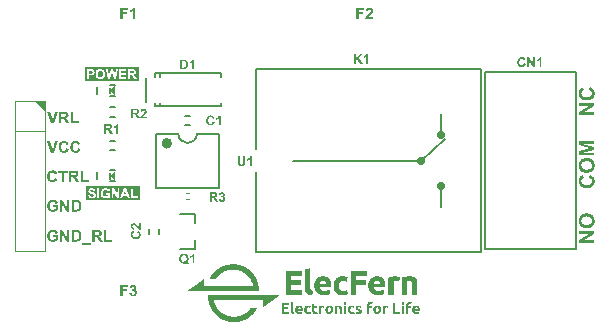
<source format=gto>
G04*
G04 #@! TF.GenerationSoftware,Altium Limited,Altium Designer,21.2.1 (34)*
G04*
G04 Layer_Color=65535*
%FSTAX24Y24*%
%MOIN*%
G70*
G04*
G04 #@! TF.SameCoordinates,890909AC-F37D-4DBD-918D-0C65A5470773*
G04*
G04*
G04 #@! TF.FilePolarity,Positive*
G04*
G01*
G75*
%ADD10C,0.0197*%
%ADD11C,0.0079*%
%ADD12C,0.0070*%
%ADD13C,0.0276*%
%ADD14C,0.0039*%
%ADD15C,0.0059*%
G36*
X014381Y019919D02*
X014243Y020057D01*
X014381Y020194D01*
Y019919D01*
D02*
G37*
G36*
X012066Y019364D02*
X011714Y019717D01*
X012066D01*
Y019364D01*
D02*
G37*
G36*
X014381Y017079D02*
X014243Y017217D01*
X014381Y017354D01*
Y017079D01*
D02*
G37*
G36*
X023802Y013852D02*
X023854D01*
Y013843D01*
X023888D01*
Y013835D01*
X023897D01*
Y013818D01*
X023888D01*
Y013775D01*
X023879D01*
Y013732D01*
X023871D01*
Y013698D01*
X023862D01*
Y013689D01*
X023854D01*
Y013698D01*
X02382D01*
Y013706D01*
X023691D01*
Y013698D01*
X023682D01*
Y013252D01*
X023503D01*
Y013629D01*
Y013638D01*
Y013818D01*
X023528D01*
Y013826D01*
X023554D01*
Y013835D01*
X023588D01*
Y013843D01*
X023622D01*
Y013852D01*
X023665D01*
Y01386D01*
X023802D01*
Y013852D01*
D02*
G37*
G36*
X022055D02*
X022097D01*
Y013843D01*
X022123D01*
Y013835D01*
X022149D01*
Y0138D01*
X02214D01*
Y013766D01*
X022132D01*
Y01374D01*
X022123D01*
Y013706D01*
X022115D01*
Y013689D01*
X022089D01*
Y013698D01*
X022063D01*
Y013706D01*
X02202D01*
Y013715D01*
X021969D01*
Y013706D01*
X021935D01*
Y013698D01*
X021917D01*
Y013689D01*
X0219D01*
Y013672D01*
X021892D01*
Y013663D01*
X021883D01*
Y013655D01*
X021875D01*
Y013646D01*
X021866D01*
Y01362D01*
X021858D01*
Y013586D01*
X021849D01*
Y013509D01*
X021858D01*
Y013475D01*
X021866D01*
Y013449D01*
X021875D01*
Y013441D01*
X021883D01*
Y013423D01*
X021892D01*
Y013415D01*
X021909D01*
Y013406D01*
X021917D01*
Y013398D01*
X021935D01*
Y013389D01*
X021986D01*
Y013381D01*
X02202D01*
Y013389D01*
X02208D01*
Y013398D01*
X022115D01*
Y013406D01*
X022132D01*
Y013398D01*
X02214D01*
Y013346D01*
X022149D01*
Y013303D01*
X022157D01*
Y013261D01*
X02214D01*
Y013252D01*
X022106D01*
Y013243D01*
X022072D01*
Y013235D01*
X021909D01*
Y013243D01*
X021875D01*
Y013252D01*
X02184D01*
Y013261D01*
X021823D01*
Y013269D01*
X021815D01*
Y013278D01*
X021798D01*
Y013286D01*
X02178D01*
Y013295D01*
X021772D01*
Y013303D01*
X021763D01*
Y013312D01*
X021755D01*
Y013321D01*
X021746D01*
Y013329D01*
X021738D01*
Y013338D01*
X021729D01*
Y013355D01*
X02172D01*
Y013363D01*
X021712D01*
Y013381D01*
X021703D01*
Y013389D01*
Y013406D01*
X021695D01*
Y013423D01*
X021686D01*
Y013466D01*
X021678D01*
Y013629D01*
X021686D01*
Y013663D01*
X021695D01*
Y01368D01*
X021703D01*
Y013698D01*
X021712D01*
Y013715D01*
X02172D01*
Y013732D01*
X021729D01*
Y01374D01*
X021738D01*
Y013749D01*
X021746D01*
Y013766D01*
X021755D01*
Y013775D01*
X021763D01*
Y013783D01*
X021772D01*
Y013792D01*
X02178D01*
Y0138D01*
X021798D01*
Y013809D01*
X021806D01*
Y013818D01*
X021823D01*
Y013826D01*
X02184D01*
Y013835D01*
X021858D01*
Y013843D01*
X021883D01*
Y013852D01*
X021909D01*
Y01386D01*
X022055D01*
Y013852D01*
D02*
G37*
G36*
X018448Y014254D02*
X018499D01*
Y014246D01*
X018533D01*
Y014237D01*
X018576D01*
Y014229D01*
X018602D01*
Y01422D01*
X018619D01*
Y014212D01*
X018645D01*
Y014203D01*
X018662D01*
Y014194D01*
X018679D01*
Y014186D01*
X018696D01*
Y014177D01*
X018713D01*
Y014169D01*
X01873D01*
Y01416D01*
X018747D01*
Y014152D01*
X018765D01*
Y014143D01*
X018773D01*
Y014135D01*
X01879D01*
Y014126D01*
X018807D01*
Y014117D01*
X018816D01*
Y014109D01*
X018824D01*
Y0141D01*
X018842D01*
Y014092D01*
X01885D01*
Y014083D01*
X018867D01*
Y014075D01*
X018876D01*
Y014066D01*
X018884D01*
Y014057D01*
X018893D01*
Y014049D01*
X018902D01*
Y01404D01*
X01891D01*
Y014032D01*
X018927D01*
Y014023D01*
X018936D01*
Y014015D01*
X018944D01*
Y013997D01*
X018953D01*
Y013989D01*
X018962D01*
Y01398D01*
X01897D01*
Y013972D01*
X018979D01*
Y013963D01*
X018987D01*
Y013955D01*
X018996D01*
Y013946D01*
X019004D01*
Y013929D01*
X019013D01*
Y01392D01*
X019022D01*
Y013912D01*
X01903D01*
Y013903D01*
X019039D01*
Y013886D01*
X019047D01*
Y013869D01*
X019056D01*
Y01386D01*
X019064D01*
Y013843D01*
X019073D01*
Y013826D01*
X019082D01*
Y013818D01*
X01909D01*
Y0138D01*
X019099D01*
Y013783D01*
X019107D01*
Y013766D01*
X019116D01*
Y013749D01*
X019124D01*
Y013732D01*
X019133D01*
Y013706D01*
X019142D01*
Y013689D01*
X01915D01*
Y013663D01*
X019159D01*
Y013629D01*
X019167D01*
Y013603D01*
X019176D01*
Y013552D01*
X019184D01*
Y0135D01*
X019193D01*
Y013363D01*
X016803D01*
Y013372D01*
X01682D01*
Y013381D01*
X016828D01*
Y013389D01*
X016837D01*
Y013398D01*
X016854D01*
Y013406D01*
X016862D01*
Y013415D01*
X016871D01*
Y013423D01*
X016888D01*
Y013432D01*
X016897D01*
Y013441D01*
X016914D01*
Y013449D01*
X016922D01*
Y013458D01*
X016931D01*
Y013466D01*
X016948D01*
Y013475D01*
X016957D01*
Y013483D01*
X016965D01*
Y013492D01*
X016982D01*
Y0135D01*
X016991D01*
Y013509D01*
X017D01*
Y013518D01*
X017017D01*
Y013526D01*
X017025D01*
Y013535D01*
X017042D01*
Y013543D01*
X017051D01*
Y013552D01*
X01706D01*
Y01356D01*
X017077D01*
Y013569D01*
X017085D01*
Y013578D01*
X017094D01*
Y013586D01*
X017111D01*
Y013595D01*
X01712D01*
Y013603D01*
X017137D01*
Y013612D01*
X017145D01*
Y01362D01*
X017154D01*
Y013629D01*
X017171D01*
Y013638D01*
X017179D01*
Y013646D01*
X017188D01*
Y013655D01*
X017205D01*
Y013663D01*
X017214D01*
Y013672D01*
X017222D01*
Y01368D01*
X017239D01*
Y013689D01*
X017248D01*
Y013698D01*
X017265D01*
Y013706D01*
X017274D01*
Y013715D01*
X017282D01*
Y013723D01*
X017299D01*
Y013732D01*
X017308D01*
Y01374D01*
X017317D01*
Y013749D01*
X017334D01*
Y013758D01*
X017342D01*
Y013766D01*
X017359D01*
Y013775D01*
X017368D01*
Y013535D01*
X018996D01*
Y013569D01*
X018987D01*
Y013603D01*
X018979D01*
Y013629D01*
X01897D01*
Y013655D01*
X018962D01*
Y013672D01*
X018953D01*
Y013689D01*
X018944D01*
Y013706D01*
X018936D01*
Y013723D01*
X018927D01*
Y01374D01*
X018919D01*
Y013758D01*
X01891D01*
Y013766D01*
X018902D01*
Y013783D01*
X018893D01*
Y013792D01*
X018884D01*
Y0138D01*
X018876D01*
Y013818D01*
X018867D01*
Y013826D01*
X018859D01*
Y013835D01*
X01885D01*
Y013843D01*
X018842D01*
Y013852D01*
X018833D01*
Y013869D01*
X018824D01*
Y013877D01*
X018816D01*
Y013886D01*
X018807D01*
Y013895D01*
X018799D01*
Y013903D01*
X01879D01*
Y013912D01*
X018782D01*
Y01392D01*
X018765D01*
Y013929D01*
X018756D01*
Y013937D01*
X018747D01*
Y013946D01*
X018739D01*
Y013955D01*
X018722D01*
Y013963D01*
X018713D01*
Y013972D01*
X018696D01*
Y01398D01*
X018687D01*
Y013989D01*
X01867D01*
Y013997D01*
X018662D01*
Y014006D01*
X018645D01*
Y014015D01*
X018627D01*
Y014023D01*
X01861D01*
Y014032D01*
X018585D01*
Y01404D01*
X018559D01*
Y014049D01*
X018533D01*
Y014057D01*
X018507D01*
Y014066D01*
X018473D01*
Y014075D01*
X01843D01*
Y014083D01*
X018216D01*
Y014075D01*
X018182D01*
Y014066D01*
X018148D01*
Y014057D01*
X018113D01*
Y014049D01*
X018088D01*
Y01404D01*
X018062D01*
Y014032D01*
X018045D01*
Y014023D01*
X018028D01*
Y014015D01*
X018011D01*
Y014006D01*
X017993D01*
Y013997D01*
X017985D01*
Y013989D01*
X017968D01*
Y01398D01*
X017951D01*
Y013972D01*
X017942D01*
Y013963D01*
X017925D01*
Y013955D01*
X017916D01*
Y013946D01*
X017908D01*
Y013937D01*
X017891D01*
Y013929D01*
X017882D01*
Y01392D01*
X017873D01*
Y013912D01*
X017865D01*
Y013903D01*
X017856D01*
Y013895D01*
X017848D01*
Y013886D01*
X017839D01*
Y013877D01*
X017831D01*
Y013869D01*
X017822D01*
Y01386D01*
X017814D01*
Y013852D01*
X017805D01*
Y013843D01*
X017796D01*
Y013835D01*
X017788D01*
Y013818D01*
X017779D01*
Y013809D01*
X017771D01*
Y013792D01*
X017762D01*
Y013783D01*
X017548D01*
Y013792D01*
X017556D01*
Y013809D01*
X017565D01*
Y013826D01*
X017574D01*
Y013843D01*
X017582D01*
Y013852D01*
X017591D01*
Y013869D01*
X017599D01*
Y013877D01*
X017608D01*
Y013895D01*
X017616D01*
Y013903D01*
X017625D01*
Y013912D01*
X017634D01*
Y013929D01*
X017642D01*
Y013937D01*
X017651D01*
Y013946D01*
X017659D01*
Y013955D01*
X017668D01*
Y013972D01*
X017676D01*
Y01398D01*
X017685D01*
Y013989D01*
X017694D01*
Y013997D01*
X017702D01*
Y014006D01*
X017711D01*
Y014023D01*
X017719D01*
Y014032D01*
X017736D01*
Y01404D01*
X017745D01*
Y014049D01*
X017754D01*
Y014057D01*
X017762D01*
Y014066D01*
X017779D01*
Y014075D01*
X017788D01*
Y014083D01*
X017796D01*
Y014092D01*
X017814D01*
Y0141D01*
X017822D01*
Y014109D01*
X017839D01*
Y014117D01*
X017848D01*
Y014126D01*
X017865D01*
Y014135D01*
X017873D01*
Y014143D01*
X017891D01*
Y014152D01*
X017908D01*
Y01416D01*
X017925D01*
Y014169D01*
X017942D01*
Y014177D01*
X017951D01*
Y014186D01*
X017968D01*
Y014194D01*
X017985D01*
Y014203D01*
X018011D01*
Y014212D01*
X018028D01*
Y01422D01*
X018062D01*
Y014229D01*
X018088D01*
Y014237D01*
X018122D01*
Y014246D01*
X018165D01*
Y014254D01*
X018216D01*
Y014263D01*
X018448D01*
Y014254D01*
D02*
G37*
G36*
X024282Y013852D02*
X024316D01*
Y013843D01*
X024342D01*
Y013835D01*
X024368D01*
Y013826D01*
X024385D01*
Y013818D01*
X024394D01*
Y013809D01*
X024402D01*
Y0138D01*
X024411D01*
Y013792D01*
X024419D01*
Y013783D01*
X024428D01*
Y013766D01*
X024436D01*
Y013758D01*
X024445D01*
Y01374D01*
X024454D01*
Y013715D01*
X024462D01*
Y013672D01*
X024471D01*
Y013252D01*
X024299D01*
Y01362D01*
X024291D01*
Y013655D01*
X024282D01*
Y013672D01*
X024274D01*
Y01368D01*
X024265D01*
Y013689D01*
X024256D01*
Y013698D01*
X024248D01*
Y013706D01*
X024137D01*
Y013698D01*
X024128D01*
Y013252D01*
X023957D01*
Y0138D01*
Y013809D01*
Y013826D01*
X023974D01*
Y013835D01*
X024017D01*
Y013843D01*
X024059D01*
Y013852D01*
X024119D01*
Y01386D01*
X024282D01*
Y013852D01*
D02*
G37*
G36*
X022783Y013877D02*
X02244D01*
Y013723D01*
X022749D01*
Y013578D01*
X02274D01*
Y013569D01*
X02244D01*
Y013252D01*
X022252D01*
Y014032D01*
X022783D01*
Y013877D01*
D02*
G37*
G36*
X020615D02*
X020264D01*
Y01374D01*
X020272D01*
Y013732D01*
X020581D01*
Y013586D01*
X020264D01*
Y013406D01*
X020641D01*
Y013252D01*
X020084D01*
Y014032D01*
X020615D01*
Y013877D01*
D02*
G37*
G36*
X023194Y013852D02*
X023228D01*
Y013843D01*
X023254D01*
Y013835D01*
X023271D01*
Y013826D01*
X023288D01*
Y013818D01*
X023297D01*
Y013809D01*
X023305D01*
Y0138D01*
X023314D01*
Y013792D01*
X023323D01*
Y013783D01*
X023331D01*
Y013775D01*
X02334D01*
Y013766D01*
X023348D01*
Y013749D01*
X023357D01*
Y01374D01*
X023365D01*
Y013723D01*
X023374D01*
Y013706D01*
X023383D01*
Y013672D01*
X023391D01*
Y013638D01*
X0234D01*
Y013492D01*
X023023D01*
Y013466D01*
X023031D01*
Y013449D01*
X02304D01*
Y013441D01*
X023048D01*
Y013432D01*
X023057D01*
Y013423D01*
X023066D01*
Y013415D01*
X023074D01*
Y013406D01*
X023091D01*
Y013398D01*
X023108D01*
Y013389D01*
X023143D01*
Y013381D01*
X02322D01*
Y013389D01*
X023271D01*
Y013398D01*
X023305D01*
Y013406D01*
X023331D01*
Y013415D01*
X02334D01*
Y013406D01*
X023348D01*
Y013372D01*
X023357D01*
Y013321D01*
X023365D01*
Y013269D01*
X023357D01*
Y013261D01*
X023331D01*
Y013252D01*
X023297D01*
Y013243D01*
X023245D01*
Y013235D01*
X023074D01*
Y013243D01*
X02304D01*
Y013252D01*
X023014D01*
Y013261D01*
X022988D01*
Y013269D01*
X02298D01*
Y013278D01*
X022963D01*
Y013286D01*
X022954D01*
Y013295D01*
X022946D01*
Y013303D01*
X022928D01*
Y013312D01*
X02292D01*
Y013321D01*
X022911D01*
Y013329D01*
X022903D01*
Y013346D01*
X022894D01*
Y013355D01*
X022886D01*
Y013372D01*
X022877D01*
Y013389D01*
X022869D01*
Y013406D01*
X02286D01*
Y013432D01*
X022851D01*
Y013466D01*
X022843D01*
Y013629D01*
X022851D01*
Y013655D01*
X02286D01*
Y01368D01*
X022869D01*
Y013698D01*
X022877D01*
Y013715D01*
X022886D01*
Y013732D01*
X022894D01*
Y013749D01*
X022903D01*
Y013758D01*
X022911D01*
Y013766D01*
X02292D01*
Y013783D01*
X022937D01*
Y013792D01*
X022946D01*
Y0138D01*
X022954D01*
Y013809D01*
X022963D01*
Y013818D01*
X02298D01*
Y013826D01*
X022997D01*
Y013835D01*
X023014D01*
Y013843D01*
X02304D01*
Y013852D01*
X023066D01*
Y01386D01*
X023194D01*
Y013852D01*
D02*
G37*
G36*
X021395D02*
X021429D01*
Y013843D01*
X021446D01*
Y013835D01*
X021463D01*
Y013826D01*
X021481D01*
Y013818D01*
X021489D01*
Y013809D01*
X021498D01*
Y0138D01*
X021515D01*
Y013792D01*
X021523D01*
Y013783D01*
X021532D01*
Y013775D01*
X021541D01*
Y013758D01*
X021549D01*
Y013749D01*
X021558D01*
Y013732D01*
X021566D01*
Y013715D01*
X021575D01*
Y013698D01*
X021583D01*
Y013663D01*
X021592D01*
Y01362D01*
X0216D01*
Y013492D01*
X021223D01*
Y013458D01*
X021232D01*
Y013441D01*
X021241D01*
Y013432D01*
X021249D01*
Y013423D01*
X021258D01*
Y013415D01*
X021266D01*
Y013406D01*
X021292D01*
Y013398D01*
X021309D01*
Y013389D01*
X021343D01*
Y013381D01*
X021395D01*
Y013389D01*
X021472D01*
Y013398D01*
X021498D01*
Y013406D01*
X021532D01*
Y013415D01*
X021541D01*
Y013406D01*
X021549D01*
Y013355D01*
X021558D01*
Y013295D01*
X021566D01*
Y013269D01*
X021558D01*
Y013261D01*
X021532D01*
Y013252D01*
X021489D01*
Y013243D01*
X021446D01*
Y013235D01*
X021275D01*
Y013243D01*
X021241D01*
Y013252D01*
X021215D01*
Y013261D01*
X021189D01*
Y013269D01*
X021172D01*
Y013278D01*
X021164D01*
Y013286D01*
X021146D01*
Y013295D01*
X021138D01*
Y013303D01*
X021129D01*
Y013312D01*
X021121D01*
Y013321D01*
X021112D01*
Y013329D01*
X021104D01*
Y013338D01*
X021095D01*
Y013355D01*
X021086D01*
Y013363D01*
X021078D01*
Y013381D01*
X021069D01*
Y013398D01*
X021061D01*
Y013423D01*
X021052D01*
Y013458D01*
X021044D01*
Y013526D01*
X021035D01*
Y01356D01*
X021044D01*
Y013638D01*
X021052D01*
Y013663D01*
X021061D01*
Y013689D01*
X021069D01*
Y013706D01*
X021078D01*
Y013723D01*
X021086D01*
Y01374D01*
X021095D01*
Y013749D01*
X021104D01*
Y013758D01*
X021112D01*
Y013775D01*
X021121D01*
Y013783D01*
X021129D01*
Y013792D01*
X021146D01*
Y0138D01*
X021155D01*
Y013809D01*
X021164D01*
Y013818D01*
X021172D01*
Y013826D01*
X021189D01*
Y013835D01*
X021215D01*
Y013843D01*
X021232D01*
Y013852D01*
X021258D01*
Y01386D01*
X021395D01*
Y013852D01*
D02*
G37*
G36*
X020906Y013432D02*
X020915D01*
Y013415D01*
X020924D01*
Y013406D01*
X020932D01*
Y013398D01*
X020949D01*
Y013389D01*
X020975D01*
Y013381D01*
X021001D01*
Y013372D01*
X020992D01*
Y013321D01*
X020984D01*
Y013269D01*
X020975D01*
Y013235D01*
X020932D01*
Y013243D01*
X020872D01*
Y013252D01*
X020838D01*
Y013261D01*
X020821D01*
Y013269D01*
X020804D01*
Y013278D01*
X020795D01*
Y013286D01*
X020778D01*
Y013295D01*
X020769D01*
Y013303D01*
X020761D01*
Y013321D01*
X020752D01*
Y013338D01*
X020744D01*
Y013363D01*
X020735D01*
Y0141D01*
X020744D01*
Y014109D01*
X020804D01*
Y014117D01*
X020855D01*
Y014126D01*
X020906D01*
Y013432D01*
D02*
G37*
G36*
X024274Y012995D02*
X024282D01*
Y012978D01*
X024274D01*
Y012944D01*
X024265D01*
Y012935D01*
X024248D01*
Y012944D01*
X024197D01*
Y012935D01*
X024188D01*
Y012926D01*
X024179D01*
Y012901D01*
X024171D01*
Y012884D01*
X024265D01*
Y012858D01*
Y012849D01*
Y012815D01*
X024171D01*
Y012609D01*
X024102D01*
Y012944D01*
X024111D01*
Y012961D01*
X024119D01*
Y012969D01*
X024128D01*
Y012978D01*
X024137D01*
Y012986D01*
X024145D01*
Y012995D01*
X024154D01*
Y013004D01*
X024274D01*
Y012995D01*
D02*
G37*
G36*
X022971D02*
X02298D01*
Y012969D01*
X022971D01*
Y012935D01*
X022946D01*
Y012944D01*
X022903D01*
Y012935D01*
X022886D01*
Y012918D01*
X022877D01*
Y012884D01*
X022971D01*
Y012815D01*
X022877D01*
Y012678D01*
Y012669D01*
Y012609D01*
X0228D01*
Y012935D01*
X022809D01*
Y012952D01*
X022817D01*
Y012969D01*
X022826D01*
Y012978D01*
X022834D01*
Y012986D01*
X022843D01*
Y012995D01*
X02286D01*
Y013004D01*
X022971D01*
Y012995D01*
D02*
G37*
G36*
X024008D02*
X024017D01*
Y012986D01*
X024025D01*
Y012978D01*
X024034D01*
Y012969D01*
Y012944D01*
X024025D01*
Y012926D01*
X024017D01*
Y012918D01*
X023965D01*
Y012926D01*
X023957D01*
Y012935D01*
X023948D01*
Y012986D01*
X023957D01*
Y012995D01*
X023965D01*
Y013004D01*
X024008D01*
Y012995D01*
D02*
G37*
G36*
X02208D02*
X022097D01*
Y012978D01*
X022106D01*
Y012935D01*
X022097D01*
Y012926D01*
X022089D01*
Y012918D01*
X022037D01*
Y012926D01*
X022029D01*
Y012935D01*
X02202D01*
Y012986D01*
X022029D01*
Y012995D01*
X022046D01*
Y013004D01*
X02208D01*
Y012995D01*
D02*
G37*
G36*
X019887Y013226D02*
X01987D01*
Y013218D01*
X019861D01*
Y013209D01*
X019853D01*
Y013201D01*
X019836D01*
Y013192D01*
X019827D01*
Y013183D01*
X019818D01*
Y013175D01*
X019801D01*
Y013166D01*
X019793D01*
Y013158D01*
X019784D01*
Y013149D01*
X019767D01*
Y013141D01*
X019758D01*
Y013132D01*
X019741D01*
Y013124D01*
X019733D01*
Y013115D01*
X019724D01*
Y013106D01*
X019707D01*
Y013098D01*
X019698D01*
Y013089D01*
X01969D01*
Y013081D01*
X019673D01*
Y013072D01*
X019664D01*
Y013064D01*
X019656D01*
Y013055D01*
X019638D01*
Y013046D01*
X01963D01*
Y013038D01*
X019613D01*
Y013029D01*
X019604D01*
Y013021D01*
X019596D01*
Y013012D01*
X019578D01*
Y013004D01*
X01957D01*
Y012995D01*
X019561D01*
Y012986D01*
X019544D01*
Y012978D01*
X019536D01*
Y012969D01*
X019519D01*
Y012961D01*
X01951D01*
Y012952D01*
X019501D01*
Y012944D01*
X019484D01*
Y012935D01*
X019476D01*
Y012926D01*
X019467D01*
Y012918D01*
X01945D01*
Y012909D01*
X019441D01*
Y012901D01*
X019433D01*
Y012892D01*
X019416D01*
Y012884D01*
X019407D01*
Y012875D01*
X01939D01*
Y012866D01*
X019381D01*
Y012858D01*
X019373D01*
Y012849D01*
X019356D01*
Y012841D01*
X019347D01*
Y012832D01*
X019339D01*
Y012824D01*
X019321D01*
Y013064D01*
X017685D01*
Y013046D01*
X017694D01*
Y013012D01*
X017702D01*
Y012986D01*
X017711D01*
Y012961D01*
X017719D01*
Y012935D01*
X017728D01*
Y012918D01*
X017736D01*
Y012901D01*
X017745D01*
Y012884D01*
X017754D01*
Y012866D01*
X017762D01*
Y012849D01*
X017771D01*
Y012841D01*
X017779D01*
Y012824D01*
X017788D01*
Y012815D01*
X017796D01*
Y012798D01*
X017805D01*
Y012789D01*
X017814D01*
Y012781D01*
X017822D01*
Y012764D01*
X017831D01*
Y012755D01*
X017839D01*
Y012747D01*
X017848D01*
Y012738D01*
X017856D01*
Y012729D01*
X017865D01*
Y012721D01*
X017873D01*
Y012712D01*
X017882D01*
Y012704D01*
X017891D01*
Y012695D01*
X017899D01*
Y012687D01*
X017908D01*
Y012678D01*
X017916D01*
Y012669D01*
X017925D01*
Y012661D01*
X017942D01*
Y012652D01*
X017951D01*
Y012644D01*
X017959D01*
Y012635D01*
X017976D01*
Y012627D01*
X017985D01*
Y012618D01*
X018002D01*
Y012609D01*
X018011D01*
Y012601D01*
X018028D01*
Y012592D01*
X018045D01*
Y012584D01*
X018062D01*
Y012575D01*
X018079D01*
Y012567D01*
X018096D01*
Y012558D01*
X018122D01*
Y012549D01*
X018148D01*
Y012541D01*
X018182D01*
Y012532D01*
X018216D01*
Y012524D01*
X018259D01*
Y012515D01*
X018456D01*
Y012524D01*
X018507D01*
Y012532D01*
X018542D01*
Y012541D01*
X018567D01*
Y012549D01*
X018593D01*
Y012558D01*
X018619D01*
Y012567D01*
X018636D01*
Y012575D01*
X018653D01*
Y012584D01*
X01867D01*
Y012592D01*
X018696D01*
Y012601D01*
X018705D01*
Y012609D01*
X018722D01*
Y012618D01*
X01873D01*
Y012627D01*
X018747D01*
Y012635D01*
X018756D01*
Y012644D01*
X018765D01*
Y012652D01*
X018782D01*
Y012661D01*
X01879D01*
Y012669D01*
X018799D01*
Y012678D01*
X018816D01*
Y012687D01*
X018824D01*
Y012695D01*
X018833D01*
Y012704D01*
X018842D01*
Y012712D01*
X01885D01*
Y012721D01*
X018859D01*
Y012729D01*
X018867D01*
Y012747D01*
X018876D01*
Y012755D01*
X018884D01*
Y012764D01*
X018893D01*
Y012772D01*
X018902D01*
Y012781D01*
X01891D01*
Y012798D01*
X018919D01*
Y012807D01*
X018927D01*
Y012815D01*
X019142D01*
Y012807D01*
X019133D01*
Y012798D01*
X019124D01*
Y012781D01*
X019116D01*
Y012764D01*
X019107D01*
Y012755D01*
X019099D01*
Y012738D01*
X01909D01*
Y012721D01*
X019082D01*
Y012712D01*
X019073D01*
Y012704D01*
X019064D01*
Y012687D01*
X019056D01*
Y012678D01*
X019047D01*
Y012669D01*
X019039D01*
Y012652D01*
X01903D01*
Y012644D01*
X019022D01*
Y012635D01*
X019013D01*
Y012618D01*
X019004D01*
Y012609D01*
X018996D01*
Y012601D01*
X018987D01*
Y012592D01*
X018979D01*
Y012584D01*
X01897D01*
Y012575D01*
X018953D01*
Y012567D01*
X018944D01*
Y012558D01*
X018936D01*
Y012549D01*
X018927D01*
Y012541D01*
X018919D01*
Y012532D01*
X01891D01*
Y012524D01*
X018902D01*
Y012515D01*
X018884D01*
Y012507D01*
X018876D01*
Y012498D01*
X018867D01*
Y01249D01*
X01885D01*
Y012481D01*
X018842D01*
Y012472D01*
X018824D01*
Y012464D01*
X018816D01*
Y012455D01*
X018799D01*
Y012447D01*
X018782D01*
Y012438D01*
X018765D01*
Y01243D01*
X018747D01*
Y012421D01*
X01873D01*
Y012412D01*
X018713D01*
Y012404D01*
X018696D01*
Y012395D01*
X01867D01*
Y012387D01*
X018653D01*
Y012378D01*
X018627D01*
Y01237D01*
X01861D01*
Y012361D01*
X018576D01*
Y012352D01*
X018533D01*
Y012344D01*
X01849D01*
Y012335D01*
X018242D01*
Y012344D01*
X018182D01*
Y012352D01*
X018156D01*
Y012361D01*
X018122D01*
Y01237D01*
X018096D01*
Y012378D01*
X018071D01*
Y012387D01*
X018045D01*
Y012395D01*
X018028D01*
Y012404D01*
X018011D01*
Y012412D01*
X017993D01*
Y012421D01*
X017976D01*
Y01243D01*
X017959D01*
Y012438D01*
X017942D01*
Y012447D01*
X017925D01*
Y012455D01*
X017908D01*
Y012464D01*
X017899D01*
Y012472D01*
X017882D01*
Y012481D01*
X017873D01*
Y01249D01*
X017856D01*
Y012498D01*
X017848D01*
Y012507D01*
X017831D01*
Y012515D01*
X017822D01*
Y012524D01*
X017814D01*
Y012532D01*
X017805D01*
Y012541D01*
X017788D01*
Y012549D01*
X017779D01*
Y012558D01*
X017771D01*
Y012567D01*
X017762D01*
Y012575D01*
X017754D01*
Y012584D01*
X017745D01*
Y012592D01*
X017736D01*
Y012601D01*
X017728D01*
Y012609D01*
X017719D01*
Y012618D01*
X017711D01*
Y012627D01*
X017702D01*
Y012635D01*
X017694D01*
Y012652D01*
X017685D01*
Y012661D01*
X017676D01*
Y012669D01*
X017668D01*
Y012687D01*
X017659D01*
Y012695D01*
X017651D01*
Y012704D01*
X017642D01*
Y012721D01*
X017634D01*
Y012729D01*
X017625D01*
Y012747D01*
X017616D01*
Y012764D01*
X017608D01*
Y012772D01*
X017599D01*
Y012789D01*
X017591D01*
Y012807D01*
X017582D01*
Y012824D01*
X017574D01*
Y012841D01*
X017565D01*
Y012858D01*
X017556D01*
Y012884D01*
X017548D01*
Y012901D01*
X017539D01*
Y012926D01*
X017531D01*
Y012961D01*
X017522D01*
Y012986D01*
X017514D01*
Y013029D01*
X017505D01*
Y013072D01*
X017497D01*
Y013158D01*
X017488D01*
Y013235D01*
X019887D01*
Y013226D01*
D02*
G37*
G36*
X023485Y012875D02*
X023503D01*
Y012866D01*
X023494D01*
Y012824D01*
X023485D01*
Y012815D01*
X02346D01*
Y012824D01*
X023417D01*
Y012815D01*
X0234D01*
Y012781D01*
Y012772D01*
Y012609D01*
X023323D01*
Y012866D01*
X023348D01*
Y012875D01*
X023391D01*
Y012884D01*
X023485D01*
Y012875D01*
D02*
G37*
G36*
X022586D02*
X022611D01*
Y012866D01*
X022603D01*
Y012824D01*
X022594D01*
Y012815D01*
X022577D01*
Y012824D01*
X0225D01*
Y012789D01*
X022509D01*
Y012781D01*
X022534D01*
Y012772D01*
X022552D01*
Y012764D01*
X022569D01*
Y012755D01*
X022586D01*
Y012747D01*
X022594D01*
Y012738D01*
X022603D01*
Y012729D01*
X022611D01*
Y012712D01*
X02262D01*
Y012661D01*
X022611D01*
Y012644D01*
X022603D01*
Y012635D01*
X022594D01*
Y012627D01*
X022586D01*
Y012618D01*
X02256D01*
Y012609D01*
X022432D01*
Y012618D01*
X022414D01*
Y012652D01*
X022423D01*
Y012678D01*
X022449D01*
Y012669D01*
X022492D01*
Y012661D01*
X022517D01*
Y012669D01*
X022543D01*
Y012695D01*
X022534D01*
Y012704D01*
X022517D01*
Y012712D01*
X0225D01*
Y012721D01*
X022483D01*
Y012729D01*
X022466D01*
Y012738D01*
X022449D01*
Y012747D01*
X02244D01*
Y012755D01*
X022432D01*
Y012772D01*
X022423D01*
Y012841D01*
X022432D01*
Y012858D01*
X022449D01*
Y012866D01*
X022457D01*
Y012875D01*
X022474D01*
Y012884D01*
X022586D01*
Y012875D01*
D02*
G37*
G36*
X022346D02*
X022372D01*
Y012849D01*
X022363D01*
Y012824D01*
X022354D01*
Y012815D01*
X022329D01*
Y012824D01*
X022277D01*
Y012815D01*
X022269D01*
Y012807D01*
X022252D01*
Y012789D01*
X022243D01*
Y012764D01*
X022234D01*
Y012729D01*
Y012721D01*
X022243D01*
Y012704D01*
X022252D01*
Y012687D01*
X02226D01*
Y012678D01*
X022277D01*
Y012669D01*
X022346D01*
Y012678D01*
X022372D01*
Y012627D01*
X02238D01*
Y012618D01*
X022372D01*
Y012609D01*
X022243D01*
Y012618D01*
X022226D01*
Y012627D01*
X022209D01*
Y012635D01*
X0222D01*
Y012644D01*
X022192D01*
Y012652D01*
X022183D01*
Y012669D01*
X022175D01*
Y012687D01*
X022166D01*
Y012729D01*
X022157D01*
Y012764D01*
X022166D01*
Y012798D01*
X022175D01*
Y012824D01*
X022183D01*
Y012832D01*
X022192D01*
Y012841D01*
X0222D01*
Y012849D01*
X022209D01*
Y012858D01*
X022217D01*
Y012866D01*
X022226D01*
Y012875D01*
X022252D01*
Y012884D01*
X022346D01*
Y012875D01*
D02*
G37*
G36*
X021361D02*
X021369D01*
Y012832D01*
X021361D01*
Y012815D01*
X021335D01*
Y012824D01*
X021292D01*
Y012815D01*
X021275D01*
Y012609D01*
X021198D01*
Y012815D01*
Y012824D01*
Y012866D01*
X021223D01*
Y012875D01*
X021266D01*
Y012884D01*
X021361D01*
Y012875D01*
D02*
G37*
G36*
X020889D02*
X020915D01*
Y012849D01*
X020906D01*
Y012824D01*
X020898D01*
Y012815D01*
X020872D01*
Y012824D01*
X020821D01*
Y012815D01*
X020812D01*
Y012807D01*
X020795D01*
Y012789D01*
X020787D01*
Y012764D01*
X020778D01*
Y012721D01*
X020787D01*
Y012704D01*
X020795D01*
Y012687D01*
X020804D01*
Y012678D01*
X020821D01*
Y012669D01*
X020889D01*
Y012678D01*
X020915D01*
Y012627D01*
X020924D01*
Y012618D01*
X020915D01*
Y012609D01*
X020787D01*
Y012618D01*
X020769D01*
Y012627D01*
X020752D01*
Y012635D01*
X020744D01*
Y012644D01*
X020735D01*
Y012652D01*
X020727D01*
Y012661D01*
X020718D01*
Y012687D01*
X020709D01*
Y012729D01*
X020701D01*
Y012755D01*
X020709D01*
Y012807D01*
X020718D01*
Y012824D01*
X020727D01*
Y012832D01*
X020735D01*
Y012849D01*
X020744D01*
Y012858D01*
X020752D01*
Y012866D01*
X020769D01*
Y012875D01*
X020795D01*
Y012884D01*
X020889D01*
Y012875D01*
D02*
G37*
G36*
X024479D02*
X024496D01*
Y012866D01*
X024514D01*
Y012858D01*
X024522D01*
Y012849D01*
X024531D01*
Y012832D01*
X024539D01*
Y012815D01*
X024548D01*
Y012772D01*
X024556D01*
Y012721D01*
X024385D01*
Y012695D01*
X024394D01*
Y012687D01*
X024402D01*
Y012678D01*
X024419D01*
Y012669D01*
X024496D01*
Y012678D01*
X024531D01*
Y012644D01*
X024539D01*
Y012618D01*
X024514D01*
Y012609D01*
X024385D01*
Y012618D01*
X024368D01*
Y012627D01*
X024351D01*
Y012635D01*
X024342D01*
Y012644D01*
X024334D01*
Y012652D01*
X024325D01*
Y012669D01*
X024316D01*
Y012687D01*
X024308D01*
Y012729D01*
X024299D01*
Y012764D01*
X024308D01*
Y012807D01*
X024316D01*
Y012824D01*
X024325D01*
Y012841D01*
X024334D01*
Y012849D01*
X024342D01*
Y012858D01*
X024351D01*
Y012866D01*
X024368D01*
Y012875D01*
X024394D01*
Y012884D01*
X024479D01*
Y012875D01*
D02*
G37*
G36*
X024025Y012866D02*
Y012858D01*
Y012609D01*
X023948D01*
Y012884D01*
X024025D01*
Y012866D01*
D02*
G37*
G36*
X023742Y012687D02*
X023751D01*
Y012678D01*
X023905D01*
Y012609D01*
X023665D01*
Y012969D01*
X023742D01*
Y012687D01*
D02*
G37*
G36*
X023177Y012875D02*
X023203D01*
Y012866D01*
X023211D01*
Y012858D01*
X023228D01*
Y012849D01*
X023237D01*
Y012832D01*
X023245D01*
Y012824D01*
X023254D01*
Y012807D01*
X023263D01*
Y012738D01*
Y012729D01*
Y012687D01*
X023254D01*
Y012669D01*
X023245D01*
Y012661D01*
X023237D01*
Y012644D01*
X023228D01*
Y012635D01*
X023211D01*
Y012627D01*
X023203D01*
Y012618D01*
X023194D01*
Y012609D01*
X023083D01*
Y012618D01*
X023066D01*
Y012627D01*
X023057D01*
Y012635D01*
X02304D01*
Y012652D01*
X023031D01*
Y012661D01*
X023023D01*
Y012678D01*
X023014D01*
Y012695D01*
X023006D01*
Y012798D01*
X023014D01*
Y012815D01*
X023023D01*
Y012832D01*
X023031D01*
Y012841D01*
X02304D01*
Y012849D01*
X023048D01*
Y012858D01*
X023057D01*
Y012866D01*
X023066D01*
Y012875D01*
X023091D01*
Y012884D01*
X023177D01*
Y012875D01*
D02*
G37*
G36*
X022097Y012609D02*
X022029D01*
Y012884D01*
X022097D01*
Y012609D01*
D02*
G37*
G36*
X021892Y012875D02*
X021909D01*
Y012866D01*
X021917D01*
Y012858D01*
X021935D01*
Y012841D01*
X021943D01*
Y012824D01*
X021952D01*
Y012609D01*
X021883D01*
Y012772D01*
X021875D01*
Y012807D01*
X021866D01*
Y012815D01*
X021849D01*
Y012824D01*
X021806D01*
Y012815D01*
X021798D01*
Y012609D01*
X021729D01*
Y012875D01*
X021772D01*
Y012884D01*
X021892D01*
Y012875D01*
D02*
G37*
G36*
X021575D02*
X0216D01*
Y012866D01*
X021609D01*
Y012858D01*
X021626D01*
Y012849D01*
X021635D01*
Y012841D01*
X021643D01*
Y012824D01*
X021652D01*
Y012807D01*
X02166D01*
Y012781D01*
Y012772D01*
Y012755D01*
X021669D01*
Y012729D01*
X02166D01*
Y012687D01*
X021652D01*
Y012669D01*
X021643D01*
Y012652D01*
X021635D01*
Y012644D01*
X021626D01*
Y012635D01*
X021618D01*
Y012627D01*
X0216D01*
Y012618D01*
X021592D01*
Y012609D01*
X021481D01*
Y012618D01*
X021463D01*
Y012627D01*
X021455D01*
Y012635D01*
X021446D01*
Y012644D01*
X021438D01*
Y012652D01*
X021429D01*
Y012661D01*
X021421D01*
Y012678D01*
X021412D01*
Y012695D01*
X021403D01*
Y012789D01*
X021412D01*
Y012815D01*
X021421D01*
Y012832D01*
X021429D01*
Y012841D01*
X021438D01*
Y012849D01*
X021446D01*
Y012858D01*
X021455D01*
Y012866D01*
X021472D01*
Y012875D01*
X021489D01*
Y012884D01*
X021575D01*
Y012875D01*
D02*
G37*
G36*
X021044Y012944D02*
Y012935D01*
Y012884D01*
X021138D01*
Y012815D01*
X021044D01*
Y012704D01*
X021052D01*
Y012678D01*
X021069D01*
Y012669D01*
X021129D01*
Y012678D01*
X021138D01*
Y012652D01*
X021146D01*
Y012618D01*
X021138D01*
Y012609D01*
X021026D01*
Y012618D01*
X021009D01*
Y012627D01*
X021001D01*
Y012635D01*
X020992D01*
Y012644D01*
X020984D01*
Y012661D01*
X020975D01*
Y012712D01*
X020966D01*
Y012944D01*
X020975D01*
Y012952D01*
X021026D01*
Y012961D01*
X021044D01*
Y012944D01*
D02*
G37*
G36*
X020581Y012875D02*
X020598D01*
Y012866D01*
X020615D01*
Y012858D01*
X020624D01*
Y012849D01*
X020632D01*
Y012832D01*
X020641D01*
Y012815D01*
X020649D01*
Y012789D01*
X020658D01*
Y012721D01*
X020487D01*
Y012695D01*
X020495D01*
Y012687D01*
X020504D01*
Y012678D01*
X020521D01*
Y012669D01*
X020607D01*
Y012678D01*
X020632D01*
Y012644D01*
X020641D01*
Y012618D01*
X020624D01*
Y012609D01*
X020487D01*
Y012618D01*
X02047D01*
Y012627D01*
X020452D01*
Y012635D01*
X020444D01*
Y012644D01*
X020435D01*
Y012652D01*
X020427D01*
Y012669D01*
X020418D01*
Y012687D01*
X02041D01*
Y012729D01*
X020401D01*
Y012764D01*
X02041D01*
Y012807D01*
X020418D01*
Y012824D01*
X020427D01*
Y012832D01*
X020435D01*
Y012849D01*
X020444D01*
Y012858D01*
X020452D01*
Y012866D01*
X02047D01*
Y012875D01*
X020487D01*
Y012884D01*
X020581D01*
Y012875D01*
D02*
G37*
G36*
X020332Y012687D02*
X020341D01*
Y012678D01*
X02035D01*
Y012669D01*
X020375D01*
Y012644D01*
X020367D01*
Y012609D01*
X020307D01*
Y012618D01*
X02029D01*
Y012627D01*
X020281D01*
Y012635D01*
X020272D01*
Y012644D01*
X020264D01*
Y012669D01*
X020255D01*
Y012935D01*
Y012944D01*
Y012995D01*
X020281D01*
Y013004D01*
X020332D01*
Y012687D01*
D02*
G37*
G36*
X020187Y012901D02*
X020033D01*
Y012832D01*
X02017D01*
Y012764D01*
X020033D01*
Y012678D01*
X020204D01*
Y012609D01*
X019955D01*
Y012944D01*
Y012952D01*
Y012969D01*
X020187D01*
Y012901D01*
D02*
G37*
G36*
X022518Y021146D02*
X022646Y020951D01*
X022562D01*
X022474Y021101D01*
X022421Y021048D01*
Y020951D01*
X022357D01*
Y021271D01*
X022421D01*
Y021128D01*
X022553Y021271D01*
X02264D01*
X022518Y021146D01*
D02*
G37*
G36*
X022822Y020951D02*
X022761D01*
Y021182D01*
X02276Y021182D01*
X022759Y021181D01*
X022757Y02118D01*
X022755Y021177D01*
X022751Y021175D01*
X022748Y021172D01*
X022743Y021169D01*
X022738Y021165D01*
X022732Y021161D01*
X022726Y021158D01*
X02272Y021153D01*
X022713Y02115D01*
X022698Y021143D01*
X022682Y021136D01*
Y021192D01*
X022682D01*
X022682Y021192D01*
X022684Y021193D01*
X022686Y021193D01*
X02269Y021195D01*
X022697Y021198D01*
X022705Y021202D01*
X022713Y021207D01*
X022723Y021213D01*
X022733Y021221D01*
X022734Y021221D01*
X022735Y021222D01*
X022736Y021223D01*
X022738Y021225D01*
X022743Y02123D01*
X022749Y021236D01*
X022755Y021243D01*
X022761Y021252D01*
X022768Y021262D01*
X022772Y021273D01*
X022822D01*
Y020951D01*
D02*
G37*
G36*
X017968Y016668D02*
X017972Y016667D01*
X017976Y016667D01*
X017981Y016666D01*
X017986Y016664D01*
X017998Y016661D01*
X018004Y016659D01*
X01801Y016656D01*
X018016Y016652D01*
X018022Y016649D01*
X018028Y016644D01*
X018033Y016639D01*
X018033Y016639D01*
X018034Y016638D01*
X018035Y016637D01*
X018037Y016635D01*
X01804Y01663D01*
X018044Y016624D01*
X018049Y016616D01*
X018052Y016607D01*
X018055Y016596D01*
X018055Y016591D01*
X018056Y016586D01*
Y016585D01*
Y016584D01*
X018055Y016582D01*
X018055Y016579D01*
X018054Y016575D01*
X018053Y016571D01*
X018052Y016566D01*
X01805Y016561D01*
X018047Y016556D01*
X018044Y016551D01*
X018041Y016545D01*
X018036Y01654D01*
X018031Y016534D01*
X018025Y016529D01*
X018018Y016523D01*
X018009Y016518D01*
X01801D01*
X018011Y016518D01*
X018012D01*
X018014Y016517D01*
X018019Y016516D01*
X018025Y016513D01*
X018032Y016509D01*
X018039Y016505D01*
X018047Y016499D01*
X018053Y016492D01*
X018054Y016491D01*
X018056Y016488D01*
X018058Y016484D01*
X018062Y016478D01*
X018065Y016471D01*
X018067Y016462D01*
X018069Y016453D01*
X01807Y016442D01*
Y016442D01*
Y01644D01*
Y016438D01*
X018069Y016435D01*
X018069Y016432D01*
X018068Y016427D01*
X018067Y016422D01*
X018066Y016417D01*
X018062Y016406D01*
X01806Y0164D01*
X018057Y016394D01*
X018053Y016388D01*
X018049Y016382D01*
X018044Y016376D01*
X018039Y01637D01*
X018038Y01637D01*
X018038Y016369D01*
X018036Y016367D01*
X018033Y016365D01*
X01803Y016363D01*
X018027Y016361D01*
X018022Y016358D01*
X018018Y016355D01*
X018013Y016353D01*
X018007Y01635D01*
X018Y016347D01*
X017994Y016345D01*
X017986Y016343D01*
X017979Y016342D01*
X017971Y016341D01*
X017962Y016341D01*
X017958D01*
X017955Y016341D01*
X017951Y016341D01*
X017947Y016342D01*
X017942Y016343D01*
X017937Y016344D01*
X017926Y016347D01*
X017914Y016351D01*
X017907Y016354D01*
X017902Y016357D01*
X017896Y016361D01*
X01789Y016365D01*
X01789Y016366D01*
X017889Y016367D01*
X017887Y016368D01*
X017886Y01637D01*
X017883Y016372D01*
X017881Y016376D01*
X017878Y016379D01*
X017875Y016383D01*
X017873Y016388D01*
X017869Y016392D01*
X017864Y016403D01*
X01786Y016416D01*
X017858Y016423D01*
X017857Y016431D01*
X017916Y016438D01*
Y016438D01*
Y016437D01*
X017917Y016434D01*
X017918Y01643D01*
X017919Y016425D01*
X017922Y01642D01*
X017924Y016414D01*
X017928Y016408D01*
X017932Y016403D01*
X017932Y016402D01*
X017934Y016401D01*
X017937Y016399D01*
X01794Y016397D01*
X017945Y016395D01*
X01795Y016393D01*
X017955Y016392D01*
X017962Y016391D01*
X017963D01*
X017965Y016392D01*
X017968Y016392D01*
X017973Y016393D01*
X017978Y016395D01*
X017983Y016397D01*
X017989Y016401D01*
X017994Y016406D01*
X017994Y016406D01*
X017996Y016408D01*
X017998Y016412D01*
X018001Y016416D01*
X018003Y016421D01*
X018005Y016428D01*
X018007Y016436D01*
X018007Y016445D01*
Y016445D01*
Y016446D01*
Y016449D01*
X018007Y016453D01*
X018006Y016458D01*
X018004Y016464D01*
X018001Y01647D01*
X017998Y016476D01*
X017994Y016482D01*
X017994Y016482D01*
X017992Y016484D01*
X017989Y016487D01*
X017986Y016489D01*
X017981Y016492D01*
X017976Y016493D01*
X017971Y016495D01*
X017964Y016496D01*
X017959D01*
X017956Y016495D01*
X017952Y016495D01*
X017947Y016494D01*
X017942Y016493D01*
X017936Y016491D01*
X017942Y016541D01*
X017946D01*
X017951Y016541D01*
X017957Y016542D01*
X017963Y016543D01*
X017969Y016545D01*
X017975Y016547D01*
X017981Y016551D01*
X017981Y016552D01*
X017983Y016554D01*
X017985Y016556D01*
X017988Y01656D01*
X01799Y016564D01*
X017992Y016569D01*
X017994Y016575D01*
X017994Y016582D01*
Y016583D01*
Y016584D01*
X017994Y016587D01*
X017993Y016591D01*
X017992Y016595D01*
X01799Y016599D01*
X017988Y016604D01*
X017984Y016608D01*
X017984Y016608D01*
X017983Y016609D01*
X017981Y016611D01*
X017977Y016613D01*
X017974Y016614D01*
X01797Y016616D01*
X017964Y016617D01*
X017959Y016617D01*
X017956D01*
X017953Y016617D01*
X017949Y016616D01*
X017945Y016614D01*
X01794Y016613D01*
X017936Y01661D01*
X017932Y016606D01*
X017931Y016606D01*
X01793Y016604D01*
X017928Y016602D01*
X017926Y016598D01*
X017923Y016594D01*
X017922Y016588D01*
X01792Y016582D01*
X017918Y016574D01*
X017862Y016584D01*
Y016584D01*
X017862Y016585D01*
Y016586D01*
X017863Y016589D01*
X017864Y016594D01*
X017866Y016601D01*
X017869Y016608D01*
X017872Y016616D01*
X017875Y016623D01*
X01788Y01663D01*
X01788Y016631D01*
X017882Y016633D01*
X017885Y016636D01*
X017888Y01664D01*
X017893Y016645D01*
X017898Y016649D01*
X017905Y016654D01*
X017913Y016658D01*
X017913D01*
X017914Y016658D01*
X017916Y016659D01*
X017921Y016661D01*
X017927Y016663D01*
X017934Y016665D01*
X017942Y016667D01*
X017951Y016668D01*
X01796Y016668D01*
X017965D01*
X017968Y016668D01*
D02*
G37*
G36*
X017699Y016666D02*
X017704D01*
X017709Y016665D01*
X017715D01*
X017728Y016664D01*
X01774Y016663D01*
X017752Y01666D01*
X017757Y016659D01*
X017761Y016657D01*
X017762D01*
X017762Y016657D01*
X017765Y016656D01*
X017769Y016653D01*
X017775Y016651D01*
X017781Y016646D01*
X017787Y016641D01*
X017793Y016634D01*
X017798Y016626D01*
Y016626D01*
X017799Y016626D01*
X0178Y016624D01*
X017801Y016623D01*
X017803Y016618D01*
X017806Y016612D01*
X017808Y016605D01*
X01781Y016596D01*
X017812Y016587D01*
X017813Y016577D01*
Y016576D01*
Y016575D01*
Y016573D01*
X017812Y016571D01*
Y016567D01*
X017812Y016564D01*
X01781Y016556D01*
X017807Y016546D01*
X017804Y016536D01*
X017798Y016526D01*
X017795Y016522D01*
X017791Y016517D01*
X017791Y016517D01*
X01779Y016516D01*
X017789Y016515D01*
X017787Y016513D01*
X017785Y016511D01*
X017782Y016509D01*
X017779Y016507D01*
X017776Y016505D01*
X017771Y016502D01*
X017766Y016499D01*
X017761Y016497D01*
X017756Y016495D01*
X017749Y016493D01*
X017743Y016491D01*
X017736Y016489D01*
X017728Y016487D01*
X017728D01*
X017729Y016487D01*
X017732Y016485D01*
X017735Y016483D01*
X01774Y01648D01*
X017746Y016475D01*
X017751Y016471D01*
X017757Y016466D01*
X017762Y016461D01*
X017763Y01646D01*
X017765Y016458D01*
X017768Y016454D01*
X017772Y016449D01*
X017777Y016442D01*
X01778Y016437D01*
X017783Y016432D01*
X017787Y016427D01*
X017791Y016422D01*
X017795Y016415D01*
X017799Y016409D01*
X017838Y016347D01*
X017761D01*
X017715Y016416D01*
X017714Y016416D01*
X017714Y016418D01*
X017712Y01642D01*
X01771Y016422D01*
X017709Y016425D01*
X017706Y016428D01*
X017701Y016436D01*
X017695Y016444D01*
X01769Y016451D01*
X017685Y016458D01*
X017682Y016461D01*
X01768Y016463D01*
X01768Y016463D01*
X017679Y016464D01*
X017677Y016466D01*
X017675Y016468D01*
X017672Y01647D01*
X017668Y016473D01*
X017665Y016475D01*
X017661Y016476D01*
X017661D01*
X017659Y016477D01*
X017657Y016478D01*
X017653Y016478D01*
X017649Y016479D01*
X017643Y01648D01*
X017636Y01648D01*
X017616D01*
Y016347D01*
X017551D01*
Y016666D01*
X017695D01*
X017699Y016666D01*
D02*
G37*
G36*
X017023Y020768D02*
X016962D01*
Y020999D01*
X016961Y020999D01*
X016961Y020998D01*
X016959Y020996D01*
X016956Y020994D01*
X016953Y020991D01*
X016949Y020989D01*
X016944Y020985D01*
X016939Y020982D01*
X016934Y020978D01*
X016928Y020974D01*
X016921Y02097D01*
X016914Y020966D01*
X0169Y020959D01*
X016883Y020953D01*
Y021008D01*
X016883D01*
X016884Y021009D01*
X016885Y021009D01*
X016887Y02101D01*
X016892Y021012D01*
X016898Y021015D01*
X016906Y021019D01*
X016915Y021024D01*
X016924Y02103D01*
X016935Y021038D01*
X016935Y021038D01*
X016936Y021038D01*
X016937Y02104D01*
X016939Y021042D01*
X016944Y021046D01*
X01695Y021052D01*
X016956Y02106D01*
X016963Y021069D01*
X016969Y021079D01*
X016973Y021089D01*
X017023D01*
Y020768D01*
D02*
G37*
G36*
X016689Y021087D02*
X016698Y021086D01*
X016708Y021086D01*
X016718Y021085D01*
X016728Y021083D01*
X016736Y021081D01*
X016737D01*
X016738Y02108D01*
X016739Y02108D01*
X016741Y02108D01*
X016747Y021077D01*
X016753Y021074D01*
X01676Y02107D01*
X016769Y021065D01*
X016777Y021059D01*
X016784Y021051D01*
X016785D01*
X016785Y02105D01*
X016788Y021048D01*
X016791Y021043D01*
X016796Y021037D01*
X016801Y02103D01*
X016806Y021021D01*
X016811Y021011D01*
X016815Y021D01*
Y020999D01*
X016815Y020998D01*
X016816Y020996D01*
X016817Y020994D01*
X016817Y020991D01*
X016818Y020988D01*
X016819Y020983D01*
X016821Y020979D01*
X016821Y020974D01*
X016822Y020968D01*
X016823Y020962D01*
X016824Y020955D01*
X016825Y02094D01*
X016826Y020924D01*
Y020924D01*
Y020922D01*
Y020921D01*
Y020918D01*
X016825Y020914D01*
Y02091D01*
X016825Y020906D01*
X016824Y020901D01*
X016823Y02089D01*
X016821Y020879D01*
X016819Y020868D01*
X016815Y020856D01*
Y020856D01*
X016815Y020855D01*
X016814Y020853D01*
X016813Y02085D01*
X016812Y020848D01*
X01681Y020844D01*
X016807Y020836D01*
X016802Y020827D01*
X016796Y020818D01*
X016789Y020808D01*
X016781Y0208D01*
X01678Y020799D01*
X016778Y020797D01*
X016774Y020794D01*
X016769Y02079D01*
X016763Y020786D01*
X016755Y020782D01*
X016746Y020778D01*
X016736Y020774D01*
X016736D01*
X016735Y020774D01*
X016734D01*
X016732Y020773D01*
X016727Y020772D01*
X016721Y020771D01*
X016713Y02077D01*
X016703Y020769D01*
X016692Y020768D01*
X016679Y020768D01*
X016558D01*
Y021087D01*
X016686D01*
X016689Y021087D01*
D02*
G37*
G36*
X01704Y014291D02*
X016979D01*
Y014522D01*
X016978Y014522D01*
X016978Y014521D01*
X016976Y01452D01*
X016973Y014517D01*
X01697Y014515D01*
X016966Y014512D01*
X016961Y014509D01*
X016956Y014505D01*
X016951Y014501D01*
X016945Y014498D01*
X016938Y014493D01*
X016931Y01449D01*
X016917Y014483D01*
X0169Y014476D01*
Y014532D01*
X0169D01*
X016901Y014532D01*
X016902Y014533D01*
X016904Y014533D01*
X016909Y014535D01*
X016915Y014538D01*
X016923Y014542D01*
X016932Y014547D01*
X016941Y014553D01*
X016952Y014561D01*
X016952Y014561D01*
X016953Y014562D01*
X016954Y014563D01*
X016956Y014565D01*
X016961Y01457D01*
X016967Y014576D01*
X016973Y014583D01*
X01698Y014592D01*
X016986Y014602D01*
X01699Y014613D01*
X01704D01*
Y014291D01*
D02*
G37*
G36*
X016699Y014616D02*
X016704D01*
X01671Y014615D01*
X016717Y014614D01*
X016724Y014613D01*
X016733Y014611D01*
X016741Y014609D01*
X016751Y014606D01*
X01676Y014602D01*
X01677Y014598D01*
X016779Y014593D01*
X016788Y014587D01*
X016796Y014581D01*
X016805Y014573D01*
X016805Y014572D01*
X016807Y014571D01*
X016808Y014568D01*
X016811Y014565D01*
X016814Y01456D01*
X016818Y014555D01*
X016822Y014549D01*
X016826Y014541D01*
X01683Y014533D01*
X016833Y014524D01*
X016837Y014514D01*
X01684Y014503D01*
X016843Y014492D01*
X016845Y014479D01*
X016846Y014465D01*
X016847Y014451D01*
Y01445D01*
Y014449D01*
Y014447D01*
Y014444D01*
X016846Y01444D01*
Y014436D01*
X016846Y014431D01*
X016845Y014426D01*
X016844Y014415D01*
X016842Y014402D01*
X016839Y01439D01*
X016835Y014378D01*
Y014377D01*
X016834Y014377D01*
X016834Y014376D01*
X016833Y014374D01*
X016831Y014369D01*
X016828Y014363D01*
X016824Y014356D01*
X01682Y014348D01*
X016814Y01434D01*
X016807Y014331D01*
X016808D01*
X016808Y01433D01*
X016809Y014329D01*
X016811Y014328D01*
X016816Y014325D01*
X016822Y014322D01*
X01683Y014317D01*
X016839Y014313D01*
X016849Y014309D01*
X016859Y014304D01*
X016835Y014258D01*
X016834D01*
X016832Y014259D01*
X016829Y01426D01*
X016826Y014261D01*
X016821Y014263D01*
X016816Y014266D01*
X016806Y014271D01*
X016805Y014271D01*
X016803Y014273D01*
X016802Y014273D01*
X0168Y014275D01*
X016797Y014276D01*
X016795Y014278D01*
X016791Y01428D01*
X016787Y014283D01*
X016782Y014286D01*
X016777Y01429D01*
X01677Y014294D01*
X016763Y014298D01*
X016763D01*
X016762Y014298D01*
X01676Y014297D01*
X016758Y014297D01*
X016755Y014295D01*
X016751Y014294D01*
X016747Y014293D01*
X016743Y014292D01*
X016733Y014289D01*
X016721Y014287D01*
X016708Y014285D01*
X016694Y014285D01*
X016691D01*
X016687Y014285D01*
X016682Y014286D01*
X016675Y014286D01*
X016668Y014287D01*
X01666Y014289D01*
X016652Y014291D01*
X016643Y014293D01*
X016633Y014296D01*
X016624Y014299D01*
X016614Y014303D01*
X016605Y014308D01*
X016595Y014314D01*
X016587Y014321D01*
X016578Y014328D01*
X016578Y014329D01*
X016577Y01433D01*
X016575Y014333D01*
X016572Y014336D01*
X016569Y014341D01*
X016565Y014346D01*
X016561Y014353D01*
X016558Y01436D01*
X016554Y014368D01*
X01655Y014377D01*
X016546Y014388D01*
X016543Y014398D01*
X01654Y01441D01*
X016539Y014423D01*
X016537Y014437D01*
X016537Y014451D01*
Y014452D01*
Y014455D01*
X016537Y014458D01*
Y014464D01*
X016538Y01447D01*
X016539Y014478D01*
X01654Y014486D01*
X016542Y014496D01*
X016544Y014505D01*
X016547Y014515D01*
X01655Y014525D01*
X016554Y014535D01*
X016559Y014546D01*
X016565Y014555D01*
X016571Y014565D01*
X016578Y014573D01*
X016579Y014573D01*
X01658Y014575D01*
X016583Y014577D01*
X016586Y01458D01*
X01659Y014583D01*
X016595Y014587D01*
X016601Y014591D01*
X016608Y014595D01*
X016616Y014599D01*
X016625Y014603D01*
X016634Y014607D01*
X016644Y01461D01*
X016655Y014613D01*
X016667Y014615D01*
X016679Y014616D01*
X016692Y014617D01*
X016695D01*
X016699Y014616D01*
D02*
G37*
G36*
X027966Y021166D02*
X027971Y021166D01*
X027976Y021165D01*
X027983Y021164D01*
X02799Y021163D01*
X027997Y021161D01*
X028005Y021158D01*
X028013Y021156D01*
X028021Y021152D01*
X028029Y021148D01*
X028036Y021144D01*
X028044Y021138D01*
X028051Y021132D01*
X028052D01*
X028052Y021131D01*
X028053Y02113D01*
X028055Y021128D01*
X028057Y021126D01*
X028059Y021123D01*
X028064Y021117D01*
X028069Y021109D01*
X028074Y021098D01*
X028079Y021087D01*
X028084Y021073D01*
X02802Y021058D01*
Y021059D01*
X02802Y021059D01*
Y02106D01*
X028019Y021062D01*
X028017Y021066D01*
X028015Y021072D01*
X028012Y021078D01*
X028008Y021085D01*
X028002Y021091D01*
X027996Y021097D01*
X027995Y021097D01*
X027993Y021099D01*
X027989Y021102D01*
X027984Y021104D01*
X027978Y021107D01*
X02797Y021109D01*
X027962Y021111D01*
X027953Y021112D01*
X02795D01*
X027947Y021111D01*
X027944Y021111D01*
X02794Y02111D01*
X027932Y021109D01*
X027923Y021105D01*
X027913Y021101D01*
X027908Y021098D01*
X027904Y021095D01*
X027899Y021091D01*
X027895Y021086D01*
Y021085D01*
X027894Y021084D01*
X027893Y021083D01*
X027892Y021081D01*
X02789Y021078D01*
X027888Y021075D01*
X027886Y021071D01*
X027884Y021066D01*
X027882Y02106D01*
X02788Y021054D01*
X027878Y021048D01*
X027877Y02104D01*
X027875Y021032D01*
X027874Y021023D01*
X027874Y021013D01*
X027873Y021003D01*
Y021002D01*
Y021D01*
Y020997D01*
X027874Y020993D01*
Y020988D01*
X027875Y020982D01*
X027875Y020976D01*
X027876Y020969D01*
X027879Y020955D01*
X027883Y02094D01*
X027885Y020933D01*
X027888Y020927D01*
X027891Y020921D01*
X027895Y020916D01*
X027895Y020915D01*
X027896Y020915D01*
X027897Y020914D01*
X027899Y020912D01*
X027904Y020908D01*
X02791Y020903D01*
X027918Y020898D01*
X027928Y020895D01*
X027939Y020891D01*
X027945Y020891D01*
X027951Y02089D01*
X027954D01*
X027956Y020891D01*
X027961Y020891D01*
X027967Y020892D01*
X027973Y020895D01*
X02798Y020897D01*
X027988Y020901D01*
X027995Y020907D01*
X027996Y020908D01*
X027999Y02091D01*
X028002Y020914D01*
X028005Y020919D01*
X02801Y020926D01*
X028014Y020935D01*
X028018Y020946D01*
X028022Y020958D01*
X028085Y020939D01*
Y020938D01*
X028084Y020937D01*
X028084Y020934D01*
X028082Y02093D01*
X02808Y020926D01*
X028078Y020921D01*
X028076Y020915D01*
X028073Y020909D01*
X028067Y020897D01*
X028059Y020884D01*
X028048Y020872D01*
X028043Y020866D01*
X028037Y020861D01*
X028036Y02086D01*
X028035Y02086D01*
X028034Y020859D01*
X028031Y020857D01*
X028028Y020855D01*
X028023Y020853D01*
X028019Y020851D01*
X028014Y020848D01*
X028008Y020846D01*
X028001Y020843D01*
X027994Y020841D01*
X027987Y02084D01*
X027979Y020838D01*
X02797Y020836D01*
X027962Y020836D01*
X027952Y020835D01*
X027949D01*
X027946Y020836D01*
X027941Y020836D01*
X027936Y020837D01*
X02793Y020838D01*
X027923Y020839D01*
X027915Y020841D01*
X027907Y020843D01*
X027899Y020846D01*
X02789Y02085D01*
X027881Y020854D01*
X027872Y020859D01*
X027864Y020865D01*
X027855Y020871D01*
X027847Y020879D01*
X027847Y020879D01*
X027846Y020881D01*
X027844Y020884D01*
X027841Y020887D01*
X027838Y020891D01*
X027834Y020896D01*
X027831Y020903D01*
X027827Y02091D01*
X027823Y020918D01*
X02782Y020927D01*
X027816Y020937D01*
X027813Y020948D01*
X02781Y020959D01*
X027809Y020971D01*
X027807Y020984D01*
X027807Y020998D01*
Y020999D01*
Y020999D01*
Y021002D01*
X027807Y021006D01*
Y021012D01*
X027808Y021018D01*
X027809Y021026D01*
X02781Y021034D01*
X027812Y021044D01*
X027814Y021054D01*
X027817Y021064D01*
X02782Y021074D01*
X027824Y021084D01*
X027829Y021095D01*
X027834Y021104D01*
X02784Y021114D01*
X027848Y021122D01*
X027848Y021123D01*
X02785Y021124D01*
X027852Y021127D01*
X027855Y021129D01*
X027859Y021133D01*
X027865Y021136D01*
X02787Y02114D01*
X027877Y021145D01*
X027884Y021149D01*
X027892Y021153D01*
X027901Y021157D01*
X027911Y02116D01*
X027921Y021163D01*
X027932Y021165D01*
X027944Y021166D01*
X027956Y021167D01*
X027962D01*
X027966Y021166D01*
D02*
G37*
G36*
X028395Y020841D02*
X02833D01*
X0282Y021052D01*
Y020841D01*
X028141D01*
Y021161D01*
X028203D01*
X028335Y020945D01*
Y021161D01*
X028395D01*
Y020841D01*
D02*
G37*
G36*
X028606D02*
X028545D01*
Y021072D01*
X028544Y021072D01*
X028543Y021071D01*
X028541Y02107D01*
X028539Y021067D01*
X028535Y021065D01*
X028532Y021062D01*
X028527Y021059D01*
X028522Y021055D01*
X028516Y021051D01*
X02851Y021048D01*
X028504Y021043D01*
X028497Y02104D01*
X028482Y021033D01*
X028466Y021026D01*
Y021082D01*
X028466D01*
X028467Y021082D01*
X028468Y021083D01*
X02847Y021083D01*
X028474Y021085D01*
X028481Y021088D01*
X028489Y021092D01*
X028497Y021097D01*
X028507Y021103D01*
X028517Y021111D01*
X028518Y021111D01*
X028519Y021112D01*
X02852Y021113D01*
X028522Y021115D01*
X028527Y02112D01*
X028533Y021126D01*
X028539Y021133D01*
X028546Y021142D01*
X028552Y021152D01*
X028556Y021163D01*
X028606D01*
Y020841D01*
D02*
G37*
G36*
X017593Y019223D02*
X017598Y019222D01*
X017604Y019222D01*
X01761Y019221D01*
X017617Y019219D01*
X017624Y019217D01*
X017632Y019215D01*
X01764Y019212D01*
X017648Y019209D01*
X017656Y019205D01*
X017664Y0192D01*
X017671Y019195D01*
X017678Y019189D01*
X017679D01*
X017679Y019188D01*
X017681Y019186D01*
X017682Y019185D01*
X017684Y019183D01*
X017686Y01918D01*
X017691Y019173D01*
X017696Y019165D01*
X017701Y019155D01*
X017707Y019143D01*
X017711Y01913D01*
X017647Y019115D01*
Y019115D01*
X017647Y019116D01*
Y019117D01*
X017646Y019119D01*
X017645Y019123D01*
X017642Y019129D01*
X017639Y019135D01*
X017635Y019142D01*
X017629Y019148D01*
X017623Y019154D01*
X017622Y019154D01*
X01762Y019156D01*
X017616Y019158D01*
X017611Y019161D01*
X017605Y019164D01*
X017598Y019166D01*
X017589Y019168D01*
X01758Y019168D01*
X017577D01*
X017574Y019168D01*
X017571Y019167D01*
X017567Y019167D01*
X01756Y019165D01*
X01755Y019162D01*
X017541Y019157D01*
X017536Y019155D01*
X017531Y019151D01*
X017526Y019147D01*
X017522Y019142D01*
Y019142D01*
X017521Y019141D01*
X01752Y01914D01*
X017519Y019137D01*
X017517Y019135D01*
X017515Y019131D01*
X017513Y019127D01*
X017512Y019123D01*
X017509Y019117D01*
X017507Y019111D01*
X017506Y019104D01*
X017504Y019097D01*
X017502Y019088D01*
X017501Y01908D01*
X017501Y01907D01*
X0175Y019059D01*
Y019059D01*
Y019057D01*
Y019053D01*
X017501Y01905D01*
Y019045D01*
X017502Y019039D01*
X017502Y019033D01*
X017503Y019026D01*
X017506Y019011D01*
X01751Y018997D01*
X017512Y01899D01*
X017515Y018984D01*
X017519Y018978D01*
X017522Y018972D01*
X017523Y018972D01*
X017523Y018972D01*
X017524Y01897D01*
X017526Y018968D01*
X017531Y018965D01*
X017537Y01896D01*
X017545Y018955D01*
X017555Y018951D01*
X017566Y018948D01*
X017572Y018948D01*
X017579Y018947D01*
X017581D01*
X017583Y018948D01*
X017588Y018948D01*
X017594Y018949D01*
X0176Y018951D01*
X017608Y018954D01*
X017615Y018958D01*
X017622Y018963D01*
X017623Y018964D01*
X017626Y018966D01*
X017629Y01897D01*
X017633Y018976D01*
X017637Y018983D01*
X017641Y018992D01*
X017646Y019003D01*
X017649Y019015D01*
X017712Y018996D01*
Y018995D01*
X017712Y018993D01*
X017711Y01899D01*
X017709Y018987D01*
X017707Y018983D01*
X017706Y018978D01*
X017703Y018972D01*
X017701Y018966D01*
X017694Y018954D01*
X017686Y018941D01*
X017676Y018928D01*
X01767Y018923D01*
X017664Y018917D01*
X017664Y018917D01*
X017663Y018917D01*
X017661Y018915D01*
X017658Y018913D01*
X017655Y018911D01*
X017651Y01891D01*
X017646Y018907D01*
X017641Y018905D01*
X017635Y018902D01*
X017628Y0189D01*
X017622Y018898D01*
X017614Y018896D01*
X017606Y018894D01*
X017598Y018893D01*
X017589Y018893D01*
X017579Y018892D01*
X017576D01*
X017573Y018893D01*
X017568Y018893D01*
X017563Y018893D01*
X017557Y018894D01*
X01755Y018896D01*
X017542Y018898D01*
X017534Y0189D01*
X017526Y018903D01*
X017517Y018906D01*
X017508Y018911D01*
X0175Y018915D01*
X017491Y018921D01*
X017482Y018928D01*
X017475Y018936D01*
X017474Y018936D01*
X017473Y018937D01*
X017471Y01894D01*
X017468Y018943D01*
X017465Y018948D01*
X017462Y018953D01*
X017458Y01896D01*
X017454Y018967D01*
X017451Y018975D01*
X017447Y018984D01*
X017443Y018994D01*
X01744Y019004D01*
X017438Y019015D01*
X017436Y019028D01*
X017434Y019041D01*
X017434Y019055D01*
Y019055D01*
Y019056D01*
Y019058D01*
X017434Y019063D01*
Y019068D01*
X017435Y019075D01*
X017436Y019082D01*
X017437Y019091D01*
X017439Y0191D01*
X017441Y01911D01*
X017444Y01912D01*
X017447Y01913D01*
X017452Y019141D01*
X017456Y019151D01*
X017462Y019161D01*
X017468Y01917D01*
X017475Y019179D01*
X017476Y019179D01*
X017477Y019181D01*
X017479Y019183D01*
X017482Y019186D01*
X017487Y019189D01*
X017492Y019193D01*
X017497Y019197D01*
X017504Y019201D01*
X017512Y019205D01*
X017519Y019209D01*
X017529Y019213D01*
X017538Y019216D01*
X017549Y019219D01*
X017559Y019222D01*
X017571Y019223D01*
X017583Y019223D01*
X017589D01*
X017593Y019223D01*
D02*
G37*
G36*
X017911Y018898D02*
X017849D01*
Y019129D01*
X017849Y019129D01*
X017848Y019128D01*
X017846Y019126D01*
X017843Y019124D01*
X01784Y019121D01*
X017836Y019118D01*
X017832Y019115D01*
X017827Y019112D01*
X017821Y019108D01*
X017815Y019104D01*
X017809Y0191D01*
X017802Y019096D01*
X017787Y019089D01*
X01777Y019083D01*
Y019138D01*
X017771D01*
X017771Y019139D01*
X017773Y019139D01*
X017774Y01914D01*
X017779Y019142D01*
X017786Y019145D01*
X017793Y019148D01*
X017802Y019154D01*
X017812Y01916D01*
X017822Y019167D01*
X017822Y019168D01*
X017823Y019168D01*
X017825Y01917D01*
X017827Y019172D01*
X017832Y019176D01*
X017837Y019182D01*
X017844Y01919D01*
X01785Y019199D01*
X017856Y019209D01*
X017861Y019219D01*
X017911D01*
Y018898D01*
D02*
G37*
G36*
X018739Y017688D02*
Y017687D01*
Y017685D01*
Y017682D01*
Y017678D01*
Y017674D01*
X018739Y017668D01*
Y017662D01*
Y017656D01*
X018738Y017643D01*
X018737Y017629D01*
X018736Y017623D01*
X018736Y017617D01*
X018735Y017611D01*
X018734Y017606D01*
Y017606D01*
X018733Y017605D01*
Y017604D01*
X018733Y017603D01*
X018731Y017598D01*
X018729Y017592D01*
X018727Y017586D01*
X018723Y017579D01*
X018719Y017573D01*
X018714Y017566D01*
X018714Y017565D01*
X018712Y017563D01*
X018709Y017561D01*
X018705Y017557D01*
X018699Y017553D01*
X018693Y017549D01*
X018685Y017544D01*
X018677Y01754D01*
X018676D01*
X018676Y01754D01*
X018675Y017539D01*
X018673Y017539D01*
X01867Y017538D01*
X018668Y017537D01*
X018664Y017536D01*
X01866Y017536D01*
X018651Y017534D01*
X018641Y017532D01*
X018629Y017531D01*
X018615Y017531D01*
X018608D01*
X018604Y017531D01*
X0186D01*
X018595Y017531D01*
X01859Y017532D01*
X018578Y017533D01*
X018567Y017535D01*
X018555Y017537D01*
X01855Y017539D01*
X018546Y017541D01*
X018545D01*
X018545Y017541D01*
X018542Y017543D01*
X018537Y017545D01*
X018532Y017548D01*
X018526Y017552D01*
X01852Y017557D01*
X018514Y017562D01*
X018508Y017568D01*
X018508Y017569D01*
X018506Y017571D01*
X018504Y017575D01*
X018501Y017579D01*
X018498Y017585D01*
X018495Y017591D01*
X018492Y017597D01*
X01849Y017604D01*
Y017604D01*
X01849Y017605D01*
Y017607D01*
X018489Y017609D01*
X018489Y017612D01*
X018488Y017616D01*
X018488Y01762D01*
X018487Y017624D01*
X018486Y01763D01*
X018486Y017636D01*
X018486Y017642D01*
X018485Y01765D01*
X018485Y017658D01*
Y017666D01*
X018484Y017676D01*
Y017685D01*
Y017856D01*
X018549D01*
Y017683D01*
Y017682D01*
Y017681D01*
Y017679D01*
Y017676D01*
Y017672D01*
Y017669D01*
X018549Y01766D01*
Y017651D01*
X01855Y017642D01*
X01855Y017638D01*
Y017634D01*
X018551Y017632D01*
X018551Y017629D01*
Y017628D01*
X018552Y017626D01*
X018553Y017622D01*
X018555Y017617D01*
X018558Y017612D01*
X018561Y017607D01*
X018565Y017602D01*
X018571Y017597D01*
X018571Y017597D01*
X018573Y017595D01*
X018577Y017593D01*
X018582Y017592D01*
X018588Y017589D01*
X018596Y017587D01*
X018604Y017586D01*
X018614Y017586D01*
X018618D01*
X018623Y017586D01*
X018629Y017587D01*
X018636Y017588D01*
X018642Y01759D01*
X018649Y017593D01*
X018655Y017597D01*
X018655Y017597D01*
X018657Y017598D01*
X018659Y017601D01*
X018662Y017604D01*
X018665Y017608D01*
X018668Y017613D01*
X01867Y017618D01*
X018671Y017624D01*
Y017625D01*
X018672Y017627D01*
X018672Y017631D01*
X018673Y017637D01*
Y01764D01*
X018674Y017645D01*
Y017649D01*
X018674Y017654D01*
Y017659D01*
X018675Y017665D01*
Y017672D01*
Y017679D01*
Y017856D01*
X018739D01*
Y017688D01*
D02*
G37*
G36*
X01895Y017537D02*
X018889D01*
Y017768D01*
X018888Y017768D01*
X018888Y017767D01*
X018886Y017765D01*
X018883Y017763D01*
X01888Y01776D01*
X018876Y017757D01*
X018871Y017754D01*
X018866Y01775D01*
X018861Y017747D01*
X018855Y017743D01*
X018848Y017739D01*
X018841Y017735D01*
X018827Y017728D01*
X01881Y017722D01*
Y017777D01*
X01881D01*
X018811Y017778D01*
X018812Y017778D01*
X018814Y017779D01*
X018819Y017781D01*
X018825Y017784D01*
X018833Y017787D01*
X018842Y017792D01*
X018851Y017799D01*
X018862Y017806D01*
X018862Y017807D01*
X018863Y017807D01*
X018864Y017809D01*
X018866Y01781D01*
X018871Y017815D01*
X018877Y017821D01*
X018883Y017829D01*
X01889Y017838D01*
X018896Y017847D01*
X0189Y017858D01*
X01895D01*
Y017537D01*
D02*
G37*
G36*
X015356Y019452D02*
X01536Y019452D01*
X015365Y019451D01*
X01537Y01945D01*
X015375Y019449D01*
X015387Y019446D01*
X015399Y019441D01*
X015406Y019439D01*
X015411Y019435D01*
X015417Y019431D01*
X015423Y019427D01*
X015423Y019426D01*
X015424Y019426D01*
X015425Y019424D01*
X015427Y019422D01*
X015429Y01942D01*
X015431Y019417D01*
X015434Y019413D01*
X015436Y019409D01*
X015441Y0194D01*
X015446Y019389D01*
X015447Y019383D01*
X015448Y019377D01*
X015449Y01937D01*
X01545Y019363D01*
Y019362D01*
Y019359D01*
X015449Y019355D01*
X015449Y01935D01*
X015448Y019344D01*
X015447Y019337D01*
X015445Y019329D01*
X015442Y019322D01*
X015441Y019321D01*
X015441Y019319D01*
X015439Y019314D01*
X015436Y019309D01*
X015433Y019303D01*
X015429Y019296D01*
X015423Y019289D01*
X015417Y019281D01*
X015417Y019281D01*
X015415Y019278D01*
X015412Y019275D01*
X015408Y019271D01*
X015403Y019265D01*
X015396Y019258D01*
X015387Y01925D01*
X015377Y01924D01*
X015377Y01924D01*
X015376Y019239D01*
X015374Y019238D01*
X015373Y019236D01*
X015368Y019231D01*
X015362Y019226D01*
X015356Y01922D01*
X01535Y019214D01*
X015344Y019209D01*
X015342Y019206D01*
X01534Y019204D01*
X01534Y019204D01*
X015339Y019203D01*
X015338Y019201D01*
X015336Y019199D01*
X015331Y019194D01*
X015328Y019188D01*
X01545D01*
Y019131D01*
X015235D01*
Y019131D01*
Y019132D01*
X015235Y019134D01*
X015236Y019137D01*
X015236Y019139D01*
X015237Y019143D01*
X015239Y019151D01*
X015241Y01916D01*
X015245Y01917D01*
X01525Y019181D01*
X015256Y019192D01*
Y019192D01*
X015257Y019193D01*
X015258Y019195D01*
X015259Y019197D01*
X015261Y0192D01*
X015264Y019204D01*
X015267Y019208D01*
X015271Y019212D01*
X015275Y019218D01*
X01528Y019223D01*
X015286Y01923D01*
X015292Y019237D01*
X015299Y019244D01*
X015307Y019252D01*
X015315Y01926D01*
X015325Y019269D01*
X015325Y019269D01*
X015326Y019271D01*
X015328Y019272D01*
X015331Y019275D01*
X015335Y019278D01*
X015338Y019282D01*
X015347Y01929D01*
X015355Y019299D01*
X015363Y019308D01*
X015367Y019311D01*
X015371Y019315D01*
X015374Y019319D01*
X015375Y019321D01*
X015376Y019322D01*
X015377Y019325D01*
X01538Y019328D01*
X015382Y019333D01*
X015384Y019339D01*
X015386Y019345D01*
X015388Y019352D01*
X015388Y019359D01*
Y019359D01*
Y01936D01*
Y019362D01*
X015388Y019366D01*
X015387Y019371D01*
X015386Y019376D01*
X015384Y019381D01*
X015381Y019386D01*
X015377Y019391D01*
X015377Y019391D01*
X015375Y019393D01*
X015373Y019394D01*
X015369Y019396D01*
X015365Y019398D01*
X01536Y0194D01*
X015354Y019401D01*
X015347Y019402D01*
X015344D01*
X01534Y019401D01*
X015336Y0194D01*
X015331Y019399D01*
X015325Y019397D01*
X01532Y019394D01*
X015316Y01939D01*
X015315Y01939D01*
X015314Y019388D01*
X015312Y019385D01*
X01531Y019381D01*
X015308Y019376D01*
X015306Y019369D01*
X015304Y019361D01*
X015303Y019352D01*
X015242Y019358D01*
Y019358D01*
X015243Y01936D01*
Y019362D01*
X015244Y019366D01*
X015244Y01937D01*
X015246Y019375D01*
X015247Y01938D01*
X015248Y019386D01*
X015253Y019398D01*
X015259Y01941D01*
X015262Y019416D01*
X015266Y019421D01*
X015271Y019426D01*
X015276Y01943D01*
X015277Y019431D01*
X015277Y019431D01*
X015279Y019432D01*
X015281Y019434D01*
X015284Y019435D01*
X015288Y019437D01*
X015291Y01944D01*
X015296Y019441D01*
X015301Y019444D01*
X015307Y019446D01*
X015319Y019449D01*
X015333Y019452D01*
X01534Y019452D01*
X015348Y019453D01*
X015353D01*
X015356Y019452D01*
D02*
G37*
G36*
X015082Y01945D02*
X015088D01*
X015093Y01945D01*
X015099D01*
X015111Y019448D01*
X015123Y019447D01*
X015135Y019445D01*
X01514Y019443D01*
X015144Y019442D01*
X015145D01*
X015145Y019441D01*
X015148Y01944D01*
X015152Y019438D01*
X015158Y019435D01*
X015164Y01943D01*
X01517Y019425D01*
X015176Y019419D01*
X015181Y019411D01*
Y019411D01*
X015182Y01941D01*
X015183Y019409D01*
X015184Y019407D01*
X015186Y019403D01*
X015189Y019397D01*
X015191Y019389D01*
X015193Y019381D01*
X015195Y019371D01*
X015196Y019361D01*
Y019361D01*
Y01936D01*
Y019357D01*
X015195Y019355D01*
Y019352D01*
X015195Y019349D01*
X015193Y01934D01*
X015191Y019331D01*
X015187Y019321D01*
X015181Y019311D01*
X015178Y019306D01*
X015174Y019302D01*
X015174Y019301D01*
X015173Y019301D01*
X015172Y019299D01*
X01517Y019298D01*
X015168Y019296D01*
X015166Y019294D01*
X015162Y019291D01*
X015159Y019289D01*
X015155Y019286D01*
X015149Y019284D01*
X015144Y019282D01*
X015139Y019279D01*
X015132Y019277D01*
X015126Y019275D01*
X015119Y019273D01*
X015111Y019272D01*
X015112D01*
X015112Y019271D01*
X015115Y01927D01*
X015119Y019267D01*
X015123Y019264D01*
X015129Y01926D01*
X015134Y019256D01*
X01514Y019251D01*
X015145Y019245D01*
X015146Y019245D01*
X015148Y019242D01*
X015151Y019239D01*
X015155Y019233D01*
X015161Y019226D01*
X015163Y019222D01*
X015167Y019217D01*
X01517Y019212D01*
X015174Y019206D01*
X015178Y0192D01*
X015182Y019193D01*
X015222Y019131D01*
X015144D01*
X015098Y0192D01*
X015097Y019201D01*
X015097Y019202D01*
X015095Y019204D01*
X015094Y019206D01*
X015092Y019209D01*
X015089Y019213D01*
X015084Y01922D01*
X015078Y019229D01*
X015073Y019236D01*
X015068Y019243D01*
X015065Y019245D01*
X015064Y019247D01*
X015063Y019248D01*
X015062Y019249D01*
X01506Y019251D01*
X015058Y019253D01*
X015055Y019255D01*
X015052Y019257D01*
X015048Y019259D01*
X015044Y019261D01*
X015044D01*
X015042Y019261D01*
X01504Y019262D01*
X015036Y019263D01*
X015032Y019264D01*
X015026Y019264D01*
X01502Y019265D01*
X014999D01*
Y019131D01*
X014934D01*
Y019451D01*
X015078D01*
X015082Y01945D01*
D02*
G37*
G36*
X015004Y013579D02*
X015009Y013579D01*
X015014Y013578D01*
X01502Y013577D01*
X015026Y013576D01*
X01504Y013572D01*
X015047Y013569D01*
X015054Y013565D01*
X015061Y013561D01*
X015068Y013557D01*
X015075Y013552D01*
X015081Y013546D01*
X015082Y013545D01*
X015082Y013545D01*
X015084Y013543D01*
X015085Y013541D01*
X01509Y013535D01*
X015095Y013528D01*
X0151Y013518D01*
X015103Y013507D01*
X015107Y013495D01*
X015107Y013489D01*
X015108Y013483D01*
Y013482D01*
Y013481D01*
X015107Y013478D01*
X015107Y013475D01*
X015106Y01347D01*
X015105Y013465D01*
X015103Y01346D01*
X015101Y013454D01*
X015098Y013448D01*
X015095Y013441D01*
X01509Y013435D01*
X015085Y013428D01*
X015078Y013422D01*
X015071Y013415D01*
X015063Y013409D01*
X015053Y013403D01*
X015054D01*
X015055Y013403D01*
X015056D01*
X015059Y013401D01*
X015065Y0134D01*
X015072Y013397D01*
X01508Y013392D01*
X015089Y013387D01*
X015097Y01338D01*
X015105Y013371D01*
X015106Y01337D01*
X015108Y013367D01*
X015111Y013362D01*
X015115Y013355D01*
X015119Y013347D01*
X015121Y013336D01*
X015124Y013326D01*
X015125Y013313D01*
Y013312D01*
Y013311D01*
Y013308D01*
X015124Y013305D01*
X015124Y0133D01*
X015123Y013296D01*
X015121Y01329D01*
X01512Y013284D01*
X015116Y01327D01*
X015113Y013263D01*
X015109Y013256D01*
X015105Y013249D01*
X0151Y013241D01*
X015095Y013234D01*
X015088Y013228D01*
X015088Y013227D01*
X015087Y013226D01*
X015084Y013225D01*
X015082Y013222D01*
X015078Y01322D01*
X015074Y013217D01*
X015069Y013214D01*
X015063Y01321D01*
X015057Y013207D01*
X01505Y013204D01*
X015042Y013201D01*
X015035Y013198D01*
X015026Y013196D01*
X015017Y013195D01*
X015007Y013193D01*
X014998Y013193D01*
X014993D01*
X014989Y013193D01*
X014984Y013194D01*
X014979Y013195D01*
X014974Y013196D01*
X014967Y013197D01*
X014954Y0132D01*
X01494Y013205D01*
X014933Y013209D01*
X014926Y013213D01*
X014919Y013217D01*
X014912Y013222D01*
X014912Y013223D01*
X014911Y013224D01*
X014909Y013226D01*
X014907Y013228D01*
X014904Y013231D01*
X014901Y013234D01*
X014898Y013238D01*
X014895Y013243D01*
X014892Y013249D01*
X014888Y013254D01*
X014882Y013267D01*
X014877Y013282D01*
X014875Y013291D01*
X014874Y013299D01*
X014943Y013308D01*
Y013308D01*
Y013307D01*
X014944Y013304D01*
X014945Y013299D01*
X014947Y013293D01*
X014949Y013286D01*
X014952Y013279D01*
X014957Y013273D01*
X014961Y013267D01*
X014962Y013266D01*
X014964Y013264D01*
X014967Y013262D01*
X014971Y01326D01*
X014977Y013257D01*
X014983Y013255D01*
X014989Y013254D01*
X014997Y013253D01*
X014998D01*
X015001Y013254D01*
X015005Y013254D01*
X01501Y013255D01*
X015016Y013257D01*
X015022Y01326D01*
X015029Y013264D01*
X015035Y01327D01*
X015035Y01327D01*
X015037Y013273D01*
X01504Y013277D01*
X015043Y013282D01*
X015046Y013288D01*
X015048Y013297D01*
X01505Y013306D01*
X01505Y013316D01*
Y013317D01*
Y013317D01*
Y013321D01*
X01505Y013326D01*
X015049Y013332D01*
X015047Y013339D01*
X015044Y013346D01*
X01504Y013353D01*
X015035Y01336D01*
X015035Y013361D01*
X015032Y013363D01*
X015029Y013365D01*
X015025Y013368D01*
X01502Y013371D01*
X015014Y013374D01*
X015007Y013376D01*
X015Y013376D01*
X014994D01*
X01499Y013376D01*
X014986Y013375D01*
X014979Y013374D01*
X014973Y013373D01*
X014966Y013371D01*
X014974Y013429D01*
X014979D01*
X014984Y01343D01*
X014991Y01343D01*
X014998Y013432D01*
X015006Y013434D01*
X015013Y013438D01*
X015019Y013442D01*
X01502Y013442D01*
X015022Y013445D01*
X015024Y013447D01*
X015028Y013452D01*
X01503Y013457D01*
X015033Y013463D01*
X015035Y01347D01*
X015035Y013478D01*
Y013479D01*
Y013481D01*
X015035Y013484D01*
X015034Y013489D01*
X015032Y013494D01*
X01503Y013499D01*
X015028Y013504D01*
X015024Y013508D01*
X015023Y013509D01*
X015022Y01351D01*
X015019Y013512D01*
X015016Y013514D01*
X015011Y013516D01*
X015006Y013518D01*
X015Y013519D01*
X014993Y01352D01*
X01499D01*
X014987Y013519D01*
X014982Y013518D01*
X014977Y013517D01*
X014972Y013514D01*
X014966Y013511D01*
X014961Y013507D01*
X014961Y013506D01*
X014959Y013505D01*
X014957Y013501D01*
X014954Y013497D01*
X014952Y013492D01*
X014949Y013486D01*
X014947Y013478D01*
X014946Y013469D01*
X014879Y01348D01*
Y013481D01*
X01488Y013482D01*
Y013483D01*
X01488Y013486D01*
X014882Y013492D01*
X014884Y0135D01*
X014887Y013509D01*
X014891Y013518D01*
X014895Y013527D01*
X0149Y013535D01*
X0149Y013536D01*
X014903Y013539D01*
X014906Y013542D01*
X01491Y013547D01*
X014916Y013552D01*
X014922Y013558D01*
X01493Y013563D01*
X014939Y013568D01*
X01494D01*
X01494Y013569D01*
X014943Y01357D01*
X014949Y013572D01*
X014955Y013574D01*
X014964Y013576D01*
X014973Y013578D01*
X014984Y013579D01*
X014995Y01358D01*
X015D01*
X015004Y013579D01*
D02*
G37*
G36*
X014829Y013514D02*
X014646D01*
Y013424D01*
X014804D01*
Y013361D01*
X014646D01*
Y0132D01*
X01457D01*
Y013578D01*
X014829D01*
Y013514D01*
D02*
G37*
G36*
X012336Y015412D02*
X012342Y015411D01*
X01235Y015411D01*
X012357Y01541D01*
X012366Y015408D01*
X012383Y015405D01*
X012402Y0154D01*
X012411Y015396D01*
X01242Y015392D01*
X012428Y015388D01*
X012436Y015382D01*
X012437Y015382D01*
X012438Y015381D01*
X01244Y015379D01*
X012443Y015377D01*
X012446Y015374D01*
X012449Y01537D01*
X012453Y015366D01*
X012458Y015361D01*
X012462Y015355D01*
X012467Y015349D01*
X012471Y015342D01*
X012475Y015335D01*
X012479Y015327D01*
X012483Y015318D01*
X012486Y015309D01*
X012488Y0153D01*
X012411Y015285D01*
Y015286D01*
X012411Y015286D01*
X012409Y01529D01*
X012407Y015295D01*
X012404Y015301D01*
X0124Y015309D01*
X012394Y015316D01*
X012388Y015323D01*
X01238Y01533D01*
X012379Y01533D01*
X012376Y015332D01*
X012371Y015335D01*
X012365Y015338D01*
X012357Y015341D01*
X012347Y015343D01*
X012337Y015346D01*
X012325Y015346D01*
X01232D01*
X012316Y015346D01*
X012312Y015345D01*
X012307Y015345D01*
X012301Y015343D01*
X012295Y015342D01*
X012282Y015338D01*
X012276Y015336D01*
X012269Y015332D01*
X012262Y015328D01*
X012256Y015325D01*
X01225Y015319D01*
X012244Y015314D01*
X012243Y015313D01*
X012242Y015312D01*
X012241Y01531D01*
X012239Y015307D01*
X012237Y015304D01*
X012234Y0153D01*
X012231Y015295D01*
X012229Y01529D01*
X012226Y015283D01*
X012224Y015276D01*
X012221Y015268D01*
X012219Y01526D01*
X012217Y01525D01*
X012215Y01524D01*
X012215Y015229D01*
X012214Y015217D01*
Y015217D01*
Y015215D01*
Y015211D01*
X012215Y015206D01*
X012215Y0152D01*
X012216Y015194D01*
X012217Y015186D01*
X012218Y015179D01*
X012221Y015162D01*
X012227Y015145D01*
X01223Y015136D01*
X012234Y015129D01*
X012239Y015121D01*
X012244Y015114D01*
X012245Y015114D01*
X012246Y015113D01*
X012247Y015111D01*
X01225Y015109D01*
X012253Y015106D01*
X012256Y015103D01*
X012261Y0151D01*
X012266Y015097D01*
X012271Y015094D01*
X012277Y015091D01*
X012291Y015085D01*
X012298Y015083D01*
X012306Y015082D01*
X012315Y01508D01*
X012324Y01508D01*
X012328D01*
X012333Y01508D01*
X01234Y015081D01*
X012347Y015082D01*
X012355Y015084D01*
X012364Y015086D01*
X012373Y015089D01*
X012373D01*
X012374Y01509D01*
X012377Y015091D01*
X012382Y015093D01*
X012387Y015096D01*
X012394Y015099D01*
X012401Y015103D01*
X012408Y015108D01*
X012415Y015113D01*
Y015162D01*
X012326D01*
Y015227D01*
X012493D01*
Y015073D01*
X012492Y015072D01*
X01249Y01507D01*
X012489Y015069D01*
X012486Y015067D01*
X012483Y015064D01*
X012476Y015059D01*
X012465Y015053D01*
X012453Y015045D01*
X012439Y015038D01*
X012422Y015032D01*
X012422D01*
X01242Y015031D01*
X012418Y01503D01*
X012414Y015029D01*
X01241Y015028D01*
X012405Y015026D01*
X012399Y015024D01*
X012393Y015023D01*
X012379Y015019D01*
X012363Y015017D01*
X012347Y015014D01*
X012329Y015014D01*
X012323D01*
X012319Y015014D01*
X012313D01*
X012307Y015015D01*
X012301Y015016D01*
X012293Y015017D01*
X012277Y01502D01*
X012259Y015024D01*
X012241Y01503D01*
X012232Y015034D01*
X012224Y015039D01*
X012223Y015039D01*
X012222Y01504D01*
X012219Y015042D01*
X012216Y015044D01*
X012212Y015046D01*
X012209Y015049D01*
X012204Y015053D01*
X012199Y015058D01*
X012187Y015068D01*
X012176Y01508D01*
X012166Y015095D01*
X012156Y015111D01*
Y015112D01*
X012155Y015114D01*
X012154Y015116D01*
X012153Y01512D01*
X012151Y015124D01*
X012149Y015129D01*
X012148Y015135D01*
X012145Y015142D01*
X012143Y015149D01*
X012141Y015158D01*
X012138Y015175D01*
X012135Y015194D01*
X012134Y015214D01*
Y015215D01*
Y015217D01*
Y01522D01*
X012135Y015224D01*
Y01523D01*
X012135Y015236D01*
X012136Y015242D01*
X012138Y01525D01*
X01214Y015266D01*
X012145Y015285D01*
X012151Y015303D01*
X012155Y015312D01*
X012159Y015321D01*
X01216Y015321D01*
X01216Y015323D01*
X012162Y015325D01*
X012164Y015328D01*
X012166Y015332D01*
X01217Y015337D01*
X012174Y015342D01*
X012177Y015347D01*
X012182Y015353D01*
X012188Y015359D01*
X012194Y015365D01*
X012201Y015371D01*
X012208Y015377D01*
X012215Y015383D01*
X012232Y015393D01*
X012233D01*
X012234Y015394D01*
X012236Y015395D01*
X012239Y015396D01*
X012243Y015397D01*
X012247Y015399D01*
X012252Y015401D01*
X012258Y015403D01*
X012264Y015405D01*
X012271Y015406D01*
X012279Y015408D01*
X012287Y01541D01*
X012305Y015412D01*
X012325Y015412D01*
X012331D01*
X012336Y015412D01*
D02*
G37*
G36*
X012871Y015021D02*
X012793D01*
X012637Y015274D01*
Y015021D01*
X012565D01*
Y015405D01*
X01264D01*
X012799Y015146D01*
Y015405D01*
X012871D01*
Y015021D01*
D02*
G37*
G36*
X014106Y015086D02*
X014299D01*
Y015021D01*
X014028D01*
Y015402D01*
X014106D01*
Y015086D01*
D02*
G37*
G36*
X013817Y015405D02*
X013823D01*
X013829Y015404D01*
X013836D01*
X013851Y015402D01*
X013866Y015401D01*
X01388Y015398D01*
X013886Y015396D01*
X013891Y015395D01*
X013892D01*
X013892Y015394D01*
X013896Y015392D01*
X013901Y01539D01*
X013907Y015386D01*
X013915Y015381D01*
X013922Y015375D01*
X013929Y015367D01*
X013936Y015357D01*
Y015357D01*
X013936Y015356D01*
X013937Y015355D01*
X013938Y015353D01*
X013941Y015347D01*
X013945Y01534D01*
X013947Y015331D01*
X01395Y015321D01*
X013952Y01531D01*
X013953Y015297D01*
Y015297D01*
Y015296D01*
Y015293D01*
X013952Y01529D01*
Y015286D01*
X013952Y015282D01*
X01395Y015272D01*
X013947Y015261D01*
X013942Y015249D01*
X013936Y015237D01*
X013932Y015231D01*
X013927Y015226D01*
X013927Y015225D01*
X013926Y015225D01*
X013925Y015223D01*
X013922Y015221D01*
X01392Y015219D01*
X013917Y015216D01*
X013913Y015214D01*
X013909Y015211D01*
X013904Y015208D01*
X013897Y015205D01*
X013891Y015202D01*
X013885Y015199D01*
X013877Y015196D01*
X013869Y015194D01*
X013861Y015192D01*
X013851Y01519D01*
X013852D01*
X013852Y01519D01*
X013856Y015188D01*
X01386Y015185D01*
X013866Y015181D01*
X013872Y015176D01*
X013879Y015171D01*
X013886Y015165D01*
X013892Y015158D01*
X013893Y015158D01*
X013896Y015155D01*
X013899Y01515D01*
X013904Y015144D01*
X013911Y015135D01*
X013914Y01513D01*
X013918Y015124D01*
X013922Y015118D01*
X013927Y015111D01*
X013932Y015104D01*
X013937Y015096D01*
X013984Y015021D01*
X013891D01*
X013835Y015104D01*
X013835Y015105D01*
X013834Y015106D01*
X013832Y015109D01*
X01383Y015111D01*
X013828Y015115D01*
X013825Y015119D01*
X013819Y015128D01*
X013812Y015138D01*
X013805Y015147D01*
X013799Y015155D01*
X013796Y015158D01*
X013794Y015161D01*
X013794Y015161D01*
X013793Y015163D01*
X01379Y015165D01*
X013788Y015168D01*
X013784Y01517D01*
X01378Y015173D01*
X013775Y015175D01*
X013771Y015177D01*
X01377D01*
X013769Y015178D01*
X013766Y015179D01*
X013761Y015179D01*
X013756Y01518D01*
X013749Y015181D01*
X013741Y015181D01*
X013716D01*
Y015021D01*
X013639D01*
Y015405D01*
X013812D01*
X013817Y015405D01*
D02*
G37*
G36*
X01311D02*
X013121Y015404D01*
X013133Y015403D01*
X013145Y015402D01*
X013156Y0154D01*
X013167Y015397D01*
X013168D01*
X013169Y015397D01*
X01317Y015396D01*
X013173Y015396D01*
X013179Y015393D01*
X013187Y015389D01*
X013196Y015384D01*
X013206Y015378D01*
X013215Y015371D01*
X013225Y015362D01*
X013225D01*
X013226Y015361D01*
X013229Y015357D01*
X013233Y015352D01*
X013238Y015345D01*
X013244Y015336D01*
X01325Y015325D01*
X013256Y015313D01*
X013261Y0153D01*
Y015299D01*
X013262Y015298D01*
X013262Y015296D01*
X013264Y015293D01*
X013264Y01529D01*
X013265Y015285D01*
X013266Y01528D01*
X013268Y015275D01*
X013269Y015269D01*
X01327Y015261D01*
X013271Y015254D01*
X013272Y015246D01*
X013274Y015229D01*
X013274Y015209D01*
Y015209D01*
Y015207D01*
Y015205D01*
Y015201D01*
X013274Y015197D01*
Y015193D01*
X013273Y015187D01*
X013272Y015181D01*
X013271Y015168D01*
X013269Y015155D01*
X013266Y015141D01*
X013262Y015128D01*
Y015127D01*
X013261Y015126D01*
X01326Y015124D01*
X013259Y01512D01*
X013258Y015117D01*
X013256Y015113D01*
X013251Y015103D01*
X013246Y015093D01*
X013239Y015081D01*
X01323Y01507D01*
X013221Y015059D01*
X01322Y015058D01*
X013217Y015056D01*
X013213Y015053D01*
X013206Y015048D01*
X013199Y015043D01*
X01319Y015038D01*
X013179Y015033D01*
X013166Y015029D01*
X013166D01*
X013165Y015028D01*
X013164D01*
X013162Y015028D01*
X013156Y015027D01*
X013148Y015025D01*
X013139Y015023D01*
X013127Y015022D01*
X013113Y015022D01*
X013098Y015021D01*
X012953D01*
Y015405D01*
X013106D01*
X01311Y015405D01*
D02*
G37*
G36*
X013602Y014915D02*
X013296D01*
Y014963D01*
X013602D01*
Y014915D01*
D02*
G37*
G36*
X012336Y016412D02*
X012342Y016411D01*
X01235Y016411D01*
X012357Y01641D01*
X012366Y016408D01*
X012383Y016405D01*
X012402Y0164D01*
X012411Y016396D01*
X01242Y016392D01*
X012428Y016388D01*
X012436Y016382D01*
X012437Y016382D01*
X012438Y016381D01*
X01244Y016379D01*
X012443Y016377D01*
X012446Y016374D01*
X012449Y01637D01*
X012453Y016366D01*
X012458Y016361D01*
X012462Y016355D01*
X012467Y016349D01*
X012471Y016342D01*
X012475Y016335D01*
X012479Y016327D01*
X012483Y016319D01*
X012486Y016309D01*
X012488Y0163D01*
X012411Y016285D01*
Y016286D01*
X012411Y016286D01*
X012409Y01629D01*
X012407Y016295D01*
X012404Y016301D01*
X0124Y016309D01*
X012394Y016316D01*
X012388Y016323D01*
X01238Y01633D01*
X012379Y01633D01*
X012376Y016332D01*
X012371Y016335D01*
X012365Y016338D01*
X012357Y016341D01*
X012347Y016343D01*
X012337Y016346D01*
X012325Y016346D01*
X01232D01*
X012316Y016346D01*
X012312Y016345D01*
X012307Y016345D01*
X012301Y016343D01*
X012295Y016342D01*
X012282Y016338D01*
X012276Y016336D01*
X012269Y016332D01*
X012262Y016328D01*
X012256Y016325D01*
X01225Y016319D01*
X012244Y016314D01*
X012243Y016313D01*
X012242Y016312D01*
X012241Y01631D01*
X012239Y016307D01*
X012237Y016304D01*
X012234Y0163D01*
X012231Y016295D01*
X012229Y01629D01*
X012226Y016283D01*
X012224Y016276D01*
X012221Y016268D01*
X012219Y01626D01*
X012217Y01625D01*
X012215Y01624D01*
X012215Y016229D01*
X012214Y016217D01*
Y016217D01*
Y016215D01*
Y016211D01*
X012215Y016206D01*
X012215Y0162D01*
X012216Y016194D01*
X012217Y016186D01*
X012218Y016179D01*
X012221Y016162D01*
X012227Y016145D01*
X01223Y016136D01*
X012234Y016129D01*
X012239Y016121D01*
X012244Y016114D01*
X012245Y016114D01*
X012246Y016113D01*
X012247Y016111D01*
X01225Y016109D01*
X012253Y016106D01*
X012256Y016103D01*
X012261Y0161D01*
X012266Y016097D01*
X012271Y016094D01*
X012277Y016091D01*
X012291Y016085D01*
X012298Y016083D01*
X012306Y016082D01*
X012315Y01608D01*
X012324Y01608D01*
X012328D01*
X012333Y01608D01*
X01234Y016081D01*
X012347Y016082D01*
X012355Y016084D01*
X012364Y016086D01*
X012373Y016089D01*
X012373D01*
X012374Y01609D01*
X012377Y016091D01*
X012382Y016093D01*
X012387Y016096D01*
X012394Y016099D01*
X012401Y016103D01*
X012408Y016108D01*
X012415Y016113D01*
Y016162D01*
X012326D01*
Y016227D01*
X012493D01*
Y016073D01*
X012492Y016072D01*
X01249Y01607D01*
X012489Y016069D01*
X012486Y016067D01*
X012483Y016064D01*
X012476Y016059D01*
X012465Y016053D01*
X012453Y016045D01*
X012439Y016038D01*
X012422Y016032D01*
X012422D01*
X01242Y016031D01*
X012418Y01603D01*
X012414Y016029D01*
X01241Y016028D01*
X012405Y016026D01*
X012399Y016024D01*
X012393Y016023D01*
X012379Y016019D01*
X012363Y016017D01*
X012347Y016014D01*
X012329Y016014D01*
X012323D01*
X012319Y016014D01*
X012313D01*
X012307Y016015D01*
X012301Y016016D01*
X012293Y016017D01*
X012277Y01602D01*
X012259Y016024D01*
X012241Y01603D01*
X012232Y016034D01*
X012224Y016039D01*
X012223Y016039D01*
X012222Y01604D01*
X012219Y016042D01*
X012216Y016044D01*
X012212Y016046D01*
X012209Y016049D01*
X012204Y016053D01*
X012199Y016058D01*
X012187Y016068D01*
X012176Y01608D01*
X012166Y016095D01*
X012156Y016111D01*
Y016112D01*
X012155Y016114D01*
X012154Y016116D01*
X012153Y01612D01*
X012151Y016124D01*
X012149Y016129D01*
X012148Y016135D01*
X012145Y016142D01*
X012143Y016149D01*
X012141Y016158D01*
X012138Y016175D01*
X012135Y016194D01*
X012134Y016214D01*
Y016215D01*
Y016217D01*
Y01622D01*
X012135Y016224D01*
Y01623D01*
X012135Y016236D01*
X012136Y016242D01*
X012138Y01625D01*
X01214Y016266D01*
X012145Y016285D01*
X012151Y016303D01*
X012155Y016312D01*
X012159Y016321D01*
X01216Y016321D01*
X01216Y016323D01*
X012162Y016325D01*
X012164Y016328D01*
X012166Y016332D01*
X01217Y016337D01*
X012174Y016342D01*
X012177Y016347D01*
X012182Y016353D01*
X012188Y016359D01*
X012194Y016365D01*
X012201Y016371D01*
X012208Y016377D01*
X012215Y016383D01*
X012232Y016393D01*
X012233D01*
X012234Y016394D01*
X012236Y016395D01*
X012239Y016396D01*
X012243Y016397D01*
X012247Y016399D01*
X012252Y016401D01*
X012258Y016403D01*
X012264Y016405D01*
X012271Y016406D01*
X012279Y016408D01*
X012287Y01641D01*
X012305Y016412D01*
X012325Y016412D01*
X012331D01*
X012336Y016412D01*
D02*
G37*
G36*
X012871Y016021D02*
X012793D01*
X012637Y016274D01*
Y016021D01*
X012565D01*
Y016405D01*
X01264D01*
X012799Y016146D01*
Y016405D01*
X012871D01*
Y016021D01*
D02*
G37*
G36*
X01311Y016405D02*
X013121Y016404D01*
X013133Y016403D01*
X013145Y016402D01*
X013156Y0164D01*
X013167Y016397D01*
X013168D01*
X013169Y016397D01*
X01317Y016396D01*
X013173Y016396D01*
X013179Y016393D01*
X013187Y016389D01*
X013196Y016384D01*
X013206Y016378D01*
X013215Y016371D01*
X013225Y016362D01*
X013225D01*
X013226Y016361D01*
X013229Y016357D01*
X013233Y016352D01*
X013238Y016345D01*
X013244Y016336D01*
X01325Y016325D01*
X013256Y016313D01*
X013261Y0163D01*
Y016299D01*
X013262Y016298D01*
X013262Y016296D01*
X013264Y016293D01*
X013264Y01629D01*
X013265Y016285D01*
X013266Y01628D01*
X013268Y016275D01*
X013269Y016269D01*
X01327Y016261D01*
X013271Y016254D01*
X013272Y016246D01*
X013274Y016229D01*
X013274Y016209D01*
Y016209D01*
Y016207D01*
Y016205D01*
Y016201D01*
X013274Y016197D01*
Y016193D01*
X013273Y016187D01*
X013272Y016181D01*
X013271Y016168D01*
X013269Y016155D01*
X013266Y016141D01*
X013262Y016128D01*
Y016127D01*
X013261Y016126D01*
X01326Y016124D01*
X013259Y01612D01*
X013258Y016117D01*
X013256Y016113D01*
X013251Y016103D01*
X013246Y016093D01*
X013239Y016081D01*
X01323Y01607D01*
X013221Y016059D01*
X01322Y016058D01*
X013217Y016056D01*
X013213Y016053D01*
X013206Y016048D01*
X013199Y016043D01*
X01319Y016038D01*
X013179Y016033D01*
X013166Y016029D01*
X013166D01*
X013165Y016028D01*
X013164D01*
X013162Y016028D01*
X013156Y016027D01*
X013148Y016025D01*
X013139Y016023D01*
X013127Y016022D01*
X013113Y016022D01*
X013098Y016021D01*
X012953D01*
Y016405D01*
X013106D01*
X01311Y016405D01*
D02*
G37*
G36*
X012325Y017394D02*
X012331Y017393D01*
X012338Y017392D01*
X012346Y017391D01*
X012354Y017389D01*
X012363Y017387D01*
X012372Y017384D01*
X012382Y017381D01*
X012392Y017376D01*
X012401Y017372D01*
X01241Y017366D01*
X012419Y01736D01*
X012428Y017353D01*
X012428D01*
X012429Y017351D01*
X012431Y01735D01*
X012432Y017348D01*
X012434Y017345D01*
X012437Y017342D01*
X012443Y017334D01*
X012449Y017324D01*
X012456Y017312D01*
X012462Y017298D01*
X012467Y017282D01*
X012391Y017264D01*
Y017264D01*
X01239Y017265D01*
Y017266D01*
X012389Y017269D01*
X012387Y017274D01*
X012384Y01728D01*
X012381Y017288D01*
X012376Y017296D01*
X012369Y017304D01*
X012362Y01731D01*
X012361Y017311D01*
X012358Y017313D01*
X012353Y017316D01*
X012347Y017319D01*
X01234Y017323D01*
X012331Y017325D01*
X012321Y017328D01*
X01231Y017328D01*
X012306D01*
X012302Y017328D01*
X012299Y017327D01*
X012295Y017326D01*
X012285Y017324D01*
X012274Y01732D01*
X012262Y017315D01*
X012256Y017311D01*
X012251Y017308D01*
X012245Y017303D01*
X01224Y017297D01*
Y017296D01*
X012239Y017295D01*
X012238Y017294D01*
X012236Y017291D01*
X012234Y017288D01*
X012232Y017284D01*
X01223Y017279D01*
X012227Y017273D01*
X012225Y017266D01*
X012222Y017259D01*
X01222Y017251D01*
X012218Y017242D01*
X012216Y017232D01*
X012215Y017222D01*
X012215Y01721D01*
X012214Y017197D01*
Y017197D01*
Y017194D01*
Y01719D01*
X012215Y017185D01*
Y017179D01*
X012216Y017172D01*
X012216Y017165D01*
X012217Y017157D01*
X012221Y017139D01*
X012225Y017122D01*
X012228Y017114D01*
X012232Y017106D01*
X012236Y017099D01*
X01224Y017093D01*
X012241Y017092D01*
X012241Y017092D01*
X012243Y01709D01*
X012245Y017088D01*
X012251Y017083D01*
X012258Y017078D01*
X012268Y017072D01*
X01228Y017067D01*
X012293Y017063D01*
X0123Y017063D01*
X012308Y017062D01*
X012311D01*
X012313Y017063D01*
X012319Y017063D01*
X012326Y017064D01*
X012334Y017067D01*
X012343Y017071D01*
X012352Y017075D01*
X012361Y017082D01*
X012362Y017083D01*
X012364Y017086D01*
X012368Y01709D01*
X012373Y017097D01*
X012378Y017106D01*
X012383Y017116D01*
X012388Y017129D01*
X012393Y017144D01*
X012468Y017121D01*
Y01712D01*
X012468Y017118D01*
X012467Y017114D01*
X012465Y01711D01*
X012463Y017105D01*
X012461Y017099D01*
X012458Y017092D01*
X012454Y017085D01*
X012447Y01707D01*
X012437Y017054D01*
X012424Y01704D01*
X012418Y017033D01*
X012411Y017027D01*
X01241Y017026D01*
X012409Y017026D01*
X012407Y017024D01*
X012403Y017022D01*
X012399Y01702D01*
X012394Y017017D01*
X012389Y017015D01*
X012383Y017012D01*
X012376Y017008D01*
X012368Y017006D01*
X01236Y017003D01*
X012351Y017001D01*
X012341Y016999D01*
X012331Y016997D01*
X01232Y016997D01*
X012308Y016996D01*
X012305D01*
X012301Y016997D01*
X012296Y016997D01*
X01229Y016998D01*
X012282Y016999D01*
X012273Y017001D01*
X012264Y017003D01*
X012255Y017006D01*
X012245Y017009D01*
X012234Y017013D01*
X012224Y017018D01*
X012213Y017024D01*
X012202Y017031D01*
X012192Y017039D01*
X012183Y017048D01*
X012182Y017049D01*
X012181Y017051D01*
X012179Y017054D01*
X012175Y017058D01*
X012172Y017063D01*
X012167Y017069D01*
X012163Y017077D01*
X012159Y017086D01*
X012154Y017096D01*
X01215Y017106D01*
X012145Y017118D01*
X012142Y017131D01*
X012139Y017144D01*
X012136Y017159D01*
X012135Y017175D01*
X012134Y017192D01*
Y017192D01*
Y017193D01*
Y017196D01*
X012135Y017201D01*
Y017208D01*
X012136Y017215D01*
X012137Y017225D01*
X012138Y017235D01*
X01214Y017247D01*
X012143Y017258D01*
X012146Y01727D01*
X01215Y017283D01*
X012155Y017295D01*
X012161Y017308D01*
X012167Y017319D01*
X012175Y01733D01*
X012184Y017341D01*
X012184Y017341D01*
X012186Y017343D01*
X012189Y017346D01*
X012192Y017349D01*
X012197Y017353D01*
X012204Y017358D01*
X01221Y017363D01*
X012219Y017368D01*
X012227Y017372D01*
X012237Y017377D01*
X012248Y017382D01*
X012259Y017386D01*
X012272Y017389D01*
X012285Y017392D01*
X012299Y017394D01*
X012313Y017394D01*
X01232D01*
X012325Y017394D01*
D02*
G37*
G36*
X01333Y017068D02*
X013523D01*
Y017003D01*
X013253D01*
Y017384D01*
X01333D01*
Y017068D01*
D02*
G37*
G36*
X013042Y017386D02*
X013048D01*
X013054Y017386D01*
X013061D01*
X013075Y017384D01*
X01309Y017382D01*
X013104Y01738D01*
X01311Y017378D01*
X013116Y017376D01*
X013117D01*
X013117Y017376D01*
X01312Y017374D01*
X013125Y017371D01*
X013132Y017368D01*
X013139Y017363D01*
X013147Y017356D01*
X013154Y017349D01*
X01316Y017339D01*
Y017339D01*
X013161Y017338D01*
X013162Y017336D01*
X013163Y017335D01*
X013166Y017329D01*
X013169Y017322D01*
X013172Y017313D01*
X013175Y017303D01*
X013177Y017291D01*
X013178Y017279D01*
Y017279D01*
Y017278D01*
Y017275D01*
X013177Y017272D01*
Y017268D01*
X013176Y017264D01*
X013174Y017254D01*
X013171Y017243D01*
X013167Y017231D01*
X01316Y017219D01*
X013156Y017213D01*
X013152Y017208D01*
X013151Y017207D01*
X013151Y017207D01*
X013149Y017205D01*
X013147Y017203D01*
X013145Y017201D01*
X013141Y017198D01*
X013138Y017195D01*
X013133Y017193D01*
X013128Y017189D01*
X013122Y017187D01*
X013116Y017184D01*
X013109Y017181D01*
X013102Y017178D01*
X013094Y017176D01*
X013085Y017174D01*
X013076Y017172D01*
X013077D01*
X013077Y017172D01*
X01308Y017169D01*
X013085Y017167D01*
X01309Y017163D01*
X013097Y017158D01*
X013104Y017153D01*
X013111Y017147D01*
X013117Y01714D01*
X013118Y017139D01*
X01312Y017137D01*
X013124Y017132D01*
X013129Y017126D01*
X013135Y017117D01*
X013139Y017112D01*
X013143Y017106D01*
X013147Y0171D01*
X013151Y017093D01*
X013156Y017086D01*
X013161Y017078D01*
X013209Y017003D01*
X013115D01*
X01306Y017086D01*
X013059Y017087D01*
X013059Y017088D01*
X013057Y017091D01*
X013055Y017093D01*
X013053Y017097D01*
X01305Y017101D01*
X013044Y01711D01*
X013037Y01712D01*
X01303Y017129D01*
X013024Y017137D01*
X013021Y01714D01*
X013019Y017143D01*
X013018Y017143D01*
X013017Y017144D01*
X013015Y017147D01*
X013012Y017149D01*
X013008Y017152D01*
X013004Y017154D01*
X013Y017157D01*
X012996Y017159D01*
X012995D01*
X012993Y017159D01*
X012991Y01716D01*
X012986Y017161D01*
X012981Y017162D01*
X012974Y017163D01*
X012966Y017163D01*
X012941D01*
Y017003D01*
X012863D01*
Y017387D01*
X013037D01*
X013042Y017386D01*
D02*
G37*
G36*
X012813Y017322D02*
X0127D01*
Y017003D01*
X012622D01*
Y017322D01*
X012508D01*
Y017387D01*
X012813D01*
Y017322D01*
D02*
G37*
G36*
X013096Y018376D02*
X013102Y018375D01*
X013109Y018374D01*
X013117Y018373D01*
X013125Y018372D01*
X013134Y018369D01*
X013143Y018367D01*
X013153Y018363D01*
X013163Y018359D01*
X013172Y018354D01*
X013181Y018349D01*
X01319Y018342D01*
X013199Y018335D01*
X013199D01*
X0132Y018334D01*
X013201Y018332D01*
X013203Y01833D01*
X013205Y018328D01*
X013208Y018324D01*
X013214Y018317D01*
X01322Y018307D01*
X013226Y018294D01*
X013233Y018281D01*
X013238Y018264D01*
X013161Y018246D01*
Y018247D01*
X013161Y018247D01*
Y018249D01*
X01316Y018251D01*
X013158Y018256D01*
X013155Y018263D01*
X013151Y018271D01*
X013147Y018278D01*
X01314Y018286D01*
X013133Y018293D01*
X013132Y018293D01*
X013129Y018296D01*
X013124Y018298D01*
X013118Y018302D01*
X01311Y018305D01*
X013102Y018308D01*
X013092Y01831D01*
X01308Y018311D01*
X013077D01*
X013073Y01831D01*
X01307Y018309D01*
X013065Y018309D01*
X013056Y018307D01*
X013045Y018303D01*
X013033Y018297D01*
X013027Y018294D01*
X013022Y01829D01*
X013016Y018285D01*
X013011Y018279D01*
Y018279D01*
X01301Y018278D01*
X013009Y018276D01*
X013007Y018273D01*
X013005Y01827D01*
X013003Y018266D01*
X013001Y018261D01*
X012998Y018256D01*
X012996Y018249D01*
X012993Y018242D01*
X012991Y018233D01*
X012989Y018224D01*
X012987Y018214D01*
X012986Y018204D01*
X012986Y018192D01*
X012985Y01818D01*
Y018179D01*
Y018176D01*
Y018172D01*
X012986Y018168D01*
Y018162D01*
X012987Y018155D01*
X012987Y018147D01*
X012988Y018139D01*
X012992Y018122D01*
X012996Y018105D01*
X012999Y018096D01*
X013003Y018089D01*
X013007Y018081D01*
X013011Y018075D01*
X013012Y018075D01*
X013012Y018074D01*
X013014Y018072D01*
X013016Y01807D01*
X013022Y018066D01*
X013029Y01806D01*
X013039Y018054D01*
X01305Y01805D01*
X013064Y018046D01*
X013071Y018045D01*
X013079Y018045D01*
X013082D01*
X013084Y018045D01*
X01309Y018046D01*
X013097Y018047D01*
X013105Y01805D01*
X013114Y018053D01*
X013123Y018057D01*
X013132Y018064D01*
X013133Y018065D01*
X013135Y018068D01*
X013139Y018072D01*
X013144Y018079D01*
X013149Y018088D01*
X013154Y018098D01*
X013159Y018111D01*
X013164Y018126D01*
X013239Y018103D01*
Y018102D01*
X013239Y0181D01*
X013238Y018097D01*
X013236Y018092D01*
X013234Y018087D01*
X013231Y018081D01*
X013229Y018075D01*
X013225Y018067D01*
X013218Y018052D01*
X013208Y018037D01*
X013195Y018022D01*
X013189Y018015D01*
X013181Y018009D01*
X013181Y018009D01*
X01318Y018008D01*
X013178Y018006D01*
X013174Y018004D01*
X01317Y018002D01*
X013165Y018D01*
X01316Y017997D01*
X013154Y017994D01*
X013147Y017991D01*
X013139Y017988D01*
X01313Y017986D01*
X013122Y017984D01*
X013112Y017981D01*
X013102Y01798D01*
X013091Y017979D01*
X013079Y017979D01*
X013076D01*
X013072Y017979D01*
X013067Y01798D01*
X01306Y01798D01*
X013053Y017981D01*
X013044Y017983D01*
X013035Y017985D01*
X013026Y017988D01*
X013016Y017991D01*
X013005Y017996D01*
X012994Y018001D01*
X012984Y018006D01*
X012973Y018014D01*
X012963Y018021D01*
X012954Y018031D01*
X012953Y018031D01*
X012952Y018033D01*
X012949Y018036D01*
X012946Y01804D01*
X012943Y018046D01*
X012938Y018052D01*
X012934Y01806D01*
X012929Y018069D01*
X012925Y018078D01*
X012921Y018089D01*
X012916Y018101D01*
X012913Y018113D01*
X01291Y018127D01*
X012907Y018142D01*
X012906Y018157D01*
X012905Y018174D01*
Y018175D01*
Y018175D01*
Y018178D01*
X012906Y018183D01*
Y01819D01*
X012907Y018198D01*
X012908Y018207D01*
X012909Y018217D01*
X012911Y018229D01*
X012914Y018241D01*
X012917Y018253D01*
X012921Y018265D01*
X012926Y018278D01*
X012932Y01829D01*
X012938Y018302D01*
X012946Y018313D01*
X012954Y018323D01*
X012955Y018324D01*
X012957Y018325D01*
X012959Y018328D01*
X012963Y018332D01*
X012968Y018335D01*
X012974Y01834D01*
X012981Y018345D01*
X012989Y01835D01*
X012998Y018355D01*
X013008Y01836D01*
X013019Y018364D01*
X01303Y018368D01*
X013043Y018372D01*
X013055Y018374D01*
X01307Y018376D01*
X013084Y018377D01*
X013091D01*
X013096Y018376D01*
D02*
G37*
G36*
X012709D02*
X012715Y018375D01*
X012721Y018374D01*
X012729Y018373D01*
X012737Y018372D01*
X012746Y018369D01*
X012756Y018367D01*
X012765Y018363D01*
X012775Y018359D01*
X012785Y018354D01*
X012794Y018349D01*
X012803Y018342D01*
X012811Y018335D01*
X012812D01*
X012812Y018334D01*
X012814Y018332D01*
X012816Y01833D01*
X012818Y018328D01*
X01282Y018324D01*
X012826Y018317D01*
X012832Y018307D01*
X012839Y018294D01*
X012845Y018281D01*
X012851Y018264D01*
X012774Y018246D01*
Y018247D01*
X012774Y018247D01*
Y018249D01*
X012772Y018251D01*
X012771Y018256D01*
X012768Y018263D01*
X012764Y018271D01*
X012759Y018278D01*
X012752Y018286D01*
X012745Y018293D01*
X012744Y018293D01*
X012741Y018296D01*
X012737Y018298D01*
X012731Y018302D01*
X012723Y018305D01*
X012714Y018308D01*
X012704Y01831D01*
X012693Y018311D01*
X012689D01*
X012686Y01831D01*
X012683Y018309D01*
X012678Y018309D01*
X012669Y018307D01*
X012658Y018303D01*
X012646Y018297D01*
X01264Y018294D01*
X012634Y01829D01*
X012629Y018285D01*
X012624Y018279D01*
Y018279D01*
X012623Y018278D01*
X012621Y018276D01*
X01262Y018273D01*
X012618Y01827D01*
X012615Y018266D01*
X012613Y018261D01*
X012611Y018256D01*
X012608Y018249D01*
X012606Y018242D01*
X012604Y018233D01*
X012601Y018224D01*
X0126Y018214D01*
X012599Y018204D01*
X012598Y018192D01*
X012598Y01818D01*
Y018179D01*
Y018176D01*
Y018172D01*
X012598Y018168D01*
Y018162D01*
X012599Y018155D01*
X0126Y018147D01*
X012601Y018139D01*
X012604Y018122D01*
X012609Y018105D01*
X012611Y018096D01*
X012615Y018089D01*
X012619Y018081D01*
X012624Y018075D01*
X012624Y018075D01*
X012625Y018074D01*
X012626Y018072D01*
X012629Y01807D01*
X012634Y018066D01*
X012642Y01806D01*
X012651Y018054D01*
X012663Y01805D01*
X012676Y018046D01*
X012684Y018045D01*
X012691Y018045D01*
X012694D01*
X012696Y018045D01*
X012702Y018046D01*
X01271Y018047D01*
X012717Y01805D01*
X012726Y018053D01*
X012735Y018057D01*
X012744Y018064D01*
X012745Y018065D01*
X012748Y018068D01*
X012752Y018072D01*
X012756Y018079D01*
X012762Y018088D01*
X012767Y018098D01*
X012772Y018111D01*
X012776Y018126D01*
X012852Y018103D01*
Y018102D01*
X012851Y0181D01*
X01285Y018097D01*
X012848Y018092D01*
X012846Y018087D01*
X012844Y018081D01*
X012841Y018075D01*
X012838Y018067D01*
X01283Y018052D01*
X01282Y018037D01*
X012808Y018022D01*
X012801Y018015D01*
X012794Y018009D01*
X012794Y018009D01*
X012792Y018008D01*
X01279Y018006D01*
X012787Y018004D01*
X012783Y018002D01*
X012778Y018D01*
X012772Y017997D01*
X012766Y017994D01*
X012759Y017991D01*
X012751Y017988D01*
X012743Y017986D01*
X012734Y017984D01*
X012725Y017981D01*
X012714Y01798D01*
X012704Y017979D01*
X012692Y017979D01*
X012689D01*
X012685Y017979D01*
X012679Y01798D01*
X012673Y01798D01*
X012665Y017981D01*
X012657Y017983D01*
X012648Y017985D01*
X012638Y017988D01*
X012628Y017991D01*
X012618Y017996D01*
X012607Y018001D01*
X012596Y018006D01*
X012586Y018014D01*
X012576Y018021D01*
X012567Y018031D01*
X012566Y018031D01*
X012564Y018033D01*
X012562Y018036D01*
X012559Y01804D01*
X012555Y018046D01*
X012551Y018052D01*
X012547Y01806D01*
X012542Y018069D01*
X012538Y018078D01*
X012533Y018089D01*
X012529Y018101D01*
X012525Y018113D01*
X012522Y018127D01*
X01252Y018142D01*
X012518Y018157D01*
X012518Y018174D01*
Y018175D01*
Y018175D01*
Y018178D01*
X012518Y018183D01*
Y01819D01*
X012519Y018198D01*
X01252Y018207D01*
X012522Y018217D01*
X012524Y018229D01*
X012527Y018241D01*
X01253Y018253D01*
X012534Y018265D01*
X012539Y018278D01*
X012544Y01829D01*
X012551Y018302D01*
X012558Y018313D01*
X012567Y018323D01*
X012568Y018324D01*
X012569Y018325D01*
X012572Y018328D01*
X012576Y018332D01*
X012581Y018335D01*
X012587Y01834D01*
X012594Y018345D01*
X012602Y01835D01*
X012611Y018355D01*
X01262Y01836D01*
X012631Y018364D01*
X012643Y018368D01*
X012655Y018372D01*
X012668Y018374D01*
X012683Y018376D01*
X012697Y018377D01*
X012704D01*
X012709Y018376D01*
D02*
G37*
G36*
X012356Y017985D02*
X012272D01*
X012134Y018369D01*
X012218D01*
X012316Y018085D01*
X012409Y018369D01*
X012492D01*
X012356Y017985D01*
D02*
G37*
G36*
Y018961D02*
X012272D01*
X012134Y019345D01*
X012218D01*
X012316Y019061D01*
X012409Y019345D01*
X012492D01*
X012356Y018961D01*
D02*
G37*
G36*
X012998Y019026D02*
X013191D01*
Y018961D01*
X012921D01*
Y019342D01*
X012998D01*
Y019026D01*
D02*
G37*
G36*
X01271Y019345D02*
X012716D01*
X012722Y019344D01*
X012729D01*
X012744Y019342D01*
X012759Y019341D01*
X012772Y019338D01*
X012779Y019336D01*
X012784Y019335D01*
X012785D01*
X012785Y019334D01*
X012789Y019332D01*
X012794Y01933D01*
X0128Y019326D01*
X012807Y019321D01*
X012815Y019315D01*
X012822Y019307D01*
X012828Y019297D01*
Y019297D01*
X012829Y019296D01*
X01283Y019295D01*
X012831Y019293D01*
X012834Y019287D01*
X012837Y01928D01*
X01284Y019271D01*
X012843Y019261D01*
X012845Y01925D01*
X012846Y019237D01*
Y019237D01*
Y019236D01*
Y019233D01*
X012845Y01923D01*
Y019226D01*
X012845Y019222D01*
X012842Y019212D01*
X01284Y019201D01*
X012835Y019189D01*
X012828Y019177D01*
X012825Y019171D01*
X01282Y019166D01*
X01282Y019165D01*
X012819Y019165D01*
X012817Y019163D01*
X012815Y019161D01*
X012813Y019159D01*
X01281Y019156D01*
X012806Y019154D01*
X012801Y019151D01*
X012796Y019147D01*
X01279Y019145D01*
X012784Y019142D01*
X012777Y019139D01*
X01277Y019136D01*
X012762Y019134D01*
X012754Y019132D01*
X012744Y01913D01*
X012745D01*
X012745Y01913D01*
X012749Y019128D01*
X012753Y019125D01*
X012759Y019121D01*
X012765Y019116D01*
X012772Y019111D01*
X012779Y019105D01*
X012785Y019098D01*
X012786Y019098D01*
X012789Y019095D01*
X012792Y01909D01*
X012797Y019084D01*
X012804Y019075D01*
X012807Y01907D01*
X012811Y019064D01*
X012815Y019058D01*
X01282Y019051D01*
X012825Y019044D01*
X01283Y019036D01*
X012877Y018961D01*
X012784D01*
X012728Y019044D01*
X012727Y019045D01*
X012727Y019046D01*
X012725Y019049D01*
X012723Y019051D01*
X012721Y019055D01*
X012718Y019059D01*
X012712Y019068D01*
X012705Y019078D01*
X012698Y019087D01*
X012692Y019095D01*
X012689Y019098D01*
X012687Y019101D01*
X012686Y019101D01*
X012685Y019103D01*
X012683Y019105D01*
X01268Y019108D01*
X012676Y01911D01*
X012673Y019113D01*
X012668Y019115D01*
X012664Y019117D01*
X012663D01*
X012661Y019118D01*
X012659Y019119D01*
X012654Y019119D01*
X012649Y01912D01*
X012642Y019121D01*
X012634Y019121D01*
X012609D01*
Y018961D01*
X012532D01*
Y019345D01*
X012705D01*
X01271Y019345D01*
D02*
G37*
G36*
X030221Y020171D02*
X030225Y020169D01*
X030231Y020167D01*
X030238Y020164D01*
X030246Y020161D01*
X030255Y020157D01*
X030264Y020153D01*
X030284Y020143D01*
X030305Y020129D01*
X030325Y020113D01*
X030334Y020104D01*
X030342Y020095D01*
X030343Y020094D01*
X030344Y020092D01*
X030346Y020089D01*
X030349Y020085D01*
X030352Y02008D01*
X030355Y020073D01*
X030358Y020066D01*
X030362Y020058D01*
X030367Y020048D01*
X03037Y020038D01*
X030373Y020026D01*
X030376Y020015D01*
X030379Y020002D01*
X030381Y019988D01*
X030382Y019974D01*
X030383Y019958D01*
Y019954D01*
X030382Y019949D01*
X030381Y019941D01*
X030381Y019933D01*
X030379Y019923D01*
X030377Y019912D01*
X030374Y019899D01*
X03037Y019887D01*
X030366Y019873D01*
X03036Y019859D01*
X030353Y019845D01*
X030346Y019831D01*
X030336Y019817D01*
X030326Y019804D01*
X030313Y019791D01*
X030313Y01979D01*
X03031Y019788D01*
X030306Y019785D01*
X030301Y019781D01*
X030293Y019776D01*
X030285Y01977D01*
X030275Y019765D01*
X030263Y019759D01*
X03025Y019753D01*
X030236Y019747D01*
X03022Y019741D01*
X030203Y019736D01*
X030185Y019732D01*
X030165Y019729D01*
X030145Y019727D01*
X030122Y019726D01*
X030122D01*
X030121D01*
X030117D01*
X03011Y019727D01*
X030101D01*
X030091Y019728D01*
X030078Y01973D01*
X030065Y019731D01*
X030049Y019734D01*
X030034Y019738D01*
X030017Y019742D01*
X030001Y019748D01*
X029984Y019754D01*
X029968Y019762D01*
X029952Y01977D01*
X029937Y01978D01*
X029923Y019792D01*
X029923Y019793D01*
X02992Y019795D01*
X029917Y019799D01*
X029912Y019804D01*
X029907Y01981D01*
X029901Y019819D01*
X029894Y019827D01*
X029888Y019839D01*
X029881Y01985D01*
X029875Y019863D01*
X029869Y019878D01*
X029863Y019893D01*
X029859Y01991D01*
X029855Y019927D01*
X029853Y019946D01*
X029852Y019965D01*
Y019974D01*
X029853Y019981D01*
X029854Y019989D01*
X029855Y019998D01*
X029857Y020008D01*
X029859Y020019D01*
X029862Y020031D01*
X029866Y020043D01*
X02987Y020056D01*
X029876Y020069D01*
X029882Y020082D01*
X029889Y020094D01*
X029898Y020106D01*
X029908Y020117D01*
Y020118D01*
X029909Y020119D01*
X029912Y020121D01*
X029914Y020123D01*
X029917Y020126D01*
X029922Y020129D01*
X029932Y020137D01*
X029946Y020146D01*
X029962Y020155D01*
X02998Y020163D01*
X030002Y02017D01*
X030026Y020068D01*
X030025D01*
X030025Y020067D01*
X030023D01*
X03002Y020066D01*
X030013Y020063D01*
X030004Y02006D01*
X029994Y020055D01*
X029983Y020048D01*
X029973Y020039D01*
X029964Y020029D01*
X029963Y020028D01*
X02996Y020024D01*
X029957Y020018D01*
X029952Y02001D01*
X029948Y02D01*
X029944Y019988D01*
X029941Y019975D01*
X02994Y01996D01*
Y019955D01*
X029941Y01995D01*
X029942Y019946D01*
X029943Y01994D01*
X029946Y019927D01*
X029951Y019913D01*
X029958Y019897D01*
X029963Y019889D01*
X029968Y019881D01*
X029974Y019874D01*
X029982Y019867D01*
X029983D01*
X029984Y019866D01*
X029986Y019864D01*
X02999Y019862D01*
X029994Y019859D01*
X03Y019856D01*
X030006Y019853D01*
X030014Y01985D01*
X030023Y019847D01*
X030032Y019844D01*
X030043Y019841D01*
X030055Y019838D01*
X030068Y019836D01*
X030082Y019834D01*
X030098Y019833D01*
X030115Y019833D01*
X030116D01*
X030119D01*
X030125D01*
X030131Y019833D01*
X030139D01*
X030148Y019835D01*
X030158Y019836D01*
X030169Y019837D01*
X030192Y019841D01*
X030215Y019847D01*
X030226Y019851D01*
X030236Y019856D01*
X030246Y019861D01*
X030254Y019867D01*
X030255Y019868D01*
X030256Y019869D01*
X030258Y019871D01*
X030261Y019874D01*
X030267Y019881D01*
X030274Y019892D01*
X030282Y019904D01*
X030288Y01992D01*
X030293Y019938D01*
X030294Y019947D01*
X030295Y019958D01*
Y019961D01*
X030294Y019964D01*
X030293Y019972D01*
X030292Y019982D01*
X030288Y019992D01*
X030284Y020004D01*
X030278Y020016D01*
X030269Y020028D01*
X030267Y020029D01*
X030264Y020033D01*
X030258Y020038D01*
X030249Y020044D01*
X030237Y020052D01*
X030223Y020058D01*
X030206Y020065D01*
X030186Y020071D01*
X030217Y020172D01*
X030218D01*
X030221Y020171D01*
D02*
G37*
G36*
X030374Y019531D02*
X030037Y019323D01*
X030374D01*
Y019228D01*
X029862D01*
Y019328D01*
X030207Y01954D01*
X029862D01*
Y019635D01*
X030374D01*
Y019531D01*
D02*
G37*
G36*
Y018287D02*
X029971Y018286D01*
X030374Y018186D01*
Y018086D01*
X029971Y017985D01*
X030374D01*
Y01789D01*
X029862D01*
Y018044D01*
X030212Y018136D01*
X029862Y018227D01*
Y018382D01*
X030374D01*
Y018287D01*
D02*
G37*
G36*
X030131Y017809D02*
X030139D01*
X03015Y017807D01*
X030162Y017806D01*
X030176Y017804D01*
X03019Y017801D01*
X030205Y017798D01*
X030222Y017793D01*
X030238Y017787D01*
X030254Y017781D01*
X03027Y017773D01*
X030285Y017764D01*
X0303Y017753D01*
X030314Y017742D01*
X030315Y017741D01*
X030317Y017739D01*
X030321Y017735D01*
X030325Y017729D01*
X03033Y017722D01*
X030336Y017714D01*
X030342Y017705D01*
X030349Y017694D01*
X030356Y017682D01*
X030361Y017668D01*
X030367Y017653D01*
X030373Y017637D01*
X030377Y01762D01*
X030381Y017602D01*
X030383Y017582D01*
X030384Y017562D01*
Y017557D01*
X030383Y017551D01*
X030382Y017543D01*
X030381Y017534D01*
X03038Y017522D01*
X030378Y01751D01*
X030375Y017497D01*
X030371Y017482D01*
X030367Y017468D01*
X030361Y017452D01*
X030354Y017437D01*
X030347Y017422D01*
X030337Y017408D01*
X030327Y017394D01*
X030314Y01738D01*
X030313Y01738D01*
X030311Y017377D01*
X030307Y017375D01*
X030301Y01737D01*
X030294Y017365D01*
X030285Y017359D01*
X030276Y017353D01*
X030264Y017347D01*
X030251Y01734D01*
X030236Y017335D01*
X030221Y017329D01*
X030204Y017323D01*
X030185Y017319D01*
X030165Y017316D01*
X030144Y017314D01*
X030122Y017313D01*
X030121D01*
X030118D01*
X030114D01*
X030108Y017314D01*
X030102D01*
X030094Y017315D01*
X030085Y017315D01*
X030076Y017316D01*
X030055Y017319D01*
X030033Y017323D01*
X030011Y017329D01*
X02999Y017336D01*
X029989D01*
X029988Y017337D01*
X029986Y017338D01*
X029983Y017339D01*
X029976Y017343D01*
X029966Y017349D01*
X029955Y017355D01*
X029944Y017363D01*
X029931Y017373D01*
X02992Y017383D01*
X029919Y017384D01*
X029918Y017385D01*
X029914Y017389D01*
X029909Y017395D01*
X029902Y017403D01*
X029894Y017413D01*
X029886Y017424D01*
X029879Y017437D01*
X029873Y01745D01*
Y017451D01*
X029872Y017452D01*
X029871Y017455D01*
X02987Y017459D01*
X029868Y017463D01*
X029866Y017468D01*
X029865Y017475D01*
X029863Y017482D01*
X029859Y017498D01*
X029855Y017517D01*
X029853Y017538D01*
X029852Y01756D01*
Y017565D01*
X029853Y017571D01*
Y017579D01*
X029855Y017588D01*
X029856Y017599D01*
X029858Y017612D01*
X029861Y017625D01*
X029865Y017639D01*
X029869Y017654D01*
X029875Y017669D01*
X029882Y017685D01*
X02989Y017699D01*
X0299Y017714D01*
X029911Y017728D01*
X029923Y017742D01*
X029924Y017742D01*
X029926Y017744D01*
X029931Y017748D01*
X029936Y017752D01*
X029943Y017757D01*
X029952Y017763D01*
X029963Y017769D01*
X029974Y017776D01*
X029987Y017782D01*
X030002Y017788D01*
X030018Y017794D01*
X030035Y017799D01*
X030054Y017804D01*
X030074Y017807D01*
X030096Y017809D01*
X030119Y01781D01*
X03012D01*
X030124D01*
X030131Y017809D01*
D02*
G37*
G36*
X030221Y017244D02*
X030225Y017243D01*
X030231Y017241D01*
X030238Y017238D01*
X030246Y017235D01*
X030255Y017231D01*
X030264Y017227D01*
X030284Y017216D01*
X030305Y017203D01*
X030325Y017187D01*
X030334Y017178D01*
X030342Y017168D01*
X030343Y017167D01*
X030344Y017166D01*
X030346Y017163D01*
X030349Y017158D01*
X030352Y017153D01*
X030355Y017147D01*
X030358Y017139D01*
X030362Y017131D01*
X030367Y017121D01*
X03037Y017111D01*
X030373Y0171D01*
X030376Y017088D01*
X030379Y017076D01*
X030381Y017061D01*
X030382Y017047D01*
X030383Y017032D01*
Y017027D01*
X030382Y017022D01*
X030381Y017015D01*
X030381Y017007D01*
X030379Y016996D01*
X030377Y016985D01*
X030374Y016973D01*
X03037Y01696D01*
X030366Y016947D01*
X03036Y016933D01*
X030353Y016919D01*
X030346Y016905D01*
X030336Y016891D01*
X030326Y016877D01*
X030313Y016865D01*
X030313Y016864D01*
X03031Y016862D01*
X030306Y016859D01*
X030301Y016854D01*
X030293Y01685D01*
X030285Y016844D01*
X030275Y016838D01*
X030263Y016832D01*
X03025Y016826D01*
X030236Y01682D01*
X03022Y016814D01*
X030203Y01681D01*
X030185Y016805D01*
X030165Y016802D01*
X030145Y0168D01*
X030122Y0168D01*
X030122D01*
X030121D01*
X030117D01*
X03011Y0168D01*
X030101D01*
X030091Y016802D01*
X030078Y016803D01*
X030065Y016805D01*
X030049Y016808D01*
X030034Y016811D01*
X030017Y016816D01*
X030001Y016821D01*
X029984Y016828D01*
X029968Y016835D01*
X029952Y016844D01*
X029937Y016854D01*
X029923Y016865D01*
X029923Y016866D01*
X02992Y016868D01*
X029917Y016872D01*
X029912Y016877D01*
X029907Y016884D01*
X029901Y016892D01*
X029894Y016901D01*
X029888Y016912D01*
X029881Y016924D01*
X029875Y016936D01*
X029869Y016951D01*
X029863Y016966D01*
X029859Y016983D01*
X029855Y017D01*
X029853Y017019D01*
X029852Y017039D01*
Y017047D01*
X029853Y017054D01*
X029854Y017062D01*
X029855Y017071D01*
X029857Y017081D01*
X029859Y017093D01*
X029862Y017104D01*
X029866Y017117D01*
X02987Y01713D01*
X029876Y017143D01*
X029882Y017155D01*
X029889Y017167D01*
X029898Y01718D01*
X029908Y017191D01*
Y017192D01*
X029909Y017192D01*
X029912Y017195D01*
X029914Y017197D01*
X029917Y0172D01*
X029922Y017203D01*
X029932Y017211D01*
X029946Y017219D01*
X029962Y017228D01*
X02998Y017236D01*
X030002Y017244D01*
X030026Y017141D01*
X030025D01*
X030025Y017141D01*
X030023D01*
X03002Y017139D01*
X030013Y017137D01*
X030004Y017133D01*
X029994Y017128D01*
X029983Y017121D01*
X029973Y017113D01*
X029964Y017103D01*
X029963Y017101D01*
X02996Y017098D01*
X029957Y017092D01*
X029952Y017084D01*
X029948Y017073D01*
X029944Y017061D01*
X029941Y017048D01*
X02994Y017033D01*
Y017028D01*
X029941Y017024D01*
X029942Y017019D01*
X029943Y017013D01*
X029946Y017001D01*
X029951Y016986D01*
X029958Y01697D01*
X029963Y016962D01*
X029968Y016955D01*
X029974Y016948D01*
X029982Y016941D01*
X029983D01*
X029984Y016939D01*
X029986Y016938D01*
X02999Y016936D01*
X029994Y016933D01*
X03Y01693D01*
X030006Y016927D01*
X030014Y016924D01*
X030023Y01692D01*
X030032Y016917D01*
X030043Y016914D01*
X030055Y016911D01*
X030068Y016909D01*
X030082Y016908D01*
X030098Y016907D01*
X030115Y016906D01*
X030116D01*
X030119D01*
X030125D01*
X030131Y016907D01*
X030139D01*
X030148Y016908D01*
X030158Y016909D01*
X030169Y016911D01*
X030192Y016915D01*
X030215Y016921D01*
X030226Y016925D01*
X030236Y01693D01*
X030246Y016935D01*
X030254Y016941D01*
X030255Y016942D01*
X030256Y016942D01*
X030258Y016945D01*
X030261Y016948D01*
X030267Y016955D01*
X030274Y016965D01*
X030282Y016978D01*
X030288Y016993D01*
X030293Y017011D01*
X030294Y017021D01*
X030295Y017031D01*
Y017035D01*
X030294Y017038D01*
X030293Y017046D01*
X030292Y017056D01*
X030288Y017066D01*
X030284Y017078D01*
X030278Y01709D01*
X030269Y017101D01*
X030267Y017103D01*
X030264Y017107D01*
X030258Y017112D01*
X030249Y017118D01*
X030237Y017125D01*
X030223Y017132D01*
X030206Y017138D01*
X030186Y017144D01*
X030217Y017245D01*
X030218D01*
X030221Y017244D01*
D02*
G37*
G36*
X030131Y015962D02*
X030139D01*
X03015Y01596D01*
X030162Y015959D01*
X030176Y015957D01*
X03019Y015954D01*
X030205Y015951D01*
X030222Y015946D01*
X030238Y01594D01*
X030254Y015934D01*
X03027Y015926D01*
X030285Y015917D01*
X0303Y015906D01*
X030314Y015895D01*
X030315Y015894D01*
X030317Y015892D01*
X030321Y015888D01*
X030325Y015882D01*
X03033Y015875D01*
X030336Y015867D01*
X030342Y015858D01*
X030349Y015847D01*
X030356Y015835D01*
X030361Y015821D01*
X030367Y015806D01*
X030373Y01579D01*
X030377Y015773D01*
X030381Y015755D01*
X030383Y015735D01*
X030384Y015715D01*
Y01571D01*
X030383Y015704D01*
X030382Y015696D01*
X030381Y015687D01*
X03038Y015675D01*
X030378Y015663D01*
X030375Y01565D01*
X030371Y015635D01*
X030367Y015621D01*
X030361Y015605D01*
X030354Y01559D01*
X030347Y015575D01*
X030337Y015561D01*
X030327Y015547D01*
X030314Y015533D01*
X030313Y015533D01*
X030311Y01553D01*
X030307Y015527D01*
X030301Y015523D01*
X030294Y015518D01*
X030285Y015512D01*
X030276Y015506D01*
X030264Y0155D01*
X030251Y015493D01*
X030236Y015488D01*
X030221Y015482D01*
X030204Y015476D01*
X030185Y015472D01*
X030165Y015469D01*
X030144Y015467D01*
X030122Y015466D01*
X030121D01*
X030118D01*
X030114D01*
X030108Y015467D01*
X030102D01*
X030094Y015468D01*
X030085Y015468D01*
X030076Y015469D01*
X030055Y015472D01*
X030033Y015476D01*
X030011Y015482D01*
X02999Y015489D01*
X029989D01*
X029988Y01549D01*
X029986Y015491D01*
X029983Y015492D01*
X029976Y015496D01*
X029966Y015502D01*
X029955Y015508D01*
X029944Y015516D01*
X029931Y015526D01*
X02992Y015536D01*
X029919Y015537D01*
X029918Y015538D01*
X029914Y015542D01*
X029909Y015548D01*
X029902Y015556D01*
X029894Y015566D01*
X029886Y015577D01*
X029879Y01559D01*
X029873Y015603D01*
Y015604D01*
X029872Y015605D01*
X029871Y015608D01*
X02987Y015612D01*
X029868Y015616D01*
X029866Y015621D01*
X029865Y015628D01*
X029863Y015635D01*
X029859Y015651D01*
X029855Y01567D01*
X029853Y015691D01*
X029852Y015713D01*
Y015718D01*
X029853Y015724D01*
Y015732D01*
X029855Y015741D01*
X029856Y015752D01*
X029858Y015765D01*
X029861Y015778D01*
X029865Y015792D01*
X029869Y015807D01*
X029875Y015822D01*
X029882Y015838D01*
X02989Y015852D01*
X0299Y015867D01*
X029911Y015881D01*
X029923Y015895D01*
X029924Y015895D01*
X029926Y015898D01*
X029931Y015901D01*
X029936Y015905D01*
X029943Y01591D01*
X029952Y015916D01*
X029963Y015922D01*
X029974Y015929D01*
X029987Y015935D01*
X030002Y015941D01*
X030018Y015947D01*
X030035Y015952D01*
X030054Y015957D01*
X030074Y01596D01*
X030096Y015962D01*
X030119Y015963D01*
X03012D01*
X030124D01*
X030131Y015962D01*
D02*
G37*
G36*
X030374Y015274D02*
X030037Y015066D01*
X030374D01*
Y014971D01*
X029862D01*
Y015071D01*
X030207Y015283D01*
X029862D01*
Y015378D01*
X030374D01*
Y015274D01*
D02*
G37*
G36*
X015214Y016406D02*
X013438D01*
Y016856D01*
X015214D01*
Y016406D01*
D02*
G37*
G36*
X015178Y020376D02*
X013408D01*
Y020826D01*
X015178D01*
Y020376D01*
D02*
G37*
G36*
X02288Y022819D02*
X022885Y022819D01*
X02289Y022818D01*
X022896Y022817D01*
X022903Y022816D01*
X022917Y022812D01*
X022931Y022807D01*
X022939Y022804D01*
X022946Y0228D01*
X022953Y022795D01*
X022959Y022789D01*
X022959Y022789D01*
X02296Y022788D01*
X022961Y022786D01*
X022964Y022784D01*
X022966Y022781D01*
X022969Y022777D01*
X022972Y022774D01*
X022975Y022769D01*
X022981Y022758D01*
X022986Y022745D01*
X022988Y022738D01*
X022989Y02273D01*
X02299Y022722D01*
X022991Y022714D01*
Y022713D01*
Y02271D01*
X02299Y022705D01*
X02299Y022699D01*
X022989Y022691D01*
X022987Y022683D01*
X022985Y022674D01*
X022982Y022666D01*
X022981Y022664D01*
X02298Y022662D01*
X022978Y022657D01*
X022975Y022651D01*
X022971Y022644D01*
X022966Y022635D01*
X02296Y022627D01*
X022953Y022617D01*
X022952Y022617D01*
X02295Y022614D01*
X022947Y02261D01*
X022942Y022605D01*
X022935Y022598D01*
X022927Y02259D01*
X022917Y02258D01*
X022905Y022569D01*
X022905Y022568D01*
X022904Y022568D01*
X022902Y022566D01*
X0229Y022564D01*
X022894Y022558D01*
X022887Y022552D01*
X02288Y022545D01*
X022872Y022538D01*
X022866Y022532D01*
X022864Y022529D01*
X022862Y022527D01*
X022861Y022526D01*
X02286Y022525D01*
X022858Y022523D01*
X022856Y02252D01*
X022851Y022514D01*
X022847Y022507D01*
X022991D01*
Y02244D01*
X022737D01*
Y022441D01*
Y022442D01*
X022738Y022444D01*
X022738Y022447D01*
X022739Y02245D01*
X022739Y022454D01*
X022741Y022463D01*
X022745Y022474D01*
X022749Y022486D01*
X022754Y0225D01*
X022762Y022512D01*
Y022513D01*
X022763Y022514D01*
X022764Y022516D01*
X022766Y022518D01*
X022768Y022522D01*
X022771Y022526D01*
X022775Y022531D01*
X02278Y022536D01*
X022785Y022543D01*
X022791Y022549D01*
X022797Y022557D01*
X022805Y022565D01*
X022813Y022573D01*
X022822Y022583D01*
X022832Y022592D01*
X022843Y022603D01*
X022843Y022603D01*
X022845Y022605D01*
X022847Y022607D01*
X022851Y02261D01*
X022855Y022614D01*
X022859Y022618D01*
X022869Y022628D01*
X022879Y022638D01*
X022889Y022649D01*
X022893Y022653D01*
X022898Y022658D01*
X022901Y022662D01*
X022903Y022665D01*
X022904Y022666D01*
X022905Y022669D01*
X022908Y022673D01*
X022911Y022679D01*
X022913Y022686D01*
X022916Y022693D01*
X022918Y022701D01*
X022918Y022709D01*
Y02271D01*
Y02271D01*
Y022713D01*
X022918Y022718D01*
X022917Y022723D01*
X022915Y022729D01*
X022913Y022735D01*
X02291Y022741D01*
X022905Y022747D01*
X022905Y022747D01*
X022903Y022749D01*
X0229Y022751D01*
X022896Y022753D01*
X02289Y022756D01*
X022884Y022758D01*
X022877Y022759D01*
X022869Y02276D01*
X022865D01*
X022861Y022759D01*
X022856Y022758D01*
X02285Y022757D01*
X022844Y022754D01*
X022838Y022751D01*
X022833Y022746D01*
X022832Y022746D01*
X02283Y022744D01*
X022828Y02274D01*
X022826Y022735D01*
X022823Y022729D01*
X022821Y022721D01*
X022819Y022712D01*
X022818Y022701D01*
X022746Y022708D01*
Y022709D01*
X022746Y022711D01*
Y022714D01*
X022747Y022718D01*
X022748Y022723D01*
X02275Y022728D01*
X022751Y022734D01*
X022753Y022741D01*
X022758Y022755D01*
X022765Y022769D01*
X022769Y022776D01*
X022774Y022783D01*
X02278Y022788D01*
X022786Y022794D01*
X022786Y022794D01*
X022787Y022795D01*
X022789Y022796D01*
X022792Y022798D01*
X022795Y0228D01*
X022799Y022802D01*
X022804Y022805D01*
X022809Y022807D01*
X022815Y02281D01*
X022822Y022812D01*
X022836Y022816D01*
X022853Y022819D01*
X022862Y022819D01*
X022871Y02282D01*
X022876D01*
X02288Y022819D01*
D02*
G37*
G36*
X022699Y022754D02*
X022516D01*
Y022664D01*
X022674D01*
Y022601D01*
X022516D01*
Y02244D01*
X02244D01*
Y022818D01*
X022699D01*
Y022754D01*
D02*
G37*
G36*
X015061Y02244D02*
X014989D01*
Y022714D01*
X014988Y022713D01*
X014987Y022712D01*
X014985Y02271D01*
X014982Y022708D01*
X014978Y022704D01*
X014973Y022701D01*
X014968Y022697D01*
X014962Y022693D01*
X014955Y022688D01*
X014948Y022684D01*
X014941Y022679D01*
X014933Y022675D01*
X014915Y022667D01*
X014895Y022659D01*
Y022724D01*
X014896D01*
X014897Y022725D01*
X014898Y022726D01*
X0149Y022726D01*
X014906Y022729D01*
X014913Y022732D01*
X014923Y022736D01*
X014933Y022742D01*
X014945Y02275D01*
X014957Y022759D01*
X014957Y022759D01*
X014958Y02276D01*
X01496Y022762D01*
X014962Y022764D01*
X014968Y022769D01*
X014975Y022776D01*
X014982Y022785D01*
X01499Y022796D01*
X014997Y022807D01*
X015002Y02282D01*
X015061D01*
Y02244D01*
D02*
G37*
G36*
X014829Y022754D02*
X014646D01*
Y022664D01*
X014804D01*
Y022601D01*
X014646D01*
Y02244D01*
X01457D01*
Y022818D01*
X014829D01*
Y022754D01*
D02*
G37*
G36*
X014499Y018621D02*
X014438D01*
Y018852D01*
X014438Y018852D01*
X014437Y018851D01*
X014435Y01885D01*
X014432Y018847D01*
X014429Y018845D01*
X014425Y018842D01*
X01442Y018839D01*
X014415Y018835D01*
X01441Y018831D01*
X014404Y018828D01*
X014397Y018823D01*
X01439Y01882D01*
X014376Y018813D01*
X014359Y018806D01*
Y018862D01*
X014359D01*
X01436Y018862D01*
X014361Y018863D01*
X014363Y018863D01*
X014368Y018865D01*
X014374Y018868D01*
X014382Y018872D01*
X014391Y018877D01*
X014401Y018883D01*
X014411Y018891D01*
X014411Y018891D01*
X014412Y018892D01*
X014413Y018893D01*
X014415Y018895D01*
X01442Y0189D01*
X014426Y018906D01*
X014432Y018913D01*
X014439Y018922D01*
X014445Y018932D01*
X01445Y018943D01*
X014499D01*
Y018621D01*
D02*
G37*
G36*
X014182Y01894D02*
X014188D01*
X014193Y01894D01*
X014199D01*
X014211Y018938D01*
X014223Y018937D01*
X014235Y018935D01*
X01424Y018933D01*
X014244Y018932D01*
X014245D01*
X014245Y018931D01*
X014248Y01893D01*
X014252Y018928D01*
X014258Y018925D01*
X014264Y01892D01*
X01427Y018915D01*
X014276Y018909D01*
X014281Y018901D01*
Y018901D01*
X014282Y0189D01*
X014283Y018899D01*
X014284Y018897D01*
X014286Y018893D01*
X014289Y018887D01*
X014291Y018879D01*
X014293Y018871D01*
X014295Y018861D01*
X014296Y018851D01*
Y018851D01*
Y01885D01*
Y018847D01*
X014295Y018845D01*
Y018842D01*
X014295Y018839D01*
X014293Y01883D01*
X014291Y018821D01*
X014287Y018811D01*
X014281Y018801D01*
X014278Y018796D01*
X014274Y018792D01*
X014274Y018791D01*
X014274Y018791D01*
X014272Y018789D01*
X01427Y018788D01*
X014268Y018786D01*
X014266Y018784D01*
X014262Y018781D01*
X014259Y018779D01*
X014255Y018776D01*
X014249Y018774D01*
X014244Y018772D01*
X014239Y018769D01*
X014232Y018767D01*
X014226Y018765D01*
X014219Y018763D01*
X014211Y018762D01*
X014212D01*
X014212Y018761D01*
X014215Y01876D01*
X014219Y018757D01*
X014223Y018754D01*
X014229Y01875D01*
X014234Y018746D01*
X01424Y018741D01*
X014245Y018735D01*
X014246Y018735D01*
X014248Y018732D01*
X014251Y018729D01*
X014255Y018723D01*
X014261Y018716D01*
X014263Y018712D01*
X014267Y018707D01*
X01427Y018702D01*
X014274Y018696D01*
X014278Y01869D01*
X014282Y018683D01*
X014322Y018621D01*
X014244D01*
X014198Y01869D01*
X014197Y018691D01*
X014197Y018692D01*
X014195Y018694D01*
X014194Y018696D01*
X014192Y018699D01*
X014189Y018703D01*
X014184Y01871D01*
X014178Y018719D01*
X014173Y018726D01*
X014168Y018733D01*
X014165Y018735D01*
X014164Y018737D01*
X014163Y018738D01*
X014162Y018739D01*
X01416Y018741D01*
X014158Y018743D01*
X014155Y018745D01*
X014152Y018747D01*
X014148Y018749D01*
X014144Y018751D01*
X014144D01*
X014142Y018751D01*
X01414Y018752D01*
X014136Y018753D01*
X014132Y018754D01*
X014126Y018754D01*
X01412Y018755D01*
X014099D01*
Y018621D01*
X014034D01*
Y018941D01*
X014178D01*
X014182Y01894D01*
D02*
G37*
G36*
X015247Y015413D02*
X015246D01*
X015245D01*
X015244Y015414D01*
X015241Y015414D01*
X015238Y015415D01*
X015235Y015415D01*
X015227Y015417D01*
X015218Y01542D01*
X015208Y015424D01*
X015196Y015428D01*
X015186Y015434D01*
X015185D01*
X015184Y015435D01*
X015183Y015436D01*
X015181Y015438D01*
X015177Y01544D01*
X015174Y015442D01*
X01517Y015446D01*
X015165Y015449D01*
X01516Y015454D01*
X015154Y015459D01*
X015148Y015464D01*
X015141Y015471D01*
X015134Y015478D01*
X015126Y015485D01*
X015118Y015494D01*
X015109Y015503D01*
X015109Y015503D01*
X015107Y015505D01*
X015105Y015507D01*
X015103Y015509D01*
X0151Y015513D01*
X015096Y015517D01*
X015088Y015525D01*
X015079Y015533D01*
X01507Y015542D01*
X015067Y015545D01*
X015062Y015549D01*
X015059Y015552D01*
X015056Y015554D01*
X015056Y015554D01*
X015053Y015556D01*
X01505Y015558D01*
X015044Y01556D01*
X015039Y015563D01*
X015032Y015565D01*
X015026Y015566D01*
X015019Y015567D01*
X015019D01*
X015018D01*
X015016D01*
X015012Y015566D01*
X015007Y015565D01*
X015002Y015564D01*
X014997Y015562D01*
X014992Y015559D01*
X014987Y015556D01*
X014987Y015555D01*
X014985Y015554D01*
X014983Y015551D01*
X014982Y015548D01*
X01498Y015543D01*
X014978Y015538D01*
X014977Y015532D01*
X014976Y015525D01*
Y015522D01*
X014977Y015518D01*
X014977Y015514D01*
X014979Y015509D01*
X014981Y015504D01*
X014984Y015499D01*
X014988Y015494D01*
X014988Y015494D01*
X01499Y015492D01*
X014993Y01549D01*
X014997Y015489D01*
X015002Y015486D01*
X015009Y015484D01*
X015017Y015483D01*
X015026Y015482D01*
X01502Y015421D01*
X015019D01*
X015018Y015421D01*
X015015D01*
X015012Y015422D01*
X015007Y015423D01*
X015003Y015424D01*
X014998Y015425D01*
X014992Y015427D01*
X01498Y015431D01*
X014968Y015437D01*
X014962Y015441D01*
X014957Y015445D01*
X014952Y015449D01*
X014947Y015454D01*
X014947Y015455D01*
X014946Y015456D01*
X014946Y015457D01*
X014944Y01546D01*
X014942Y015462D01*
X01494Y015466D01*
X014938Y01547D01*
X014936Y015474D01*
X014934Y015479D01*
X014932Y015485D01*
X014928Y015497D01*
X014926Y015511D01*
X014926Y015519D01*
X014925Y015527D01*
Y015531D01*
X014926Y015534D01*
X014926Y015539D01*
X014927Y015543D01*
X014928Y015548D01*
X014928Y015554D01*
X014932Y015566D01*
X014936Y015578D01*
X014939Y015584D01*
X014942Y01559D01*
X014946Y015596D01*
X014951Y015601D01*
X014952Y015601D01*
X014952Y015602D01*
X014954Y015603D01*
X014956Y015605D01*
X014958Y015607D01*
X014961Y01561D01*
X014964Y015612D01*
X014969Y015615D01*
X014978Y015619D01*
X014989Y015624D01*
X014995Y015626D01*
X015001Y015627D01*
X015008Y015628D01*
X015015Y015628D01*
X015016D01*
X015019D01*
X015023Y015628D01*
X015028Y015627D01*
X015034Y015626D01*
X015041Y015625D01*
X015049Y015623D01*
X015056Y01562D01*
X015057Y01562D01*
X015059Y015619D01*
X015063Y015617D01*
X015068Y015614D01*
X015074Y015611D01*
X015081Y015607D01*
X015089Y015602D01*
X015097Y015596D01*
X015097Y015595D01*
X015099Y015594D01*
X015103Y015591D01*
X015107Y015587D01*
X015113Y015581D01*
X01512Y015574D01*
X015128Y015566D01*
X015138Y015556D01*
X015138Y015555D01*
X015139Y015554D01*
X01514Y015553D01*
X015142Y015551D01*
X015147Y015546D01*
X015152Y01554D01*
X015158Y015534D01*
X015164Y015528D01*
X015169Y015522D01*
X015171Y015521D01*
X015173Y015519D01*
X015174Y015518D01*
X015175Y015517D01*
X015177Y015516D01*
X015179Y015514D01*
X015184Y01551D01*
X01519Y015506D01*
Y015628D01*
X015247D01*
Y015413D01*
D02*
G37*
G36*
X015151Y015379D02*
X015154Y015378D01*
X015158Y015376D01*
X015162Y015375D01*
X015167Y015373D01*
X015172Y01537D01*
X015178Y015368D01*
X015191Y015361D01*
X015204Y015353D01*
X015216Y015343D01*
X015222Y015337D01*
X015227Y015331D01*
X015227Y015331D01*
X015228Y01533D01*
X015229Y015328D01*
X015231Y015325D01*
X015233Y015322D01*
X015235Y015318D01*
X015237Y015313D01*
X015239Y015308D01*
X015242Y015302D01*
X015244Y015296D01*
X015246Y015289D01*
X015248Y015281D01*
X01525Y015273D01*
X015251Y015265D01*
X015252Y015256D01*
X015252Y015246D01*
Y015243D01*
X015252Y01524D01*
X015251Y015235D01*
X015251Y01523D01*
X01525Y015224D01*
X015249Y015217D01*
X015247Y015209D01*
X015244Y015201D01*
X015242Y015193D01*
X015238Y015184D01*
X015234Y015175D01*
X015229Y015167D01*
X015223Y015158D01*
X015217Y01515D01*
X015209Y015142D01*
X015208Y015141D01*
X015207Y01514D01*
X015204Y015138D01*
X015201Y015135D01*
X015196Y015132D01*
X015191Y015129D01*
X015185Y015125D01*
X015177Y015121D01*
X01517Y015118D01*
X015161Y015114D01*
X015151Y01511D01*
X01514Y015107D01*
X015129Y015105D01*
X015116Y015103D01*
X015104Y015101D01*
X01509Y015101D01*
X015089D01*
X015089D01*
X015086D01*
X015082Y015101D01*
X015076D01*
X01507Y015102D01*
X015062Y015103D01*
X015054Y015104D01*
X015044Y015106D01*
X015034Y015108D01*
X015024Y015111D01*
X015014Y015114D01*
X015003Y015119D01*
X014993Y015123D01*
X014983Y015129D01*
X014974Y015135D01*
X014965Y015142D01*
X014965Y015143D01*
X014964Y015144D01*
X014961Y015146D01*
X014958Y01515D01*
X014955Y015154D01*
X014952Y015159D01*
X014947Y015164D01*
X014943Y015171D01*
X014939Y015179D01*
X014935Y015186D01*
X014931Y015196D01*
X014928Y015205D01*
X014925Y015216D01*
X014923Y015226D01*
X014922Y015238D01*
X014921Y01525D01*
Y015256D01*
X014922Y01526D01*
X014922Y015265D01*
X014923Y015271D01*
X014924Y015277D01*
X014925Y015284D01*
X014927Y015291D01*
X014929Y015299D01*
X014932Y015307D01*
X014936Y015315D01*
X01494Y015323D01*
X014944Y015331D01*
X01495Y015338D01*
X014956Y015345D01*
Y015346D01*
X014957Y015346D01*
X014958Y015348D01*
X014959Y015349D01*
X014962Y015351D01*
X014964Y015353D01*
X014971Y015358D01*
X014979Y015363D01*
X014989Y015369D01*
X015001Y015374D01*
X015014Y015378D01*
X01503Y015314D01*
X015029D01*
X015029Y015314D01*
X015027D01*
X015025Y015313D01*
X015021Y015312D01*
X015016Y015309D01*
X015009Y015306D01*
X015003Y015302D01*
X014996Y015296D01*
X014991Y01529D01*
X01499Y01529D01*
X014989Y015287D01*
X014986Y015284D01*
X014983Y015278D01*
X014981Y015272D01*
X014978Y015265D01*
X014977Y015256D01*
X014976Y015247D01*
Y015244D01*
X014977Y015241D01*
X014977Y015238D01*
X014977Y015235D01*
X014979Y015227D01*
X014983Y015217D01*
X014987Y015208D01*
X01499Y015203D01*
X014993Y015198D01*
X014997Y015193D01*
X015002Y015189D01*
X015002D01*
X015003Y015188D01*
X015005Y015187D01*
X015007Y015186D01*
X01501Y015184D01*
X015013Y015182D01*
X015017Y01518D01*
X015022Y015179D01*
X015027Y015176D01*
X015033Y015174D01*
X01504Y015173D01*
X015048Y015171D01*
X015056Y015169D01*
X015065Y015168D01*
X015074Y015168D01*
X015085Y015168D01*
X015086D01*
X015088D01*
X015091D01*
X015095Y015168D01*
X0151D01*
X015106Y015169D01*
X015112Y015169D01*
X015119Y01517D01*
X015133Y015173D01*
X015147Y015177D01*
X015154Y015179D01*
X015161Y015182D01*
X015167Y015186D01*
X015172Y015189D01*
X015172Y01519D01*
X015173Y01519D01*
X015174Y015192D01*
X015176Y015193D01*
X01518Y015198D01*
X015184Y015205D01*
X015189Y015212D01*
X015193Y015222D01*
X015196Y015233D01*
X015197Y015239D01*
X015197Y015246D01*
Y015248D01*
X015197Y01525D01*
X015196Y015255D01*
X015195Y015261D01*
X015193Y015267D01*
X01519Y015275D01*
X015187Y015282D01*
X015181Y01529D01*
X01518Y01529D01*
X015178Y015293D01*
X015174Y015296D01*
X015169Y0153D01*
X015161Y015304D01*
X015153Y015308D01*
X015142Y015313D01*
X015129Y015316D01*
X015149Y015379D01*
X015149D01*
X015151Y015379D01*
D02*
G37*
%LPC*%
G36*
X023168Y013715D02*
X023091D01*
Y013706D01*
X023074D01*
Y013698D01*
X023066D01*
Y013689D01*
X023057D01*
Y01368D01*
X023048D01*
Y013672D01*
X02304D01*
Y013663D01*
X023031D01*
Y013646D01*
Y013638D01*
Y013629D01*
X023023D01*
Y013612D01*
X023228D01*
Y013655D01*
X02322D01*
Y013663D01*
X023211D01*
Y01368D01*
X023203D01*
Y013689D01*
X023194D01*
Y013698D01*
X023186D01*
Y013706D01*
X023168D01*
Y013715D01*
D02*
G37*
G36*
X021361D02*
X021292D01*
Y013706D01*
X021275D01*
Y013698D01*
X021258D01*
Y013689D01*
X021249D01*
Y01368D01*
X021241D01*
Y013663D01*
X021232D01*
Y013655D01*
Y013646D01*
X021223D01*
Y013612D01*
X021429D01*
Y013646D01*
X021421D01*
Y013663D01*
X021412D01*
Y013672D01*
X021403D01*
Y01368D01*
X021395D01*
Y013698D01*
X021386D01*
Y013706D01*
X021361D01*
Y013715D01*
D02*
G37*
G36*
X024454Y012824D02*
X024411D01*
Y012815D01*
X024394D01*
Y012798D01*
X024385D01*
Y012772D01*
X024479D01*
Y012798D01*
X024471D01*
Y012807D01*
X024462D01*
Y012815D01*
X024454D01*
Y012824D01*
D02*
G37*
G36*
X023151D02*
X023117D01*
Y012815D01*
X0231D01*
Y012807D01*
X023091D01*
Y012789D01*
X023083D01*
Y012755D01*
X023074D01*
Y012729D01*
X023083D01*
Y012704D01*
X023091D01*
Y012687D01*
X0231D01*
Y012678D01*
X023117D01*
Y012669D01*
X023151D01*
Y012678D01*
X023168D01*
Y012687D01*
X023177D01*
Y012704D01*
X023186D01*
Y012738D01*
X023194D01*
Y012755D01*
X023186D01*
Y012789D01*
X023177D01*
Y012807D01*
X023168D01*
Y012815D01*
X023151D01*
Y012824D01*
D02*
G37*
G36*
X021549D02*
X021515D01*
Y012815D01*
X021506D01*
Y012807D01*
X021498D01*
Y012798D01*
X021489D01*
Y012789D01*
X021481D01*
Y012704D01*
X021489D01*
Y012687D01*
X021498D01*
Y012678D01*
X021515D01*
Y012669D01*
X021549D01*
Y012678D01*
X021566D01*
Y012687D01*
X021575D01*
Y012695D01*
X021583D01*
Y012729D01*
X021592D01*
Y012772D01*
X021583D01*
Y012798D01*
X021575D01*
Y012807D01*
X021566D01*
Y012815D01*
X021549D01*
Y012824D01*
D02*
G37*
G36*
X020555D02*
X020512D01*
Y012815D01*
X020504D01*
Y012807D01*
X020495D01*
Y012798D01*
X020487D01*
Y012772D01*
X020581D01*
Y012798D01*
X020572D01*
Y012807D01*
X020564D01*
Y012815D01*
X020555D01*
Y012824D01*
D02*
G37*
G36*
X01769Y016612D02*
X017616D01*
Y016531D01*
X017679D01*
X017688Y016531D01*
X017697Y016532D01*
X017707Y016532D01*
X017711Y016533D01*
X017715Y016533D01*
X017719Y016534D01*
X017721Y016535D01*
X017722D01*
X017723Y016535D01*
X017725Y016536D01*
X017728Y016538D01*
X017734Y016542D01*
X017736Y016545D01*
X017739Y016548D01*
X01774Y016548D01*
X01774Y01655D01*
X017741Y016552D01*
X017743Y016554D01*
X017744Y016558D01*
X017745Y016562D01*
X017746Y016567D01*
X017746Y016572D01*
Y016573D01*
Y016575D01*
X017746Y016578D01*
X017745Y016581D01*
X017744Y016585D01*
X017742Y01659D01*
X01774Y016594D01*
X017737Y016598D01*
X017737Y016598D01*
X017736Y0166D01*
X017734Y016601D01*
X017731Y016603D01*
X017728Y016606D01*
X017723Y016608D01*
X017718Y016609D01*
X017713Y016611D01*
X017712D01*
X017711Y016611D01*
X017708D01*
X017704Y016612D01*
X017694D01*
X01769Y016612D01*
D02*
G37*
G36*
X016665Y021033D02*
X016623D01*
Y020822D01*
X01668D01*
X016686Y020822D01*
X016692D01*
X016699Y020823D01*
X016705Y020824D01*
X01671Y020825D01*
X016711D01*
X016712Y020825D01*
X016715Y020826D01*
X016719Y020828D01*
X016723Y02083D01*
X016727Y020832D01*
X016731Y020835D01*
X016736Y020838D01*
X016736Y020838D01*
X016737Y02084D01*
X016739Y020842D01*
X016742Y020845D01*
X016744Y020849D01*
X016747Y020855D01*
X016749Y020861D01*
X016752Y020868D01*
Y020869D01*
X016753Y020869D01*
Y020871D01*
X016753Y020873D01*
X016754Y020874D01*
X016754Y020877D01*
X016756Y020884D01*
X016757Y020892D01*
X016758Y020902D01*
X016759Y020914D01*
X016759Y020927D01*
Y020928D01*
Y020929D01*
Y020931D01*
Y020933D01*
Y020936D01*
X016759Y02094D01*
X016758Y020948D01*
X016757Y020957D01*
X016756Y020967D01*
X016754Y020976D01*
X016752Y020984D01*
Y020984D01*
X016752Y020985D01*
X016751Y020987D01*
X016749Y020991D01*
X016748Y020995D01*
X016745Y021D01*
X016742Y021005D01*
X016738Y02101D01*
X016734Y021015D01*
X016733Y021015D01*
X016732Y021017D01*
X016729Y021019D01*
X016726Y021021D01*
X016721Y021024D01*
X016716Y021026D01*
X016711Y021028D01*
X016704Y02103D01*
X016704D01*
X016701Y021031D01*
X016698Y021031D01*
X016693Y021032D01*
X016689D01*
X016685Y021032D01*
X016681D01*
X016676Y021033D01*
X016671D01*
X016665Y021033D01*
D02*
G37*
G36*
X016692Y014562D02*
X016688D01*
X016685Y014561D01*
X016682Y014561D01*
X016678Y01456D01*
X016669Y014559D01*
X016659Y014555D01*
X016654Y014553D01*
X016648Y01455D01*
X016643Y014547D01*
X016637Y014543D01*
X016632Y014539D01*
X016628Y014534D01*
X016627Y014534D01*
X016627Y014533D01*
X016625Y014531D01*
X016624Y014529D01*
X016622Y014526D01*
X01662Y014522D01*
X016618Y014518D01*
X016616Y014513D01*
X016613Y014508D01*
X016611Y014502D01*
X016609Y014495D01*
X016607Y014487D01*
X016606Y014479D01*
X016604Y01447D01*
X016604Y014461D01*
X016603Y014451D01*
Y01445D01*
Y014449D01*
Y014445D01*
X016604Y014442D01*
X016604Y014437D01*
X016605Y014431D01*
X016605Y014425D01*
X016607Y014419D01*
X016609Y014406D01*
X016613Y014391D01*
X016616Y014385D01*
X01662Y014378D01*
X016624Y014372D01*
X016628Y014366D01*
X016628Y014366D01*
X016629Y014365D01*
X01663Y014364D01*
X016632Y014362D01*
X016635Y01436D01*
X016637Y014358D01*
X016641Y014355D01*
X016645Y014352D01*
X016654Y014347D01*
X016664Y014343D01*
X01667Y014341D01*
X016676Y01434D01*
X016683Y014339D01*
X01669Y014339D01*
X016692D01*
X016695Y014339D01*
X016698D01*
X016702Y01434D01*
X016707Y01434D01*
X016716Y014343D01*
X016715Y014343D01*
X016713Y014345D01*
X016709Y014347D01*
X016704Y01435D01*
X016698Y014353D01*
X016691Y014357D01*
X016684Y01436D01*
X016676Y014363D01*
X016694Y014401D01*
X016695D01*
X016696Y0144D01*
X016698Y0144D01*
X0167Y014399D01*
X016703Y014397D01*
X016706Y014396D01*
X016714Y014392D01*
X016723Y014388D01*
X016733Y014382D01*
X016744Y014375D01*
X016755Y014367D01*
X016755Y014368D01*
X016757Y01437D01*
X016759Y014373D01*
X016762Y014377D01*
X016765Y014382D01*
X016768Y014389D01*
X016771Y014395D01*
X016774Y014403D01*
Y014403D01*
X016774Y014404D01*
X016775Y014407D01*
X016776Y014411D01*
X016777Y014417D01*
X016778Y014424D01*
X016779Y014432D01*
X01678Y014441D01*
X01678Y014451D01*
Y014451D01*
Y014453D01*
Y014456D01*
X01678Y01446D01*
X016779Y014465D01*
X016779Y01447D01*
X016778Y014476D01*
X016777Y014482D01*
X016774Y014496D01*
X01677Y01451D01*
X016767Y014516D01*
X016764Y014522D01*
X01676Y014528D01*
X016756Y014534D01*
X016755Y014534D01*
X016755Y014535D01*
X016753Y014537D01*
X016751Y014538D01*
X016749Y01454D01*
X016746Y014543D01*
X016742Y014545D01*
X016739Y014548D01*
X016734Y014551D01*
X016729Y014553D01*
X016718Y014558D01*
X016712Y014559D01*
X016706Y01456D01*
X016699Y014561D01*
X016692Y014562D01*
D02*
G37*
G36*
X015073Y019397D02*
X014999D01*
Y019315D01*
X015062D01*
X015071Y019316D01*
X015081Y019316D01*
X01509Y019317D01*
X015094Y019317D01*
X015098Y019318D01*
X015102Y019319D01*
X015104Y019319D01*
X015105D01*
X015106Y01932D01*
X015108Y019321D01*
X015111Y019322D01*
X015117Y019326D01*
X015119Y019329D01*
X015122Y019332D01*
X015123Y019333D01*
X015123Y019334D01*
X015125Y019336D01*
X015126Y019339D01*
X015127Y019343D01*
X015128Y019347D01*
X015129Y019351D01*
X015129Y019356D01*
Y019357D01*
Y019359D01*
X015129Y019362D01*
X015128Y019366D01*
X015127Y01937D01*
X015125Y019374D01*
X015123Y019379D01*
X01512Y019382D01*
X01512Y019383D01*
X015119Y019384D01*
X015117Y019386D01*
X015114Y019388D01*
X015111Y01939D01*
X015107Y019392D01*
X015101Y019394D01*
X015096Y019395D01*
X015095D01*
X015094Y019396D01*
X015091D01*
X015087Y019396D01*
X015077D01*
X015073Y019397D01*
D02*
G37*
G36*
X013805Y01534D02*
X013716D01*
Y015242D01*
X013792D01*
X013803Y015243D01*
X013815Y015244D01*
X013826Y015244D01*
X013831Y015245D01*
X013836Y015245D01*
X01384Y015246D01*
X013843Y015247D01*
X013844D01*
X013845Y015248D01*
X013848Y015249D01*
X013851Y015251D01*
X013858Y015256D01*
X013861Y015259D01*
X013865Y015263D01*
X013865Y015264D01*
X013866Y015265D01*
X013867Y015267D01*
X013869Y015271D01*
X01387Y015275D01*
X013872Y01528D01*
X013872Y015286D01*
X013873Y015292D01*
Y015293D01*
Y015295D01*
X013872Y015299D01*
X013872Y015303D01*
X01387Y015308D01*
X013869Y015313D01*
X013866Y015318D01*
X013862Y015323D01*
X013862Y015323D01*
X013861Y015325D01*
X013858Y015327D01*
X013855Y01533D01*
X013851Y015332D01*
X013846Y015335D01*
X01384Y015337D01*
X013833Y015338D01*
X013832D01*
X013831Y015339D01*
X013827D01*
X013822Y01534D01*
X01381D01*
X013805Y01534D01*
D02*
G37*
G36*
X013081D02*
X013031D01*
Y015086D01*
X013099D01*
X013106Y015087D01*
X013114D01*
X013122Y015088D01*
X013129Y015088D01*
X013135Y015089D01*
X013136D01*
X013138Y01509D01*
X013141Y015092D01*
X013146Y015093D01*
X013151Y015095D01*
X013156Y015098D01*
X013161Y015101D01*
X013166Y015105D01*
X013166Y015106D01*
X013168Y015108D01*
X01317Y01511D01*
X013173Y015114D01*
X013176Y015119D01*
X01318Y015125D01*
X013183Y015133D01*
X013186Y015142D01*
Y015143D01*
X013186Y015143D01*
Y015145D01*
X013187Y015147D01*
X013188Y015149D01*
X013189Y015153D01*
X01319Y015161D01*
X013191Y015171D01*
X013193Y015183D01*
X013194Y015197D01*
X013194Y015212D01*
Y015213D01*
Y015215D01*
Y015217D01*
Y01522D01*
Y015224D01*
X013194Y015228D01*
X013193Y015237D01*
X013192Y015249D01*
X013191Y01526D01*
X013189Y015271D01*
X013186Y015281D01*
Y015281D01*
X013185Y015282D01*
X013184Y015285D01*
X013183Y015289D01*
X01318Y015295D01*
X013177Y0153D01*
X013173Y015306D01*
X013169Y015312D01*
X013164Y015318D01*
X013163Y015318D01*
X013161Y01532D01*
X013158Y015322D01*
X013154Y015325D01*
X013149Y015328D01*
X013143Y015331D01*
X013136Y015334D01*
X013128Y015336D01*
X013128D01*
X013125Y015337D01*
X01312Y015337D01*
X013114Y015338D01*
X01311D01*
X013105Y015339D01*
X0131D01*
X013095Y01534D01*
X013088D01*
X013081Y01534D01*
D02*
G37*
G36*
Y01634D02*
X013031D01*
Y016086D01*
X013099D01*
X013106Y016087D01*
X013114D01*
X013122Y016088D01*
X013129Y016088D01*
X013135Y016089D01*
X013136D01*
X013138Y01609D01*
X013141Y016092D01*
X013146Y016093D01*
X013151Y016095D01*
X013156Y016098D01*
X013161Y016101D01*
X013166Y016105D01*
X013166Y016106D01*
X013168Y016108D01*
X01317Y01611D01*
X013173Y016114D01*
X013176Y016119D01*
X01318Y016125D01*
X013183Y016133D01*
X013186Y016142D01*
Y016143D01*
X013186Y016143D01*
Y016145D01*
X013187Y016147D01*
X013188Y016149D01*
X013189Y016153D01*
X01319Y016161D01*
X013191Y016171D01*
X013193Y016183D01*
X013194Y016197D01*
X013194Y016212D01*
Y016213D01*
Y016215D01*
Y016217D01*
Y01622D01*
Y016224D01*
X013194Y016228D01*
X013193Y016237D01*
X013192Y016249D01*
X013191Y01626D01*
X013189Y016271D01*
X013186Y016281D01*
Y016281D01*
X013185Y016282D01*
X013184Y016285D01*
X013183Y016289D01*
X01318Y016295D01*
X013177Y0163D01*
X013173Y016306D01*
X013169Y016312D01*
X013164Y016318D01*
X013163Y016319D01*
X013161Y01632D01*
X013158Y016322D01*
X013154Y016325D01*
X013149Y016328D01*
X013143Y016331D01*
X013136Y016334D01*
X013128Y016336D01*
X013128D01*
X013125Y016337D01*
X01312Y016337D01*
X013114Y016338D01*
X01311D01*
X013105Y016339D01*
X0131D01*
X013095Y01634D01*
X013088D01*
X013081Y01634D01*
D02*
G37*
G36*
X01303Y017322D02*
X012941D01*
Y017224D01*
X013017D01*
X013028Y017225D01*
X013039Y017225D01*
X013051Y017226D01*
X013056Y017227D01*
X01306Y017227D01*
X013065Y017228D01*
X013068Y017229D01*
X013068D01*
X01307Y01723D01*
X013073Y017231D01*
X013075Y017233D01*
X013083Y017238D01*
X013086Y017241D01*
X013089Y017245D01*
X01309Y017245D01*
X01309Y017247D01*
X013092Y017249D01*
X013094Y017253D01*
X013095Y017257D01*
X013097Y017262D01*
X013097Y017268D01*
X013098Y017274D01*
Y017275D01*
Y017277D01*
X013097Y01728D01*
X013097Y017285D01*
X013095Y01729D01*
X013093Y017295D01*
X01309Y0173D01*
X013087Y017305D01*
X013087Y017305D01*
X013085Y017307D01*
X013083Y017309D01*
X013079Y017311D01*
X013075Y017314D01*
X01307Y017316D01*
X013064Y017319D01*
X013058Y01732D01*
X013057D01*
X013055Y017321D01*
X013052D01*
X013047Y017321D01*
X013035D01*
X01303Y017322D01*
D02*
G37*
G36*
X012698Y01928D02*
X012609D01*
Y019182D01*
X012685D01*
X012696Y019183D01*
X012707Y019184D01*
X012719Y019184D01*
X012724Y019185D01*
X012729Y019185D01*
X012733Y019186D01*
X012736Y019187D01*
X012736D01*
X012738Y019188D01*
X012741Y019189D01*
X012744Y019191D01*
X012751Y019196D01*
X012754Y019199D01*
X012757Y019203D01*
X012758Y019204D01*
X012759Y019205D01*
X01276Y019207D01*
X012762Y019211D01*
X012763Y019215D01*
X012765Y01922D01*
X012765Y019226D01*
X012766Y019232D01*
Y019233D01*
Y019235D01*
X012765Y019239D01*
X012765Y019243D01*
X012763Y019248D01*
X012761Y019253D01*
X012759Y019259D01*
X012755Y019263D01*
X012755Y019263D01*
X012754Y019265D01*
X012751Y019267D01*
X012747Y01927D01*
X012744Y019272D01*
X012739Y019275D01*
X012732Y019277D01*
X012726Y019278D01*
X012725D01*
X012724Y019279D01*
X01272D01*
X012715Y01928D01*
X012703D01*
X012698Y01928D01*
D02*
G37*
G36*
X030117Y017703D02*
X030116D01*
X030113D01*
X030108D01*
X030102Y017702D01*
X030094Y017702D01*
X030086Y017701D01*
X030077Y0177D01*
X030067Y017698D01*
X030045Y017693D01*
X030023Y017687D01*
X030012Y017682D01*
X030003Y017677D01*
X029993Y017671D01*
X029984Y017664D01*
X029983Y017663D01*
X029982Y017662D01*
X02998Y01766D01*
X029977Y017657D01*
X029974Y017653D01*
X02997Y017648D01*
X029966Y017643D01*
X029962Y017636D01*
X029958Y01763D01*
X029954Y017622D01*
X029947Y017605D01*
X029944Y017595D01*
X029943Y017585D01*
X029941Y017574D01*
X02994Y017562D01*
Y017556D01*
X029941Y017551D01*
X029942Y017545D01*
X029943Y01754D01*
X029946Y017525D01*
X029951Y017508D01*
X029954Y0175D01*
X029959Y017491D01*
X029964Y017483D01*
X02997Y017474D01*
X029977Y017466D01*
X029985Y017458D01*
X029986Y017457D01*
X029987Y017457D01*
X029989Y017454D01*
X029993Y017452D01*
X029998Y017449D01*
X030003Y017446D01*
X03001Y017443D01*
X030018Y017439D01*
X030027Y017435D01*
X030037Y017431D01*
X030048Y017429D01*
X03006Y017426D01*
X030073Y017423D01*
X030087Y017421D01*
X030102Y01742D01*
X030118Y01742D01*
X030119D01*
X030122D01*
X030126D01*
X030132Y01742D01*
X030139Y017421D01*
X030148Y017422D01*
X030157Y017423D01*
X030168Y017425D01*
X030189Y017429D01*
X03021Y017437D01*
X030222Y017441D01*
X030232Y017446D01*
X030242Y017453D01*
X03025Y01746D01*
X030251Y01746D01*
X030253Y017462D01*
X030255Y017464D01*
X030257Y017467D01*
X030261Y017471D01*
X030264Y017476D01*
X030269Y017481D01*
X030273Y017488D01*
X030282Y017502D01*
X030288Y01752D01*
X030291Y017529D01*
X030293Y01754D01*
X030295Y017551D01*
X030296Y017562D01*
Y017568D01*
X030295Y017572D01*
X030294Y017577D01*
X030293Y017583D01*
X03029Y017597D01*
X030284Y017614D01*
X030281Y017622D01*
X030277Y017631D01*
X030272Y017639D01*
X030266Y017648D01*
X030259Y017656D01*
X030251Y017663D01*
X03025Y017664D01*
X030249Y017665D01*
X030247Y017667D01*
X030243Y017669D01*
X030238Y017673D01*
X030232Y017676D01*
X030225Y017679D01*
X030217Y017683D01*
X030208Y017687D01*
X030199Y01769D01*
X030188Y017694D01*
X030175Y017697D01*
X030162Y017699D01*
X030148Y017702D01*
X030133Y017702D01*
X030117Y017703D01*
D02*
G37*
G36*
Y015856D02*
X030116D01*
X030113D01*
X030108D01*
X030102Y015855D01*
X030094Y015855D01*
X030086Y015854D01*
X030077Y015853D01*
X030067Y015851D01*
X030045Y015846D01*
X030023Y01584D01*
X030012Y015835D01*
X030003Y01583D01*
X029993Y015824D01*
X029984Y015817D01*
X029983Y015816D01*
X029982Y015815D01*
X02998Y015813D01*
X029977Y01581D01*
X029974Y015806D01*
X02997Y015801D01*
X029966Y015796D01*
X029962Y015789D01*
X029958Y015783D01*
X029954Y015775D01*
X029947Y015758D01*
X029944Y015748D01*
X029943Y015738D01*
X029941Y015727D01*
X02994Y015715D01*
Y015709D01*
X029941Y015704D01*
X029942Y015698D01*
X029943Y015693D01*
X029946Y015678D01*
X029951Y015661D01*
X029954Y015653D01*
X029959Y015644D01*
X029964Y015636D01*
X02997Y015627D01*
X029977Y015619D01*
X029985Y015611D01*
X029986Y01561D01*
X029987Y01561D01*
X029989Y015607D01*
X029993Y015605D01*
X029998Y015602D01*
X030003Y015599D01*
X03001Y015596D01*
X030018Y015592D01*
X030027Y015588D01*
X030037Y015584D01*
X030048Y015582D01*
X03006Y015579D01*
X030073Y015576D01*
X030087Y015574D01*
X030102Y015573D01*
X030118Y015573D01*
X030119D01*
X030122D01*
X030126D01*
X030132Y015573D01*
X030139Y015574D01*
X030148Y015575D01*
X030157Y015576D01*
X030168Y015578D01*
X030189Y015582D01*
X03021Y01559D01*
X030222Y015594D01*
X030232Y015599D01*
X030242Y015606D01*
X03025Y015613D01*
X030251Y015613D01*
X030253Y015615D01*
X030255Y015617D01*
X030257Y01562D01*
X030261Y015624D01*
X030264Y015629D01*
X030269Y015634D01*
X030273Y015641D01*
X030282Y015655D01*
X030288Y015673D01*
X030291Y015682D01*
X030293Y015693D01*
X030295Y015704D01*
X030296Y015715D01*
Y015721D01*
X030295Y015725D01*
X030294Y01573D01*
X030293Y015736D01*
X03029Y01575D01*
X030284Y015767D01*
X030281Y015775D01*
X030277Y015784D01*
X030272Y015792D01*
X030266Y015801D01*
X030259Y015809D01*
X030251Y015816D01*
X03025Y015817D01*
X030249Y015818D01*
X030247Y01582D01*
X030243Y015822D01*
X030238Y015826D01*
X030232Y015829D01*
X030225Y015832D01*
X030217Y015836D01*
X030208Y01584D01*
X030199Y015843D01*
X030188Y015847D01*
X030175Y01585D01*
X030162Y015852D01*
X030148Y015855D01*
X030133Y015855D01*
X030117Y015856D01*
D02*
G37*
G36*
X013757Y016797D02*
X013497D01*
X013625D01*
X013612Y016796D01*
X0136Y016795D01*
X013589Y016793D01*
X01358Y016791D01*
X013576Y01679D01*
X013572Y016789D01*
X013569Y016788D01*
X013567Y016787D01*
X013565Y016786D01*
X013563Y016786D01*
X013562Y016785D01*
X013562D01*
X013553Y016781D01*
X013545Y016775D01*
X013538Y01677D01*
X013532Y016765D01*
X013528Y01676D01*
X013525Y016757D01*
X013523Y016754D01*
X013522Y016753D01*
Y016753D01*
X013518Y016745D01*
X013514Y016737D01*
X013512Y016729D01*
X013511Y016722D01*
X01351Y016716D01*
X013509Y016711D01*
Y016709D01*
Y016708D01*
Y016708D01*
Y016707D01*
X013509Y0167D01*
X01351Y016693D01*
X013512Y016687D01*
X013513Y016681D01*
X013518Y01667D01*
X013524Y01666D01*
X013526Y016656D01*
X013529Y016653D01*
X013531Y01665D01*
X013533Y016647D01*
X013535Y016645D01*
X013537Y016644D01*
X013537Y016643D01*
X013538Y016642D01*
X013542Y016639D01*
X013547Y016636D01*
X013552Y016633D01*
X013558Y01663D01*
X01357Y016624D01*
X013582Y01662D01*
X013588Y016618D01*
X013593Y016616D01*
X013598Y016615D01*
X013602Y016613D01*
X013605Y016612D01*
X013608Y016611D01*
X01361Y016611D01*
X01361D01*
X013618Y016609D01*
X013624Y016607D01*
X01363Y016606D01*
X013636Y016605D01*
X01364Y016603D01*
X013645Y016602D01*
X013648Y016601D01*
X013652Y0166D01*
X013654Y016599D01*
X013657Y016599D01*
X01366Y016598D01*
X013662Y016597D01*
X013662D01*
X013668Y016594D01*
X013673Y016592D01*
X013677Y01659D01*
X01368Y016587D01*
X013683Y016586D01*
X013684Y016584D01*
X013685Y016583D01*
X013685Y016583D01*
X013688Y01658D01*
X013689Y016576D01*
X01369Y016573D01*
X013691Y01657D01*
X013692Y016568D01*
X013692Y016565D01*
Y016564D01*
Y016563D01*
X013692Y016557D01*
X01369Y016551D01*
X013687Y016546D01*
X013684Y016541D01*
X013681Y016538D01*
X013679Y016535D01*
X013677Y016533D01*
X013676Y016532D01*
X01367Y016528D01*
X013662Y016525D01*
X013654Y016523D01*
X013647Y016521D01*
X01364Y01652D01*
X013634Y01652D01*
X013629D01*
X013619Y01652D01*
X01361Y016522D01*
X013602Y016524D01*
X013595Y016527D01*
X013589Y01653D01*
X013585Y016532D01*
X013583Y016534D01*
X013582Y016534D01*
X013576Y016541D01*
X013572Y016548D01*
X013567Y016556D01*
X013565Y016563D01*
X013562Y01657D01*
X013561Y016576D01*
X01356Y016578D01*
Y01658D01*
X01356Y016581D01*
Y016581D01*
X013497Y016575D01*
X013498Y016565D01*
X0135Y016556D01*
X013503Y016547D01*
X013505Y016539D01*
X013508Y016532D01*
X013512Y016525D01*
X013515Y016519D01*
X013518Y016514D01*
X013521Y016509D01*
X013525Y016505D01*
X013527Y016501D01*
X01353Y016498D01*
X013532Y016496D01*
X013534Y016494D01*
X013535Y016493D01*
X013535Y016493D01*
X013542Y016488D01*
X013549Y016483D01*
X013556Y01648D01*
X013564Y016477D01*
X013571Y016474D01*
X013579Y016472D01*
X013594Y016469D01*
X013601Y016467D01*
X013608Y016466D01*
X013613Y016466D01*
X013618Y016465D01*
X013622Y016465D01*
X013497D01*
X013757D01*
Y016564D01*
X013756Y016575D01*
X013755Y016585D01*
X013753Y016593D01*
X01375Y016601D01*
X013748Y016607D01*
X013746Y016611D01*
X013744Y016614D01*
X013744Y016615D01*
X013739Y016622D01*
X013733Y016629D01*
X013727Y016634D01*
X013721Y016639D01*
X013716Y016642D01*
X013712Y016645D01*
X013709Y016647D01*
X013709Y016647D01*
X013708D01*
X013704Y01665D01*
X013699Y016652D01*
X013688Y016656D01*
X013677Y01666D01*
X013665Y016664D01*
X01366Y016665D01*
X013655Y016666D01*
X013651Y016668D01*
X013647Y016669D01*
X013644Y01667D01*
X013641Y01667D01*
X01364Y016671D01*
X013639D01*
X013631Y016673D01*
X013623Y016675D01*
X013616Y016677D01*
X01361Y016678D01*
X013605Y01668D01*
X0136Y016682D01*
X013596Y016684D01*
X013592Y016685D01*
X013589Y016687D01*
X013586Y016688D01*
X013584Y016689D01*
X013583Y01669D01*
X01358Y016691D01*
X01358Y016692D01*
X013577Y016695D01*
X013574Y016698D01*
X013573Y016702D01*
X013572Y016705D01*
X013571Y016707D01*
X013571Y016709D01*
Y016711D01*
Y016711D01*
X013571Y016716D01*
X013572Y01672D01*
X013574Y016723D01*
X013576Y016726D01*
X013578Y016728D01*
X013579Y01673D01*
X01358Y016731D01*
X013581Y016731D01*
X013587Y016735D01*
X013594Y016738D01*
X013602Y01674D01*
X013609Y016742D01*
X013615Y016743D01*
X01362Y016743D01*
X013624D01*
X013634Y016743D01*
X013642Y016741D01*
X013649Y016739D01*
X013655Y016738D01*
X013659Y016736D01*
X013663Y016734D01*
X013664Y016733D01*
X013665Y016732D01*
X01367Y016727D01*
X013674Y016722D01*
X013677Y016716D01*
X013679Y01671D01*
X013681Y016705D01*
X013682Y016701D01*
X013683Y016698D01*
Y016697D01*
Y016697D01*
X013748Y016699D01*
X013747Y016708D01*
X013746Y016715D01*
X013744Y016722D01*
X013742Y016729D01*
X013739Y016735D01*
X013737Y016741D01*
X013734Y016746D01*
X013731Y016751D01*
X013728Y016756D01*
X013725Y016759D01*
X013722Y016763D01*
X01372Y016765D01*
X013718Y016767D01*
X013717Y016769D01*
X013716Y016769D01*
X013715Y01677D01*
X013709Y016775D01*
X013703Y016779D01*
X013696Y016782D01*
X013689Y016786D01*
X013681Y016788D01*
X013674Y01679D01*
X013659Y016794D01*
X013652Y016794D01*
X013646Y016795D01*
X01364Y016796D01*
X013635Y016796D01*
X013631Y016797D01*
X013757D01*
D02*
G37*
G36*
X014224D02*
Y016642D01*
X014084D01*
Y016588D01*
X014158D01*
Y016547D01*
X014153Y016543D01*
X014147Y016539D01*
X014141Y016536D01*
X014135Y016533D01*
X014131Y016531D01*
X014126Y016529D01*
X014124Y016528D01*
X014124Y016528D01*
X014123D01*
X014116Y016525D01*
X014108Y016523D01*
X014102Y016522D01*
X014096Y016521D01*
X01409Y01652D01*
X014086Y01652D01*
X014083D01*
X014075Y01652D01*
X014068Y016521D01*
X014061Y016523D01*
X014055Y016525D01*
X014043Y016529D01*
X014039Y016532D01*
X014034Y016534D01*
X01403Y016537D01*
X014026Y016539D01*
X014023Y016542D01*
X014021Y016544D01*
X014019Y016546D01*
X014017Y016547D01*
X014017Y016548D01*
X014016Y016549D01*
X014012Y016554D01*
X014008Y016561D01*
X014005Y016567D01*
X014002Y016574D01*
X013997Y016588D01*
X013994Y016602D01*
X013993Y016609D01*
X013993Y016615D01*
X013992Y01662D01*
X013992Y016625D01*
X013991Y016629D01*
Y016632D01*
Y016634D01*
Y016635D01*
X013992Y016644D01*
X013992Y016653D01*
X013993Y016662D01*
X013995Y01667D01*
X013997Y016677D01*
X013999Y016683D01*
X014001Y016689D01*
X014004Y016695D01*
X014005Y016699D01*
X014008Y016703D01*
X01401Y016707D01*
X014012Y016709D01*
X014013Y016712D01*
X014015Y016713D01*
X014015Y016714D01*
X014016Y016714D01*
X014021Y016719D01*
X014026Y016724D01*
X014031Y016727D01*
X014037Y01673D01*
X014042Y016733D01*
X014048Y016735D01*
X014059Y016739D01*
X014064Y016739D01*
X014068Y01674D01*
X014072Y016741D01*
X014076Y016741D01*
X014079Y016742D01*
X014083D01*
X014093Y016741D01*
X014102Y016739D01*
X01411Y016738D01*
X014117Y016735D01*
X014122Y016733D01*
X014126Y01673D01*
X014128Y016728D01*
X014129Y016728D01*
X014136Y016722D01*
X014141Y016716D01*
X014146Y01671D01*
X014149Y016704D01*
X014152Y016699D01*
X014154Y016695D01*
X014155Y016692D01*
X014155Y016691D01*
Y016691D01*
X014219Y016703D01*
X014217Y016711D01*
X014215Y016719D01*
X014212Y016726D01*
X014208Y016732D01*
X014205Y016739D01*
X014201Y016744D01*
X014198Y016749D01*
X014194Y016754D01*
X01419Y016758D01*
X014187Y016762D01*
X014184Y016765D01*
X014181Y016767D01*
X014179Y016769D01*
X014177Y016771D01*
X014176Y016771D01*
X014176Y016772D01*
X014169Y016776D01*
X014163Y01678D01*
X014155Y016783D01*
X014147Y016786D01*
X014132Y016791D01*
X014117Y016794D01*
X01411Y016795D01*
X014104Y016795D01*
X014098Y016796D01*
X014093Y016796D01*
X014089Y016797D01*
X014083D01*
X014066Y016796D01*
X014052Y016794D01*
X014045Y016793D01*
X014039Y016792D01*
X014033Y01679D01*
X014028Y016789D01*
X014023Y016787D01*
X014018Y016786D01*
X014015Y016784D01*
X014012Y016783D01*
X01401Y016782D01*
X014008Y016781D01*
X014007Y016781D01*
X014006D01*
X013992Y016772D01*
X013986Y016767D01*
X01398Y016763D01*
X013974Y016757D01*
X013969Y016752D01*
X013965Y016747D01*
X013961Y016743D01*
X013957Y016738D01*
X013954Y016734D01*
X013951Y01673D01*
X013949Y016727D01*
X013948Y016724D01*
X013946Y016722D01*
X013946Y016721D01*
X013945Y01672D01*
X013942Y016713D01*
X013938Y016706D01*
X013933Y01669D01*
X01393Y016675D01*
X013927Y016662D01*
X013926Y016655D01*
X013926Y01665D01*
X013925Y016645D01*
Y01664D01*
X013925Y016637D01*
Y016465D01*
Y016632D01*
X013926Y016615D01*
X013927Y016599D01*
X013931Y016585D01*
X013932Y016578D01*
X013934Y016572D01*
X013936Y016566D01*
X013937Y016561D01*
X013939Y016557D01*
X01394Y016553D01*
X013941Y01655D01*
X013942Y016548D01*
X013943Y016547D01*
Y016546D01*
X013951Y016532D01*
X01396Y01652D01*
X013969Y01651D01*
X013978Y016502D01*
X013982Y016498D01*
X013987Y016495D01*
X01399Y016492D01*
X013993Y01649D01*
X013995Y016488D01*
X013998Y016487D01*
X013999Y016486D01*
X013999Y016486D01*
X014006Y016482D01*
X014013Y016479D01*
X014029Y016474D01*
X014043Y01647D01*
X014057Y016468D01*
X014063Y016467D01*
X014069Y016466D01*
X014074Y016465D01*
X014078D01*
X014082Y016465D01*
X014087D01*
X014102Y016465D01*
X014115Y016467D01*
X014129Y01647D01*
X01414Y016472D01*
X014145Y016474D01*
X01415Y016475D01*
X014154Y016477D01*
X014158Y016477D01*
X014161Y016478D01*
X014163Y016479D01*
X014164Y01648D01*
X014164D01*
X014178Y016485D01*
X01419Y016491D01*
X0142Y016497D01*
X014209Y016502D01*
X014215Y016507D01*
X014217Y016509D01*
X01422Y016511D01*
X014221Y016512D01*
X014223Y016513D01*
X014224Y016514D01*
Y016467D01*
Y016797D01*
D02*
G37*
G36*
X014538Y016791D02*
X014478D01*
Y016575D01*
X014346Y016791D01*
X014476D01*
X014284D01*
Y016471D01*
X014343D01*
Y016682D01*
X014473Y016471D01*
X014538D01*
Y016791D01*
D02*
G37*
G36*
X015155Y016788D02*
Y016525D01*
X014995D01*
Y016788D01*
X015155D01*
X01493D01*
Y016471D01*
X015155D01*
Y016788D01*
D02*
G37*
G36*
X014765Y016791D02*
X014697D01*
X014573Y016471D01*
X014642D01*
X014668Y016544D01*
X014796D01*
X014824Y016471D01*
X014718D01*
X014894D01*
X014765Y016791D01*
D02*
G37*
G36*
X013874D02*
X01381D01*
Y016471D01*
X013874D01*
Y016791D01*
D02*
G37*
%LPD*%
G36*
X013757Y016465D02*
X013628D01*
X013643Y016465D01*
X013657Y016467D01*
X013669Y016469D01*
X013674Y01647D01*
X013679Y016471D01*
X013683Y016472D01*
X013687Y016473D01*
X01369Y016474D01*
X013693Y016475D01*
X013695Y016476D01*
X013696Y016476D01*
X013697Y016477D01*
X013698D01*
X013708Y016482D01*
X013716Y016487D01*
X013724Y016493D01*
X01373Y016499D01*
X013735Y016504D01*
X013738Y016508D01*
X01374Y016511D01*
X013741Y016512D01*
Y016512D01*
X013746Y016521D01*
X01375Y01653D01*
X013753Y016539D01*
X013755Y016547D01*
X013756Y016554D01*
X013756Y016557D01*
X013757Y016559D01*
Y016465D01*
D02*
G37*
G36*
X014776Y016598D02*
X014687D01*
X014731Y016716D01*
X014776Y016598D01*
D02*
G37*
%LPC*%
G36*
X013909Y020767D02*
X013906D01*
X013892Y020766D01*
X013878Y020765D01*
X013867Y020763D01*
X013857Y02076D01*
X013853Y020759D01*
X013848Y020758D01*
X013845Y020757D01*
X013842Y020756D01*
X01384Y020755D01*
X013838Y020754D01*
X013837Y020754D01*
X013837D01*
X013829Y02075D01*
X013821Y020745D01*
X013814Y02074D01*
X013808Y020736D01*
X013803Y020732D01*
X013798Y020728D01*
X013796Y020726D01*
X013796Y020725D01*
X013795Y020725D01*
X013789Y020717D01*
X013783Y020709D01*
X013778Y020703D01*
X013774Y020696D01*
X01377Y02069D01*
X013768Y020685D01*
X013767Y020683D01*
X013766Y020682D01*
X013766Y020681D01*
Y020681D01*
X013761Y020668D01*
X013757Y020654D01*
X013755Y02064D01*
X013753Y020627D01*
X013753Y020621D01*
X013752Y020616D01*
X013752Y020611D01*
Y020607D01*
X013751Y020603D01*
Y020767D01*
Y020435D01*
Y020599D01*
X013752Y020585D01*
X013753Y020571D01*
X013755Y020559D01*
X013758Y020547D01*
X013761Y020537D01*
X013765Y020527D01*
X013768Y020518D01*
X013773Y02051D01*
X013776Y020502D01*
X01378Y020496D01*
X013784Y020491D01*
X013787Y020486D01*
X01379Y020483D01*
X013792Y02048D01*
X013793Y020479D01*
X013793Y020478D01*
X013802Y020471D01*
X013811Y020464D01*
X013819Y020458D01*
X013829Y020453D01*
X013838Y020449D01*
X013848Y020446D01*
X013857Y020443D01*
X013866Y020441D01*
X013874Y020439D01*
X013882Y020437D01*
X013889Y020436D01*
X013895Y020436D01*
X0139Y020435D01*
X013903Y020435D01*
X013907D01*
X01392Y020435D01*
X013932Y020437D01*
X013943Y020439D01*
X013954Y020442D01*
X013964Y020445D01*
X013973Y020449D01*
X013981Y020453D01*
X013989Y020457D01*
X013996Y020461D01*
X014002Y020465D01*
X014007Y020468D01*
X014011Y020472D01*
X014015Y020474D01*
X014017Y020477D01*
X014018Y020478D01*
X014019Y020478D01*
X014026Y020487D01*
X014033Y020496D01*
X014039Y020506D01*
X014043Y020516D01*
X014048Y020526D01*
X014051Y020536D01*
X014054Y020546D01*
X014056Y020556D01*
X014058Y020565D01*
X014059Y020574D01*
X01406Y020581D01*
X014061Y020587D01*
Y020593D01*
X014061Y020597D01*
Y0206D01*
X014061Y020615D01*
X01406Y020628D01*
X014058Y020641D01*
X014055Y020653D01*
X014052Y020663D01*
X014048Y020673D01*
X014044Y020683D01*
X01404Y020691D01*
X014036Y020698D01*
X014032Y020704D01*
X014029Y02071D01*
X014025Y020715D01*
X014023Y020718D01*
X014021Y020721D01*
X014019Y020722D01*
X014019Y020722D01*
X014011Y02073D01*
X014002Y020737D01*
X013993Y020743D01*
X013983Y020748D01*
X013974Y020752D01*
X013964Y020756D01*
X013955Y020759D01*
X013946Y020761D01*
X013938Y020763D01*
X01393Y020764D01*
X013923Y020765D01*
X013917Y020766D01*
X013913D01*
X013909Y020767D01*
D02*
G37*
G36*
X0145Y020761D02*
X014435D01*
X014386Y020537D01*
X014331Y020761D01*
X014253D01*
X014195Y020541D01*
X014147Y020761D01*
X014081D01*
X014157Y020441D01*
X014081D01*
D01*
X0145D01*
D01*
X014423D01*
X0145Y020761D01*
D02*
G37*
G36*
X014777D02*
Y020495D01*
X014599D01*
Y020582D01*
X014759D01*
Y020636D01*
X014599D01*
Y020707D01*
X014771D01*
Y020761D01*
X014534D01*
Y020441D01*
X014777D01*
Y020761D01*
D02*
G37*
G36*
X014976D02*
X014832D01*
Y020441D01*
X015119D01*
X01508Y020503D01*
X015076Y02051D01*
X015072Y020516D01*
X015068Y020522D01*
X015064Y020527D01*
X015061Y020532D01*
X015058Y020536D01*
X015053Y020543D01*
X015049Y020549D01*
X015046Y020552D01*
X015044Y020555D01*
X015043Y020555D01*
X015038Y020561D01*
X015032Y020566D01*
X015026Y02057D01*
X015021Y020574D01*
X015016Y020577D01*
X015013Y02058D01*
X01501Y020581D01*
X015009Y020582D01*
X015009D01*
X015017Y020583D01*
X015024Y020585D01*
X01503Y020587D01*
X015037Y020589D01*
X015042Y020592D01*
X015047Y020594D01*
X015052Y020596D01*
X015057Y020599D01*
X01506Y020601D01*
X015063Y020604D01*
X015066Y020606D01*
X015068Y020608D01*
X01507Y020609D01*
X015071Y020611D01*
X015072Y020611D01*
X015072Y020612D01*
X015076Y020616D01*
X015079Y020621D01*
X015085Y020631D01*
X015088Y020641D01*
X015091Y02065D01*
X015093Y020659D01*
X015093Y020662D01*
Y020665D01*
X015093Y020667D01*
Y02067D01*
Y020671D01*
Y020671D01*
X015093Y020681D01*
X015091Y020691D01*
X015089Y020699D01*
X015087Y020707D01*
X015084Y020713D01*
X015081Y020717D01*
X015081Y020719D01*
X01508Y02072D01*
X015079Y020721D01*
Y020721D01*
X015074Y020729D01*
X015068Y020735D01*
X015062Y02074D01*
X015056Y020745D01*
X01505Y020748D01*
X015046Y02075D01*
X015043Y020751D01*
X015043Y020752D01*
X015042D01*
X015038Y020753D01*
X015033Y020755D01*
X015021Y020757D01*
X015008Y020758D01*
X014996Y02076D01*
X01499D01*
X014985Y02076D01*
X01498D01*
X014976Y020761D01*
D02*
G37*
G36*
X013712D02*
X013467D01*
Y020441D01*
X013531D01*
Y020562D01*
X013589D01*
X013596Y020562D01*
X013602D01*
X013608Y020563D01*
X013614Y020563D01*
X013619Y020563D01*
X013623Y020564D01*
X013627D01*
X01363Y020564D01*
X013634Y020565D01*
X013636Y020565D01*
X013638D01*
X013639Y020566D01*
X01364D01*
X013647Y020568D01*
X013652Y02057D01*
X013658Y020572D01*
X013663Y020575D01*
X013667Y020577D01*
X013671Y020579D01*
X013672Y020581D01*
X013673Y020581D01*
X013679Y020586D01*
X013684Y020591D01*
X013689Y020596D01*
X013693Y020601D01*
X013696Y020605D01*
X013699Y020609D01*
X0137Y020612D01*
X013701Y020612D01*
X013704Y02062D01*
X013707Y020629D01*
X013709Y020637D01*
X01371Y020645D01*
X013711Y020652D01*
Y020655D01*
X013712Y020657D01*
Y020662D01*
X013711Y020676D01*
X013709Y020688D01*
X013706Y020698D01*
X013702Y020708D01*
X013701Y020711D01*
X013699Y020715D01*
X013697Y020717D01*
X013695Y02072D01*
X013695Y020722D01*
X013694Y020723D01*
X013693Y020724D01*
Y020724D01*
X013685Y020733D01*
X013678Y020739D01*
X01367Y020745D01*
X013663Y020749D01*
X013657Y020752D01*
X013652Y020754D01*
X01365Y020755D01*
X013648Y020755D01*
X013647Y020756D01*
X013647D01*
X013643Y020757D01*
X013639Y020757D01*
X013633Y020758D01*
X013628Y020758D01*
X013615Y020759D01*
X013602Y02076D01*
X01359D01*
X013585Y020761D01*
X013712D01*
D01*
D02*
G37*
%LPD*%
G36*
X013914Y020711D02*
X013921Y02071D01*
X013927Y020709D01*
X013933Y020708D01*
X013944Y020703D01*
X013949Y020701D01*
X013953Y020698D01*
X013957Y020696D01*
X013961Y020693D01*
X013963Y020691D01*
X013966Y020689D01*
X013968Y020687D01*
X013969Y020686D01*
X01397Y020685D01*
X01397Y020684D01*
X013975Y020679D01*
X013979Y020673D01*
X013982Y020667D01*
X013985Y02066D01*
X013989Y020646D01*
X013992Y020633D01*
X013993Y020627D01*
X013993Y020621D01*
X013994Y020616D01*
X013994Y020611D01*
X013995Y020607D01*
Y020604D01*
Y020602D01*
Y020602D01*
X013994Y020592D01*
X013994Y020582D01*
X013993Y020573D01*
X013991Y020565D01*
X013989Y020557D01*
X013987Y020551D01*
X013985Y020545D01*
X013982Y020539D01*
X01398Y020534D01*
X013978Y02053D01*
X013976Y020526D01*
X013974Y020523D01*
X013972Y02052D01*
X013971Y020519D01*
X01397Y020518D01*
X01397Y020518D01*
X013965Y020513D01*
X01396Y020508D01*
X013955Y020505D01*
X01395Y020502D01*
X013944Y020499D01*
X013939Y020497D01*
X013929Y020494D01*
X01392Y020491D01*
X013916Y020491D01*
X013913Y02049D01*
X01391Y02049D01*
X013907D01*
X0139Y02049D01*
X013893Y020491D01*
X013886Y020493D01*
X01388Y020495D01*
X013869Y020499D01*
X01386Y020504D01*
X013856Y020507D01*
X013853Y020509D01*
X01385Y020512D01*
X013847Y020514D01*
X013846Y020515D01*
X013844Y020517D01*
X013843Y020518D01*
X013843Y020518D01*
X013839Y020524D01*
X013835Y02053D01*
X013831Y020536D01*
X013829Y020543D01*
X013824Y020557D01*
X013821Y02057D01*
X01382Y020576D01*
X013819Y020582D01*
X013819Y020587D01*
X013818Y020592D01*
X013818Y020596D01*
Y020599D01*
Y0206D01*
Y020601D01*
X013818Y020611D01*
X013819Y02062D01*
X01382Y020629D01*
X013822Y020637D01*
X013823Y020645D01*
X013825Y020652D01*
X013828Y020658D01*
X01383Y020663D01*
X013832Y020668D01*
X013835Y020672D01*
X013836Y020676D01*
X013838Y020679D01*
X01384Y020681D01*
X013841Y020683D01*
X013841Y020684D01*
X013842Y020684D01*
X013847Y020689D01*
X013852Y020693D01*
X013857Y020697D01*
X013862Y0207D01*
X013868Y020703D01*
X013873Y020705D01*
X013884Y020709D01*
X013893Y02071D01*
X013896Y020711D01*
X0139Y020711D01*
X013903Y020712D01*
X013907D01*
X013914Y020711D01*
D02*
G37*
G36*
X014353Y020441D02*
X014227D01*
X014291Y02068D01*
X014353Y020441D01*
D02*
G37*
G36*
X014975Y020706D02*
X014985D01*
X014989Y020706D01*
X014992D01*
X014993Y020705D01*
X014994D01*
X014999Y020704D01*
X015004Y020702D01*
X015008Y0207D01*
X015012Y020698D01*
X015014Y020696D01*
X015017Y020694D01*
X015018Y020693D01*
X015018Y020692D01*
X015021Y020689D01*
X015023Y020684D01*
X015025Y02068D01*
X015026Y020676D01*
X015026Y020672D01*
X015027Y020669D01*
Y020667D01*
Y020666D01*
X015026Y020661D01*
X015026Y020657D01*
X015025Y020653D01*
X015024Y020649D01*
X015022Y020646D01*
X015021Y020644D01*
X01502Y020643D01*
X01502Y020642D01*
X015017Y020639D01*
X015014Y020636D01*
X015008Y020632D01*
X015006Y020631D01*
X015004Y02063D01*
X015002Y020629D01*
X015002D01*
X015Y020629D01*
X014996Y020628D01*
X014992Y020627D01*
X014988Y020627D01*
X014978Y020626D01*
X014969Y020626D01*
X014959Y020625D01*
X014897D01*
Y020707D01*
X014971D01*
X014975Y020706D01*
D02*
G37*
G36*
X014924Y020574D02*
X014929Y020574D01*
X014934Y020573D01*
X014938Y020572D01*
X01494Y020571D01*
X014941Y020571D01*
X014942D01*
X014946Y020569D01*
X014949Y020567D01*
X014953Y020565D01*
X014956Y020563D01*
X014958Y020561D01*
X01496Y020559D01*
X014961Y020558D01*
X014961Y020557D01*
X014963Y020555D01*
X014966Y020553D01*
X014971Y020546D01*
X014976Y020538D01*
X014982Y02053D01*
X014987Y020523D01*
X01499Y020519D01*
X014991Y020516D01*
X014993Y020514D01*
X014995Y020512D01*
X014995Y020511D01*
X014996Y02051D01*
X015042Y020441D01*
X014897D01*
Y020575D01*
X014917D01*
X014924Y020574D01*
D02*
G37*
G36*
X013584Y020706D02*
X013588D01*
X013592Y020706D01*
X013598D01*
X013603Y020705D01*
X013606Y020705D01*
X013608Y020704D01*
X013609D01*
X013614Y020703D01*
X013619Y020701D01*
X013624Y020699D01*
X013628Y020696D01*
X01363Y020694D01*
X013633Y020692D01*
X013634Y020691D01*
X013634Y02069D01*
X013638Y020685D01*
X01364Y020681D01*
X013642Y020676D01*
X013644Y020671D01*
X013645Y020667D01*
X013645Y020664D01*
Y020662D01*
Y020661D01*
X013645Y020656D01*
X013644Y020651D01*
X013643Y020647D01*
X013641Y020643D01*
X01364Y02064D01*
X013639Y020638D01*
X013638Y020636D01*
X013638Y020636D01*
X013635Y020632D01*
X013631Y020629D01*
X013628Y020626D01*
X013625Y020624D01*
X013622Y020623D01*
X01362Y020621D01*
X013618Y020621D01*
X013617Y02062D01*
X013615Y020619D01*
X013611Y020619D01*
X013604Y020617D01*
X013596Y020617D01*
X013587Y020616D01*
X013579D01*
X013576Y020616D01*
X013531D01*
Y020707D01*
X01358D01*
X013584Y020706D01*
D02*
G37*
%LPC*%
G36*
X014173Y018887D02*
X014099D01*
Y018805D01*
X014162D01*
X014171Y018806D01*
X014181Y018806D01*
X01419Y018807D01*
X014194Y018807D01*
X014198Y018808D01*
X014202Y018809D01*
X014204Y018809D01*
X014205D01*
X014206Y01881D01*
X014208Y018811D01*
X014211Y018812D01*
X014217Y018816D01*
X014219Y018819D01*
X014222Y018822D01*
X014223Y018823D01*
X014223Y018824D01*
X014225Y018826D01*
X014226Y018829D01*
X014227Y018833D01*
X014228Y018837D01*
X014229Y018841D01*
X014229Y018846D01*
Y018847D01*
Y018849D01*
X014229Y018852D01*
X014228Y018856D01*
X014227Y01886D01*
X014225Y018864D01*
X014223Y018869D01*
X01422Y018872D01*
X01422Y018873D01*
X014219Y018874D01*
X014217Y018876D01*
X014214Y018878D01*
X014211Y01888D01*
X014207Y018882D01*
X014201Y018884D01*
X014196Y018885D01*
X014195D01*
X014194Y018886D01*
X014191D01*
X014187Y018886D01*
X014177D01*
X014173Y018887D01*
D02*
G37*
%LPD*%
D10*
X0162Y018297D02*
G03*
X0162Y018297I-000079J0D01*
G01*
D11*
X016499Y018622D02*
G03*
X017129Y018622I000315J0D01*
G01*
X017916Y020512D02*
Y02063D01*
X015909Y019528D02*
Y019646D01*
Y020512D02*
Y02063D01*
X015712D02*
X017916D01*
X015712Y020512D02*
Y02063D01*
X017916Y019528D02*
Y019646D01*
X015712Y019528D02*
X017916D01*
X015712D02*
Y019646D01*
X015436Y019685D02*
Y020472D01*
X026737Y014764D02*
Y020669D01*
X029769D01*
Y014764D02*
Y020669D01*
X026737Y014764D02*
X029769D01*
X013778Y017098D02*
Y017335D01*
Y019938D02*
Y020175D01*
X015751Y016811D02*
Y018622D01*
Y016811D02*
X017877D01*
Y018622D01*
X015751D02*
X016499D01*
X017129D02*
X017877D01*
D12*
X024601Y017717D02*
X025408Y018425D01*
X02525Y018652D02*
Y019277D01*
Y016157D02*
Y016781D01*
X020328Y017717D02*
X024502D01*
X019109Y020768D02*
X026589D01*
X019109Y014665D02*
Y017323D01*
Y014665D02*
X026589D01*
Y020768D01*
X019109Y01811D02*
Y020768D01*
D13*
X024598Y017717D02*
X024601D01*
X02525Y018567D02*
Y018568D01*
Y016865D02*
Y016867D01*
D14*
X016767Y016437D02*
X016861D01*
X016767Y016634D02*
X016861D01*
X011064Y018717D02*
X012064D01*
X011064Y014717D02*
X012064D01*
X011064D02*
Y019717D01*
X012064Y014717D02*
Y019717D01*
X011064D02*
X012064D01*
D15*
X01707Y015635D02*
Y015925D01*
Y014783D02*
Y015073D01*
X016558Y014783D02*
X01707D01*
X016558Y015925D02*
X01707D01*
X016727Y01889D02*
X016901Y01889D01*
X016727Y019205D02*
X016901Y019205D01*
X014215Y017043D02*
X014388D01*
X014215Y017394D02*
X014388D01*
X014243Y017118D02*
Y017315D01*
X014215Y020234D02*
X014388D01*
X014215Y019883D02*
X014388D01*
X014243Y019958D02*
Y020155D01*
X014215Y019494D02*
X014388D01*
X014215Y019179D02*
X014388D01*
X014215Y018374D02*
X014388D01*
X014215Y018059D02*
X014388D01*
X015537Y015441D02*
X015537Y015268D01*
X015852D02*
X015852Y015441D01*
M02*

</source>
